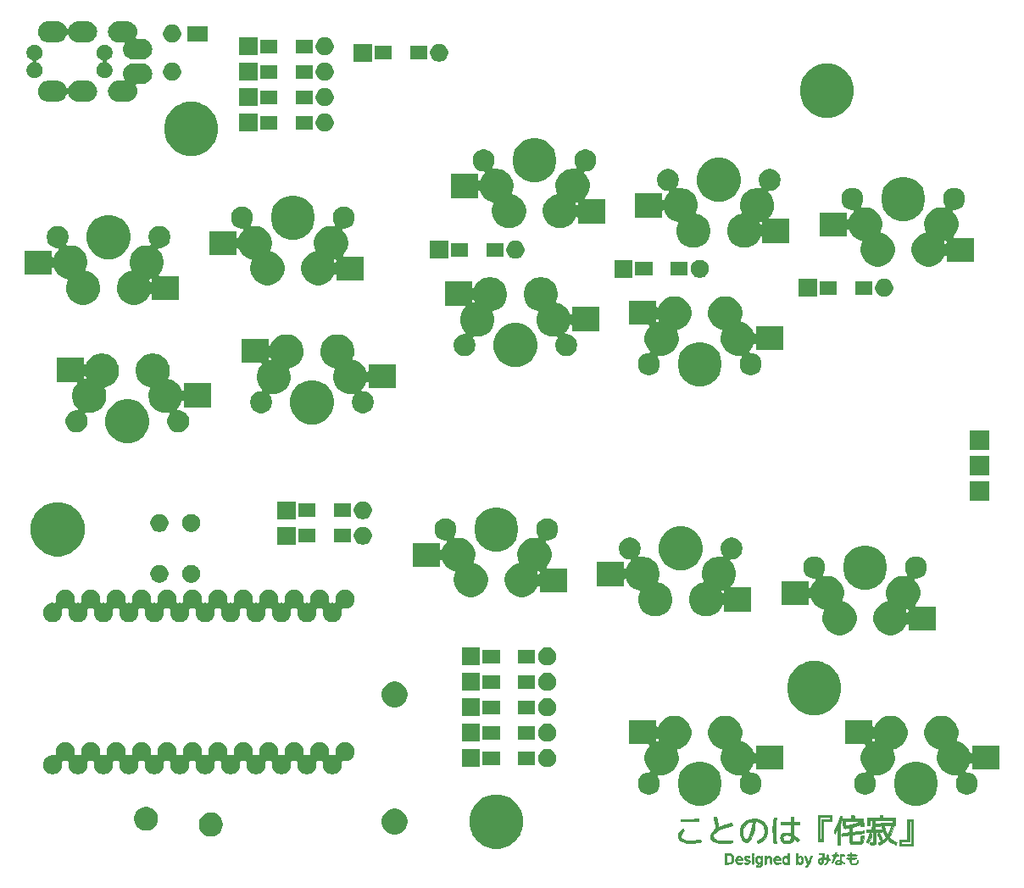
<source format=gts>
G04 #@! TF.GenerationSoftware,KiCad,Pcbnew,5.0.2+dfsg1-1~bpo9+1*
G04 #@! TF.CreationDate,2019-02-28T23:47:22+09:00*
G04 #@! TF.ProjectId,wabisabi,77616269-7361-4626-992e-6b696361645f,rev?*
G04 #@! TF.SameCoordinates,Original*
G04 #@! TF.FileFunction,Soldermask,Top*
G04 #@! TF.FilePolarity,Negative*
%FSLAX46Y46*%
G04 Gerber Fmt 4.6, Leading zero omitted, Abs format (unit mm)*
G04 Created by KiCad (PCBNEW 5.0.2+dfsg1-1~bpo9+1) date 2019年02月28日 23時47分22秒*
%MOMM*%
%LPD*%
G01*
G04 APERTURE LIST*
%ADD10C,0.010000*%
%ADD11C,0.100000*%
G04 APERTURE END LIST*
D10*
G04 #@! TO.C,G\002A\002A\002A*
G36*
X155484286Y-130156857D02*
X154576004Y-130156857D01*
X154289238Y-130156261D01*
X154067100Y-130154173D01*
X153901658Y-130150148D01*
X153784975Y-130143737D01*
X153709117Y-130134493D01*
X153666149Y-130121970D01*
X153648137Y-130105721D01*
X153647650Y-130104548D01*
X153636630Y-130023987D01*
X153640197Y-129986620D01*
X153648493Y-129966373D01*
X153670240Y-129950587D01*
X153713822Y-129938583D01*
X153787625Y-129929680D01*
X153900036Y-129923198D01*
X154059440Y-129918456D01*
X154274222Y-129914775D01*
X154552770Y-129911473D01*
X154568552Y-129911306D01*
X155484286Y-129901611D01*
X155484286Y-130156857D01*
X155484286Y-130156857D01*
G37*
X155484286Y-130156857D02*
X154576004Y-130156857D01*
X154289238Y-130156261D01*
X154067100Y-130154173D01*
X153901658Y-130150148D01*
X153784975Y-130143737D01*
X153709117Y-130134493D01*
X153666149Y-130121970D01*
X153648137Y-130105721D01*
X153647650Y-130104548D01*
X153636630Y-130023987D01*
X153640197Y-129986620D01*
X153648493Y-129966373D01*
X153670240Y-129950587D01*
X153713822Y-129938583D01*
X153787625Y-129929680D01*
X153900036Y-129923198D01*
X154059440Y-129918456D01*
X154274222Y-129914775D01*
X154552770Y-129911473D01*
X154568552Y-129911306D01*
X155484286Y-129901611D01*
X155484286Y-130156857D01*
G36*
X170860357Y-129546881D02*
X170946292Y-129558552D01*
X170987430Y-129589155D01*
X171003388Y-129660601D01*
X171007533Y-129711257D01*
X171018637Y-129864371D01*
X171461104Y-129874543D01*
X171903572Y-129884714D01*
X171924342Y-130592286D01*
X171631429Y-130592286D01*
X171631429Y-130120572D01*
X170071143Y-130120572D01*
X170071143Y-130556000D01*
X169814420Y-130556000D01*
X169835286Y-129884714D01*
X170724286Y-129864338D01*
X170724286Y-129535619D01*
X170860357Y-129546881D01*
X170860357Y-129546881D01*
G37*
X170860357Y-129546881D02*
X170946292Y-129558552D01*
X170987430Y-129589155D01*
X171003388Y-129660601D01*
X171007533Y-129711257D01*
X171018637Y-129864371D01*
X171461104Y-129874543D01*
X171903572Y-129884714D01*
X171924342Y-130592286D01*
X171631429Y-130592286D01*
X171631429Y-130120572D01*
X170071143Y-130120572D01*
X170071143Y-130556000D01*
X169814420Y-130556000D01*
X169835286Y-129884714D01*
X170724286Y-129864338D01*
X170724286Y-129535619D01*
X170860357Y-129546881D01*
G36*
X173486809Y-131338607D02*
X173537344Y-131377726D01*
X173591964Y-131463841D01*
X173656094Y-131605122D01*
X173718748Y-131765642D01*
X173755183Y-131872481D01*
X173762953Y-131932856D01*
X173743409Y-131966378D01*
X173733058Y-131973729D01*
X173640544Y-132005342D01*
X173562729Y-131986744D01*
X173529688Y-131943929D01*
X173503948Y-131879710D01*
X173458288Y-131772631D01*
X173403128Y-131647084D01*
X173347863Y-131514787D01*
X173327445Y-131431567D01*
X173343464Y-131382001D01*
X173397508Y-131350665D01*
X173434935Y-131338318D01*
X173486809Y-131338607D01*
X173486809Y-131338607D01*
G37*
X173486809Y-131338607D02*
X173537344Y-131377726D01*
X173591964Y-131463841D01*
X173656094Y-131605122D01*
X173718748Y-131765642D01*
X173755183Y-131872481D01*
X173762953Y-131932856D01*
X173743409Y-131966378D01*
X173733058Y-131973729D01*
X173640544Y-132005342D01*
X173562729Y-131986744D01*
X173529688Y-131943929D01*
X173503948Y-131879710D01*
X173458288Y-131772631D01*
X173403128Y-131647084D01*
X173347863Y-131514787D01*
X173327445Y-131431567D01*
X173343464Y-131382001D01*
X173397508Y-131350665D01*
X173434935Y-131338318D01*
X173486809Y-131338607D01*
G36*
X168728572Y-130120572D02*
X167930286Y-130120572D01*
X167930286Y-132116286D01*
X167349714Y-132116286D01*
X167349714Y-129721429D01*
X167531143Y-129721429D01*
X167531143Y-131934857D01*
X167748857Y-131934857D01*
X167748857Y-129939143D01*
X168547143Y-129939143D01*
X168547143Y-129721429D01*
X167531143Y-129721429D01*
X167349714Y-129721429D01*
X167349714Y-129540000D01*
X168728572Y-129540000D01*
X168728572Y-130120572D01*
X168728572Y-130120572D01*
G37*
X168728572Y-130120572D02*
X167930286Y-130120572D01*
X167930286Y-132116286D01*
X167349714Y-132116286D01*
X167349714Y-129721429D01*
X167531143Y-129721429D01*
X167531143Y-131934857D01*
X167748857Y-131934857D01*
X167748857Y-129939143D01*
X168547143Y-129939143D01*
X168547143Y-129721429D01*
X167531143Y-129721429D01*
X167349714Y-129721429D01*
X167349714Y-129540000D01*
X168728572Y-129540000D01*
X168728572Y-130120572D01*
G36*
X172601612Y-131345208D02*
X172614042Y-131346971D01*
X172675657Y-131369690D01*
X172707879Y-131420420D01*
X172709829Y-131506495D01*
X172680629Y-131635251D01*
X172619401Y-131814022D01*
X172531685Y-132034643D01*
X172471375Y-132172946D01*
X172423338Y-132253245D01*
X172375205Y-132285794D01*
X172314609Y-132280848D01*
X172258852Y-132260851D01*
X172178704Y-132228588D01*
X172281960Y-132000080D01*
X172348440Y-131839193D01*
X172411888Y-131663259D01*
X172446650Y-131551496D01*
X172482075Y-131431943D01*
X172511548Y-131367685D01*
X172547312Y-131343759D01*
X172601612Y-131345208D01*
X172601612Y-131345208D01*
G37*
X172601612Y-131345208D02*
X172614042Y-131346971D01*
X172675657Y-131369690D01*
X172707879Y-131420420D01*
X172709829Y-131506495D01*
X172680629Y-131635251D01*
X172619401Y-131814022D01*
X172531685Y-132034643D01*
X172471375Y-132172946D01*
X172423338Y-132253245D01*
X172375205Y-132285794D01*
X172314609Y-132280848D01*
X172258852Y-132260851D01*
X172178704Y-132228588D01*
X172281960Y-132000080D01*
X172348440Y-131839193D01*
X172411888Y-131663259D01*
X172446650Y-131551496D01*
X172482075Y-131431943D01*
X172511548Y-131367685D01*
X172547312Y-131343759D01*
X172601612Y-131345208D01*
G36*
X161191682Y-129878711D02*
X161482965Y-129936390D01*
X161745995Y-130055731D01*
X161971292Y-130230419D01*
X162149373Y-130454139D01*
X162203765Y-130552878D01*
X162243676Y-130647165D01*
X162268507Y-130746141D01*
X162281580Y-130871068D01*
X162286215Y-131043208D01*
X162286413Y-131082143D01*
X162284472Y-131260966D01*
X162274907Y-131390182D01*
X162253947Y-131492654D01*
X162217825Y-131591243D01*
X162193677Y-131644572D01*
X162066011Y-131871351D01*
X161920297Y-132038997D01*
X161744856Y-132160667D01*
X161727770Y-132169528D01*
X161556536Y-132244676D01*
X161417946Y-132282119D01*
X161321106Y-132280365D01*
X161276924Y-132243406D01*
X161252586Y-132147834D01*
X161274092Y-132081605D01*
X161351019Y-132030927D01*
X161449181Y-131995352D01*
X161640424Y-131901140D01*
X161810846Y-131754603D01*
X161939850Y-131575690D01*
X161983119Y-131478233D01*
X162016766Y-131328632D01*
X162031052Y-131146559D01*
X162026575Y-130957844D01*
X162003933Y-130788317D01*
X161964270Y-130664857D01*
X161818843Y-130453446D01*
X161629317Y-130286200D01*
X161409855Y-130173789D01*
X161262008Y-130135832D01*
X161118500Y-130112884D01*
X161074269Y-130464281D01*
X161008052Y-130889470D01*
X160924084Y-131259787D01*
X160823769Y-131572931D01*
X160708507Y-131826596D01*
X160579701Y-132018480D01*
X160438751Y-132146281D01*
X160287061Y-132207693D01*
X160126031Y-132200415D01*
X160037454Y-132167955D01*
X159879305Y-132054720D01*
X159752253Y-131887606D01*
X159659178Y-131679597D01*
X159602961Y-131443677D01*
X159586483Y-131192830D01*
X159587168Y-131186203D01*
X159844370Y-131186203D01*
X159866731Y-131456569D01*
X159887779Y-131541268D01*
X159962055Y-131733298D01*
X160051794Y-131860610D01*
X160152579Y-131921559D01*
X160259995Y-131914501D01*
X160369623Y-131837792D01*
X160441544Y-131747462D01*
X160533782Y-131570734D01*
X160619759Y-131325526D01*
X160699742Y-131010816D01*
X160773999Y-130625579D01*
X160830194Y-130260703D01*
X160848691Y-130128691D01*
X160679274Y-130173408D01*
X160471999Y-130243044D01*
X160304296Y-130338599D01*
X160151152Y-130470883D01*
X159989958Y-130679629D01*
X159886571Y-130922646D01*
X159844370Y-131186203D01*
X159587168Y-131186203D01*
X159612626Y-130940039D01*
X159684269Y-130698288D01*
X159702191Y-130657009D01*
X159855806Y-130405517D01*
X160062353Y-130197497D01*
X160313712Y-130037193D01*
X160601761Y-129928849D01*
X160918376Y-129876709D01*
X161191682Y-129878711D01*
X161191682Y-129878711D01*
G37*
X161191682Y-129878711D02*
X161482965Y-129936390D01*
X161745995Y-130055731D01*
X161971292Y-130230419D01*
X162149373Y-130454139D01*
X162203765Y-130552878D01*
X162243676Y-130647165D01*
X162268507Y-130746141D01*
X162281580Y-130871068D01*
X162286215Y-131043208D01*
X162286413Y-131082143D01*
X162284472Y-131260966D01*
X162274907Y-131390182D01*
X162253947Y-131492654D01*
X162217825Y-131591243D01*
X162193677Y-131644572D01*
X162066011Y-131871351D01*
X161920297Y-132038997D01*
X161744856Y-132160667D01*
X161727770Y-132169528D01*
X161556536Y-132244676D01*
X161417946Y-132282119D01*
X161321106Y-132280365D01*
X161276924Y-132243406D01*
X161252586Y-132147834D01*
X161274092Y-132081605D01*
X161351019Y-132030927D01*
X161449181Y-131995352D01*
X161640424Y-131901140D01*
X161810846Y-131754603D01*
X161939850Y-131575690D01*
X161983119Y-131478233D01*
X162016766Y-131328632D01*
X162031052Y-131146559D01*
X162026575Y-130957844D01*
X162003933Y-130788317D01*
X161964270Y-130664857D01*
X161818843Y-130453446D01*
X161629317Y-130286200D01*
X161409855Y-130173789D01*
X161262008Y-130135832D01*
X161118500Y-130112884D01*
X161074269Y-130464281D01*
X161008052Y-130889470D01*
X160924084Y-131259787D01*
X160823769Y-131572931D01*
X160708507Y-131826596D01*
X160579701Y-132018480D01*
X160438751Y-132146281D01*
X160287061Y-132207693D01*
X160126031Y-132200415D01*
X160037454Y-132167955D01*
X159879305Y-132054720D01*
X159752253Y-131887606D01*
X159659178Y-131679597D01*
X159602961Y-131443677D01*
X159586483Y-131192830D01*
X159587168Y-131186203D01*
X159844370Y-131186203D01*
X159866731Y-131456569D01*
X159887779Y-131541268D01*
X159962055Y-131733298D01*
X160051794Y-131860610D01*
X160152579Y-131921559D01*
X160259995Y-131914501D01*
X160369623Y-131837792D01*
X160441544Y-131747462D01*
X160533782Y-131570734D01*
X160619759Y-131325526D01*
X160699742Y-131010816D01*
X160773999Y-130625579D01*
X160830194Y-130260703D01*
X160848691Y-130128691D01*
X160679274Y-130173408D01*
X160471999Y-130243044D01*
X160304296Y-130338599D01*
X160151152Y-130470883D01*
X159989958Y-130679629D01*
X159886571Y-130922646D01*
X159844370Y-131186203D01*
X159587168Y-131186203D01*
X159612626Y-130940039D01*
X159684269Y-130698288D01*
X159702191Y-130657009D01*
X159855806Y-130405517D01*
X160062353Y-130197497D01*
X160313712Y-130037193D01*
X160601761Y-129928849D01*
X160918376Y-129876709D01*
X161191682Y-129878711D01*
G36*
X153888122Y-130905595D02*
X153954854Y-130956042D01*
X154040136Y-131027098D01*
X153875611Y-131210090D01*
X153735592Y-131391213D01*
X153663260Y-131549991D01*
X153658458Y-131689844D01*
X153721031Y-131814190D01*
X153843026Y-131921266D01*
X153996554Y-131991924D01*
X154205950Y-132040430D01*
X154457777Y-132066166D01*
X154738601Y-132068511D01*
X155034984Y-132046847D01*
X155333491Y-132000554D01*
X155375429Y-131991915D01*
X155498357Y-131969743D01*
X155591483Y-131960361D01*
X155633815Y-131965507D01*
X155658143Y-132015563D01*
X155679491Y-132087587D01*
X155687496Y-132153298D01*
X155659456Y-132190144D01*
X155578571Y-132217943D01*
X155566248Y-132221164D01*
X155302393Y-132274157D01*
X155005347Y-132308686D01*
X154698636Y-132323851D01*
X154405788Y-132318749D01*
X154150331Y-132292477D01*
X154075155Y-132278342D01*
X153807760Y-132195525D01*
X153603640Y-132079592D01*
X153464199Y-131934904D01*
X153390841Y-131765822D01*
X153384970Y-131576708D01*
X153447990Y-131371922D01*
X153581305Y-131155825D01*
X153677199Y-131042250D01*
X153758909Y-130957566D01*
X153821317Y-130900138D01*
X153846979Y-130883779D01*
X153888122Y-130905595D01*
X153888122Y-130905595D01*
G37*
X153888122Y-130905595D02*
X153954854Y-130956042D01*
X154040136Y-131027098D01*
X153875611Y-131210090D01*
X153735592Y-131391213D01*
X153663260Y-131549991D01*
X153658458Y-131689844D01*
X153721031Y-131814190D01*
X153843026Y-131921266D01*
X153996554Y-131991924D01*
X154205950Y-132040430D01*
X154457777Y-132066166D01*
X154738601Y-132068511D01*
X155034984Y-132046847D01*
X155333491Y-132000554D01*
X155375429Y-131991915D01*
X155498357Y-131969743D01*
X155591483Y-131960361D01*
X155633815Y-131965507D01*
X155658143Y-132015563D01*
X155679491Y-132087587D01*
X155687496Y-132153298D01*
X155659456Y-132190144D01*
X155578571Y-132217943D01*
X155566248Y-132221164D01*
X155302393Y-132274157D01*
X155005347Y-132308686D01*
X154698636Y-132323851D01*
X154405788Y-132318749D01*
X154150331Y-132292477D01*
X154075155Y-132278342D01*
X153807760Y-132195525D01*
X153603640Y-132079592D01*
X153464199Y-131934904D01*
X153390841Y-131765822D01*
X153384970Y-131576708D01*
X153447990Y-131371922D01*
X153581305Y-131155825D01*
X153677199Y-131042250D01*
X153758909Y-130957566D01*
X153821317Y-130900138D01*
X153846979Y-130883779D01*
X153888122Y-130905595D01*
G36*
X164954857Y-130229429D02*
X165499143Y-130229429D01*
X165499143Y-130447143D01*
X164954857Y-130447143D01*
X164954857Y-131483065D01*
X165227000Y-131714744D01*
X165342947Y-131817576D01*
X165434304Y-131906450D01*
X165488975Y-131969157D01*
X165499143Y-131989445D01*
X165473696Y-132044031D01*
X165416718Y-132107041D01*
X165357249Y-132148607D01*
X165340517Y-132152572D01*
X165302780Y-132129544D01*
X165228978Y-132069229D01*
X165136917Y-131986365D01*
X164959228Y-131820157D01*
X164921381Y-131960710D01*
X164839021Y-132138692D01*
X164701346Y-132269891D01*
X164606170Y-132319856D01*
X164478885Y-132351799D01*
X164314259Y-132365509D01*
X164145412Y-132360113D01*
X164008293Y-132335607D01*
X163844726Y-132259970D01*
X163715254Y-132149791D01*
X163664860Y-132076414D01*
X163624033Y-131939964D01*
X163615024Y-131774058D01*
X163615247Y-131772481D01*
X163867083Y-131772481D01*
X163894655Y-131919053D01*
X163906711Y-131947595D01*
X163971094Y-132035659D01*
X164074823Y-132088557D01*
X164230668Y-132111769D01*
X164294292Y-132113830D01*
X164422535Y-132108177D01*
X164507402Y-132081572D01*
X164571334Y-132031394D01*
X164631164Y-131944482D01*
X164672976Y-131833951D01*
X164691894Y-131723464D01*
X164683042Y-131636687D01*
X164659448Y-131603786D01*
X164534434Y-131550556D01*
X164373500Y-131517965D01*
X164211843Y-131512197D01*
X164165607Y-131517041D01*
X164005819Y-131566055D01*
X163905224Y-131653008D01*
X163867083Y-131772481D01*
X163615247Y-131772481D01*
X163637663Y-131614382D01*
X163667462Y-131534269D01*
X163763252Y-131422918D01*
X163912977Y-131338468D01*
X164101701Y-131284945D01*
X164314488Y-131266373D01*
X164536400Y-131286780D01*
X164564786Y-131292430D01*
X164700857Y-131321289D01*
X164700857Y-130447143D01*
X163684857Y-130447143D01*
X163684857Y-130229429D01*
X164700857Y-130229429D01*
X164700857Y-129685143D01*
X164954857Y-129685143D01*
X164954857Y-130229429D01*
X164954857Y-130229429D01*
G37*
X164954857Y-130229429D02*
X165499143Y-130229429D01*
X165499143Y-130447143D01*
X164954857Y-130447143D01*
X164954857Y-131483065D01*
X165227000Y-131714744D01*
X165342947Y-131817576D01*
X165434304Y-131906450D01*
X165488975Y-131969157D01*
X165499143Y-131989445D01*
X165473696Y-132044031D01*
X165416718Y-132107041D01*
X165357249Y-132148607D01*
X165340517Y-132152572D01*
X165302780Y-132129544D01*
X165228978Y-132069229D01*
X165136917Y-131986365D01*
X164959228Y-131820157D01*
X164921381Y-131960710D01*
X164839021Y-132138692D01*
X164701346Y-132269891D01*
X164606170Y-132319856D01*
X164478885Y-132351799D01*
X164314259Y-132365509D01*
X164145412Y-132360113D01*
X164008293Y-132335607D01*
X163844726Y-132259970D01*
X163715254Y-132149791D01*
X163664860Y-132076414D01*
X163624033Y-131939964D01*
X163615024Y-131774058D01*
X163615247Y-131772481D01*
X163867083Y-131772481D01*
X163894655Y-131919053D01*
X163906711Y-131947595D01*
X163971094Y-132035659D01*
X164074823Y-132088557D01*
X164230668Y-132111769D01*
X164294292Y-132113830D01*
X164422535Y-132108177D01*
X164507402Y-132081572D01*
X164571334Y-132031394D01*
X164631164Y-131944482D01*
X164672976Y-131833951D01*
X164691894Y-131723464D01*
X164683042Y-131636687D01*
X164659448Y-131603786D01*
X164534434Y-131550556D01*
X164373500Y-131517965D01*
X164211843Y-131512197D01*
X164165607Y-131517041D01*
X164005819Y-131566055D01*
X163905224Y-131653008D01*
X163867083Y-131772481D01*
X163615247Y-131772481D01*
X163637663Y-131614382D01*
X163667462Y-131534269D01*
X163763252Y-131422918D01*
X163912977Y-131338468D01*
X164101701Y-131284945D01*
X164314488Y-131266373D01*
X164536400Y-131286780D01*
X164564786Y-131292430D01*
X164700857Y-131321289D01*
X164700857Y-130447143D01*
X163684857Y-130447143D01*
X163684857Y-130229429D01*
X164700857Y-130229429D01*
X164700857Y-129685143D01*
X164954857Y-129685143D01*
X164954857Y-130229429D01*
G36*
X163103574Y-129748566D02*
X163122557Y-129750843D01*
X163206026Y-129766451D01*
X163247202Y-129785682D01*
X163248154Y-129788899D01*
X163239876Y-129833671D01*
X163219446Y-129928302D01*
X163192275Y-130048000D01*
X163157841Y-130249541D01*
X163132969Y-130503251D01*
X163118029Y-130789311D01*
X163113392Y-131087903D01*
X163119428Y-131379208D01*
X163136509Y-131643408D01*
X163159028Y-131826000D01*
X163191940Y-132029735D01*
X163213085Y-132172763D01*
X163221619Y-132266126D01*
X163216699Y-132320860D01*
X163197481Y-132348006D01*
X163163122Y-132358603D01*
X163117989Y-132363168D01*
X163023547Y-132356272D01*
X162981353Y-132313371D01*
X162940241Y-132163468D01*
X162906431Y-131955872D01*
X162880436Y-131705145D01*
X162862770Y-131425848D01*
X162853944Y-131132541D01*
X162854473Y-130839786D01*
X162864869Y-130562142D01*
X162885647Y-130314173D01*
X162905837Y-130170682D01*
X162937544Y-129988044D01*
X162961948Y-129865437D01*
X162984900Y-129791523D01*
X163012253Y-129754966D01*
X163049861Y-129744426D01*
X163103574Y-129748566D01*
X163103574Y-129748566D01*
G37*
X163103574Y-129748566D02*
X163122557Y-129750843D01*
X163206026Y-129766451D01*
X163247202Y-129785682D01*
X163248154Y-129788899D01*
X163239876Y-129833671D01*
X163219446Y-129928302D01*
X163192275Y-130048000D01*
X163157841Y-130249541D01*
X163132969Y-130503251D01*
X163118029Y-130789311D01*
X163113392Y-131087903D01*
X163119428Y-131379208D01*
X163136509Y-131643408D01*
X163159028Y-131826000D01*
X163191940Y-132029735D01*
X163213085Y-132172763D01*
X163221619Y-132266126D01*
X163216699Y-132320860D01*
X163197481Y-132348006D01*
X163163122Y-132358603D01*
X163117989Y-132363168D01*
X163023547Y-132356272D01*
X162981353Y-132313371D01*
X162940241Y-132163468D01*
X162906431Y-131955872D01*
X162880436Y-131705145D01*
X162862770Y-131425848D01*
X162853944Y-131132541D01*
X162854473Y-130839786D01*
X162864869Y-130562142D01*
X162885647Y-130314173D01*
X162905837Y-130170682D01*
X162937544Y-129988044D01*
X162961948Y-129865437D01*
X162984900Y-129791523D01*
X163012253Y-129754966D01*
X163049861Y-129744426D01*
X163103574Y-129748566D01*
G36*
X157233878Y-129734623D02*
X157257581Y-129800557D01*
X157270833Y-129866572D01*
X157300900Y-130018834D01*
X157335881Y-130184930D01*
X157372324Y-130349822D01*
X157406774Y-130498473D01*
X157435777Y-130615849D01*
X157455880Y-130686911D01*
X157462525Y-130701143D01*
X157499975Y-130689023D01*
X157588099Y-130656821D01*
X157709940Y-130610773D01*
X157748145Y-130596110D01*
X157879163Y-130549212D01*
X158038154Y-130497621D01*
X158210681Y-130445358D01*
X158382310Y-130396443D01*
X158538606Y-130354897D01*
X158665134Y-130324738D01*
X158747459Y-130309987D01*
X158771272Y-130311177D01*
X158787700Y-130353246D01*
X158807382Y-130434697D01*
X158807629Y-130435932D01*
X158829729Y-130546429D01*
X158563079Y-130611402D01*
X158271502Y-130690668D01*
X157976362Y-130785514D01*
X157703597Y-130887033D01*
X157497277Y-130977421D01*
X157338056Y-131069438D01*
X157184725Y-131183860D01*
X157052675Y-131306616D01*
X156957296Y-131423635D01*
X156916444Y-131508500D01*
X156911074Y-131666807D01*
X156970556Y-131811534D01*
X157087264Y-131932710D01*
X157253569Y-132020363D01*
X157324481Y-132041885D01*
X157469261Y-132065525D01*
X157669583Y-132080105D01*
X157908952Y-132085349D01*
X158170873Y-132080984D01*
X158438851Y-132066735D01*
X158505436Y-132061548D01*
X158812755Y-132035949D01*
X158837815Y-132135794D01*
X158846257Y-132218623D01*
X158831942Y-132266572D01*
X158784996Y-132280855D01*
X158681747Y-132295646D01*
X158538421Y-132309015D01*
X158403577Y-132317504D01*
X158231654Y-132326643D01*
X158078732Y-132335654D01*
X157964271Y-132343343D01*
X157915429Y-132347515D01*
X157837400Y-132348938D01*
X157711163Y-132343790D01*
X157560676Y-132333156D01*
X157520807Y-132329652D01*
X157224062Y-132279375D01*
X156984744Y-132188627D01*
X156804404Y-132058124D01*
X156726517Y-131963106D01*
X156645300Y-131779243D01*
X156629650Y-131582299D01*
X156676524Y-131382854D01*
X156782884Y-131191485D01*
X156945687Y-131018772D01*
X157013008Y-130966429D01*
X157105651Y-130892195D01*
X157165284Y-130829380D01*
X157178827Y-130796074D01*
X157161183Y-130732058D01*
X157135538Y-130618974D01*
X157104822Y-130472147D01*
X157071964Y-130306899D01*
X157039894Y-130138556D01*
X157011542Y-129982440D01*
X156989836Y-129853877D01*
X156977708Y-129768189D01*
X156977044Y-129740576D01*
X157021299Y-129726388D01*
X157106646Y-129714378D01*
X157117010Y-129713466D01*
X157193074Y-129711616D01*
X157233878Y-129734623D01*
X157233878Y-129734623D01*
G37*
X157233878Y-129734623D02*
X157257581Y-129800557D01*
X157270833Y-129866572D01*
X157300900Y-130018834D01*
X157335881Y-130184930D01*
X157372324Y-130349822D01*
X157406774Y-130498473D01*
X157435777Y-130615849D01*
X157455880Y-130686911D01*
X157462525Y-130701143D01*
X157499975Y-130689023D01*
X157588099Y-130656821D01*
X157709940Y-130610773D01*
X157748145Y-130596110D01*
X157879163Y-130549212D01*
X158038154Y-130497621D01*
X158210681Y-130445358D01*
X158382310Y-130396443D01*
X158538606Y-130354897D01*
X158665134Y-130324738D01*
X158747459Y-130309987D01*
X158771272Y-130311177D01*
X158787700Y-130353246D01*
X158807382Y-130434697D01*
X158807629Y-130435932D01*
X158829729Y-130546429D01*
X158563079Y-130611402D01*
X158271502Y-130690668D01*
X157976362Y-130785514D01*
X157703597Y-130887033D01*
X157497277Y-130977421D01*
X157338056Y-131069438D01*
X157184725Y-131183860D01*
X157052675Y-131306616D01*
X156957296Y-131423635D01*
X156916444Y-131508500D01*
X156911074Y-131666807D01*
X156970556Y-131811534D01*
X157087264Y-131932710D01*
X157253569Y-132020363D01*
X157324481Y-132041885D01*
X157469261Y-132065525D01*
X157669583Y-132080105D01*
X157908952Y-132085349D01*
X158170873Y-132080984D01*
X158438851Y-132066735D01*
X158505436Y-132061548D01*
X158812755Y-132035949D01*
X158837815Y-132135794D01*
X158846257Y-132218623D01*
X158831942Y-132266572D01*
X158784996Y-132280855D01*
X158681747Y-132295646D01*
X158538421Y-132309015D01*
X158403577Y-132317504D01*
X158231654Y-132326643D01*
X158078732Y-132335654D01*
X157964271Y-132343343D01*
X157915429Y-132347515D01*
X157837400Y-132348938D01*
X157711163Y-132343790D01*
X157560676Y-132333156D01*
X157520807Y-132329652D01*
X157224062Y-132279375D01*
X156984744Y-132188627D01*
X156804404Y-132058124D01*
X156726517Y-131963106D01*
X156645300Y-131779243D01*
X156629650Y-131582299D01*
X156676524Y-131382854D01*
X156782884Y-131191485D01*
X156945687Y-131018772D01*
X157013008Y-130966429D01*
X157105651Y-130892195D01*
X157165284Y-130829380D01*
X157178827Y-130796074D01*
X157161183Y-130732058D01*
X157135538Y-130618974D01*
X157104822Y-130472147D01*
X157071964Y-130306899D01*
X157039894Y-130138556D01*
X157011542Y-129982440D01*
X156989836Y-129853877D01*
X156977708Y-129768189D01*
X156977044Y-129740576D01*
X157021299Y-129726388D01*
X157106646Y-129714378D01*
X157117010Y-129713466D01*
X157193074Y-129711616D01*
X157233878Y-129734623D01*
G36*
X171512825Y-130247394D02*
X171553944Y-130307903D01*
X171559701Y-130322363D01*
X171578535Y-130413482D01*
X171564089Y-130456425D01*
X171517284Y-130481732D01*
X171417730Y-130523264D01*
X171281608Y-130574549D01*
X171172670Y-130612979D01*
X170815000Y-130735782D01*
X170804271Y-130972463D01*
X170798579Y-131062962D01*
X170797347Y-131128481D01*
X170810215Y-131171603D01*
X170846823Y-131194907D01*
X170916811Y-131200974D01*
X171029821Y-131192386D01*
X171195492Y-131171722D01*
X171423464Y-131141565D01*
X171431857Y-131140477D01*
X171616487Y-131117815D01*
X171775114Y-131100690D01*
X171894006Y-131090406D01*
X171959429Y-131088267D01*
X171967072Y-131089637D01*
X171986687Y-131132823D01*
X171994286Y-131209640D01*
X171983522Y-131284708D01*
X171936527Y-131320817D01*
X171876357Y-131334407D01*
X171785514Y-131348061D01*
X171650049Y-131366605D01*
X171486787Y-131387942D01*
X171312552Y-131409975D01*
X171144168Y-131430607D01*
X170998459Y-131447739D01*
X170892249Y-131459275D01*
X170843722Y-131463143D01*
X170820354Y-131483370D01*
X170805646Y-131550319D01*
X170798306Y-131673395D01*
X170796857Y-131803975D01*
X170799055Y-131969624D01*
X170807050Y-132076068D01*
X170822939Y-132136581D01*
X170848823Y-132164434D01*
X170854254Y-132166832D01*
X170934294Y-132181284D01*
X171060665Y-132187886D01*
X171207603Y-132187098D01*
X171349346Y-132179381D01*
X171460130Y-132165195D01*
X171497118Y-132155351D01*
X171559171Y-132121967D01*
X171600915Y-132067901D01*
X171629068Y-131977374D01*
X171650346Y-131834606D01*
X171656127Y-131781773D01*
X171678444Y-131568259D01*
X171809151Y-131579201D01*
X171939857Y-131590143D01*
X171926837Y-131822849D01*
X171902148Y-132049607D01*
X171855362Y-132213779D01*
X171783673Y-132322741D01*
X171718947Y-132369223D01*
X171641976Y-132390260D01*
X171511598Y-132408416D01*
X171346953Y-132422758D01*
X171167181Y-132432354D01*
X170991419Y-132436272D01*
X170838807Y-132433578D01*
X170728484Y-132423342D01*
X170706143Y-132418566D01*
X170623700Y-132389022D01*
X170567409Y-132344027D01*
X170532438Y-132270795D01*
X170513955Y-132156541D01*
X170507128Y-131988479D01*
X170506572Y-131890503D01*
X170505591Y-131716668D01*
X170501325Y-131603580D01*
X170491794Y-131539425D01*
X170475012Y-131512389D01*
X170448999Y-131510659D01*
X170443072Y-131512154D01*
X170373650Y-131525406D01*
X170260114Y-131541376D01*
X170161857Y-131552804D01*
X170020609Y-131569074D01*
X169889931Y-131586308D01*
X169826214Y-131596100D01*
X169748158Y-131604926D01*
X169715438Y-131582201D01*
X169708358Y-131509423D01*
X169708286Y-131485324D01*
X169717663Y-131392888D01*
X169750966Y-131354808D01*
X169771786Y-131351166D01*
X169834951Y-131345276D01*
X169949658Y-131332193D01*
X170095509Y-131314288D01*
X170161857Y-131305809D01*
X170488429Y-131263572D01*
X170499054Y-131023231D01*
X170509678Y-130782891D01*
X170353911Y-130813008D01*
X170217774Y-130833198D01*
X170082848Y-130844181D01*
X170062072Y-130844706D01*
X169972877Y-130840793D01*
X169934676Y-130814857D01*
X169926063Y-130749839D01*
X169926000Y-130736290D01*
X169926166Y-130687405D01*
X169934263Y-130652728D01*
X169961693Y-130627527D01*
X170019857Y-130607072D01*
X170120154Y-130586631D01*
X170273986Y-130561475D01*
X170392089Y-130542882D01*
X170684478Y-130484516D01*
X171004688Y-130400175D01*
X171317399Y-130299661D01*
X171458567Y-130246930D01*
X171512825Y-130247394D01*
X171512825Y-130247394D01*
G37*
X171512825Y-130247394D02*
X171553944Y-130307903D01*
X171559701Y-130322363D01*
X171578535Y-130413482D01*
X171564089Y-130456425D01*
X171517284Y-130481732D01*
X171417730Y-130523264D01*
X171281608Y-130574549D01*
X171172670Y-130612979D01*
X170815000Y-130735782D01*
X170804271Y-130972463D01*
X170798579Y-131062962D01*
X170797347Y-131128481D01*
X170810215Y-131171603D01*
X170846823Y-131194907D01*
X170916811Y-131200974D01*
X171029821Y-131192386D01*
X171195492Y-131171722D01*
X171423464Y-131141565D01*
X171431857Y-131140477D01*
X171616487Y-131117815D01*
X171775114Y-131100690D01*
X171894006Y-131090406D01*
X171959429Y-131088267D01*
X171967072Y-131089637D01*
X171986687Y-131132823D01*
X171994286Y-131209640D01*
X171983522Y-131284708D01*
X171936527Y-131320817D01*
X171876357Y-131334407D01*
X171785514Y-131348061D01*
X171650049Y-131366605D01*
X171486787Y-131387942D01*
X171312552Y-131409975D01*
X171144168Y-131430607D01*
X170998459Y-131447739D01*
X170892249Y-131459275D01*
X170843722Y-131463143D01*
X170820354Y-131483370D01*
X170805646Y-131550319D01*
X170798306Y-131673395D01*
X170796857Y-131803975D01*
X170799055Y-131969624D01*
X170807050Y-132076068D01*
X170822939Y-132136581D01*
X170848823Y-132164434D01*
X170854254Y-132166832D01*
X170934294Y-132181284D01*
X171060665Y-132187886D01*
X171207603Y-132187098D01*
X171349346Y-132179381D01*
X171460130Y-132165195D01*
X171497118Y-132155351D01*
X171559171Y-132121967D01*
X171600915Y-132067901D01*
X171629068Y-131977374D01*
X171650346Y-131834606D01*
X171656127Y-131781773D01*
X171678444Y-131568259D01*
X171809151Y-131579201D01*
X171939857Y-131590143D01*
X171926837Y-131822849D01*
X171902148Y-132049607D01*
X171855362Y-132213779D01*
X171783673Y-132322741D01*
X171718947Y-132369223D01*
X171641976Y-132390260D01*
X171511598Y-132408416D01*
X171346953Y-132422758D01*
X171167181Y-132432354D01*
X170991419Y-132436272D01*
X170838807Y-132433578D01*
X170728484Y-132423342D01*
X170706143Y-132418566D01*
X170623700Y-132389022D01*
X170567409Y-132344027D01*
X170532438Y-132270795D01*
X170513955Y-132156541D01*
X170507128Y-131988479D01*
X170506572Y-131890503D01*
X170505591Y-131716668D01*
X170501325Y-131603580D01*
X170491794Y-131539425D01*
X170475012Y-131512389D01*
X170448999Y-131510659D01*
X170443072Y-131512154D01*
X170373650Y-131525406D01*
X170260114Y-131541376D01*
X170161857Y-131552804D01*
X170020609Y-131569074D01*
X169889931Y-131586308D01*
X169826214Y-131596100D01*
X169748158Y-131604926D01*
X169715438Y-131582201D01*
X169708358Y-131509423D01*
X169708286Y-131485324D01*
X169717663Y-131392888D01*
X169750966Y-131354808D01*
X169771786Y-131351166D01*
X169834951Y-131345276D01*
X169949658Y-131332193D01*
X170095509Y-131314288D01*
X170161857Y-131305809D01*
X170488429Y-131263572D01*
X170499054Y-131023231D01*
X170509678Y-130782891D01*
X170353911Y-130813008D01*
X170217774Y-130833198D01*
X170082848Y-130844181D01*
X170062072Y-130844706D01*
X169972877Y-130840793D01*
X169934676Y-130814857D01*
X169926063Y-130749839D01*
X169926000Y-130736290D01*
X169926166Y-130687405D01*
X169934263Y-130652728D01*
X169961693Y-130627527D01*
X170019857Y-130607072D01*
X170120154Y-130586631D01*
X170273986Y-130561475D01*
X170392089Y-130542882D01*
X170684478Y-130484516D01*
X171004688Y-130400175D01*
X171317399Y-130299661D01*
X171458567Y-130246930D01*
X171512825Y-130247394D01*
G36*
X173844857Y-129794000D02*
X175114857Y-129794000D01*
X175114857Y-130156857D01*
X175113840Y-130322059D01*
X175109056Y-130427821D01*
X175097906Y-130487265D01*
X175077789Y-130513516D01*
X175046107Y-130519694D01*
X175042977Y-130519714D01*
X174978249Y-130550052D01*
X174949204Y-130619500D01*
X174874812Y-130897260D01*
X174777844Y-131167711D01*
X174667345Y-131408247D01*
X174565708Y-131577778D01*
X174524592Y-131661495D01*
X174519266Y-131730249D01*
X174519815Y-131731771D01*
X174560829Y-131783420D01*
X174646561Y-131861358D01*
X174760506Y-131952903D01*
X174886163Y-132045377D01*
X175007026Y-132126097D01*
X175105786Y-132181998D01*
X175183578Y-132227313D01*
X175222638Y-132265709D01*
X175223714Y-132270535D01*
X175208674Y-132321128D01*
X175174948Y-132397336D01*
X175139634Y-132461636D01*
X175131693Y-132472511D01*
X175092048Y-132467892D01*
X175008606Y-132429220D01*
X174896096Y-132365345D01*
X174769250Y-132285123D01*
X174642799Y-132197406D01*
X174534624Y-132113677D01*
X174311370Y-131927883D01*
X174136966Y-132074943D01*
X174036474Y-132153613D01*
X173912984Y-132241666D01*
X173782655Y-132328669D01*
X173661642Y-132404186D01*
X173566103Y-132457782D01*
X173512196Y-132479021D01*
X173511272Y-132479050D01*
X173474149Y-132452661D01*
X173429629Y-132398498D01*
X173387699Y-132330863D01*
X173373143Y-132294423D01*
X173402151Y-132266078D01*
X173478678Y-132212993D01*
X173586981Y-132145987D01*
X173602018Y-132137143D01*
X173746245Y-132046188D01*
X173891316Y-131944161D01*
X173989883Y-131866359D01*
X174148874Y-131729427D01*
X173998976Y-131423928D01*
X173906661Y-131220587D01*
X173833792Y-131029811D01*
X173783493Y-130862961D01*
X173758887Y-130731395D01*
X173763096Y-130646474D01*
X173778953Y-130623683D01*
X173879717Y-130589354D01*
X173963081Y-130613670D01*
X174010447Y-130691142D01*
X174010655Y-130692072D01*
X174055097Y-130861000D01*
X174114048Y-131041886D01*
X174178154Y-131208701D01*
X174238061Y-131335415D01*
X174247937Y-131352383D01*
X174324224Y-131477480D01*
X174411341Y-131334240D01*
X174505916Y-131152113D01*
X174590895Y-130941585D01*
X174651558Y-130740461D01*
X174662539Y-130689084D01*
X174687505Y-130556000D01*
X173663429Y-130556000D01*
X173663429Y-130302000D01*
X174824572Y-130302000D01*
X174824572Y-130011714D01*
X172574857Y-130011714D01*
X172574857Y-130556000D01*
X172320857Y-130556000D01*
X172320857Y-129794000D01*
X173554572Y-129794000D01*
X173554572Y-129503715D01*
X173844857Y-129503715D01*
X173844857Y-129794000D01*
X173844857Y-129794000D01*
G37*
X173844857Y-129794000D02*
X175114857Y-129794000D01*
X175114857Y-130156857D01*
X175113840Y-130322059D01*
X175109056Y-130427821D01*
X175097906Y-130487265D01*
X175077789Y-130513516D01*
X175046107Y-130519694D01*
X175042977Y-130519714D01*
X174978249Y-130550052D01*
X174949204Y-130619500D01*
X174874812Y-130897260D01*
X174777844Y-131167711D01*
X174667345Y-131408247D01*
X174565708Y-131577778D01*
X174524592Y-131661495D01*
X174519266Y-131730249D01*
X174519815Y-131731771D01*
X174560829Y-131783420D01*
X174646561Y-131861358D01*
X174760506Y-131952903D01*
X174886163Y-132045377D01*
X175007026Y-132126097D01*
X175105786Y-132181998D01*
X175183578Y-132227313D01*
X175222638Y-132265709D01*
X175223714Y-132270535D01*
X175208674Y-132321128D01*
X175174948Y-132397336D01*
X175139634Y-132461636D01*
X175131693Y-132472511D01*
X175092048Y-132467892D01*
X175008606Y-132429220D01*
X174896096Y-132365345D01*
X174769250Y-132285123D01*
X174642799Y-132197406D01*
X174534624Y-132113677D01*
X174311370Y-131927883D01*
X174136966Y-132074943D01*
X174036474Y-132153613D01*
X173912984Y-132241666D01*
X173782655Y-132328669D01*
X173661642Y-132404186D01*
X173566103Y-132457782D01*
X173512196Y-132479021D01*
X173511272Y-132479050D01*
X173474149Y-132452661D01*
X173429629Y-132398498D01*
X173387699Y-132330863D01*
X173373143Y-132294423D01*
X173402151Y-132266078D01*
X173478678Y-132212993D01*
X173586981Y-132145987D01*
X173602018Y-132137143D01*
X173746245Y-132046188D01*
X173891316Y-131944161D01*
X173989883Y-131866359D01*
X174148874Y-131729427D01*
X173998976Y-131423928D01*
X173906661Y-131220587D01*
X173833792Y-131029811D01*
X173783493Y-130862961D01*
X173758887Y-130731395D01*
X173763096Y-130646474D01*
X173778953Y-130623683D01*
X173879717Y-130589354D01*
X173963081Y-130613670D01*
X174010447Y-130691142D01*
X174010655Y-130692072D01*
X174055097Y-130861000D01*
X174114048Y-131041886D01*
X174178154Y-131208701D01*
X174238061Y-131335415D01*
X174247937Y-131352383D01*
X174324224Y-131477480D01*
X174411341Y-131334240D01*
X174505916Y-131152113D01*
X174590895Y-130941585D01*
X174651558Y-130740461D01*
X174662539Y-130689084D01*
X174687505Y-130556000D01*
X173663429Y-130556000D01*
X173663429Y-130302000D01*
X174824572Y-130302000D01*
X174824572Y-130011714D01*
X172574857Y-130011714D01*
X172574857Y-130556000D01*
X172320857Y-130556000D01*
X172320857Y-129794000D01*
X173554572Y-129794000D01*
X173554572Y-129503715D01*
X173844857Y-129503715D01*
X173844857Y-129794000D01*
G36*
X173046572Y-130410857D02*
X173631741Y-130410857D01*
X173620371Y-130528786D01*
X173609000Y-130646715D01*
X173327786Y-130657312D01*
X173046572Y-130667910D01*
X173046572Y-130988801D01*
X173400357Y-130999186D01*
X173754143Y-131009572D01*
X173754143Y-131227286D01*
X173155429Y-131248364D01*
X173155429Y-132408368D01*
X173062352Y-132443755D01*
X172962934Y-132465613D01*
X172833030Y-132475257D01*
X172706819Y-132471809D01*
X172620215Y-132455112D01*
X172587562Y-132409375D01*
X172574857Y-132330976D01*
X172579859Y-132265878D01*
X172607980Y-132235043D01*
X172678892Y-132225721D01*
X172738143Y-132225143D01*
X172901429Y-132225143D01*
X172901429Y-131245429D01*
X172212000Y-131245429D01*
X172212000Y-130991429D01*
X172754052Y-130991429D01*
X172764241Y-130546929D01*
X172774429Y-130102429D01*
X172910500Y-130091167D01*
X173046572Y-130079905D01*
X173046572Y-130410857D01*
X173046572Y-130410857D01*
G37*
X173046572Y-130410857D02*
X173631741Y-130410857D01*
X173620371Y-130528786D01*
X173609000Y-130646715D01*
X173327786Y-130657312D01*
X173046572Y-130667910D01*
X173046572Y-130988801D01*
X173400357Y-130999186D01*
X173754143Y-131009572D01*
X173754143Y-131227286D01*
X173155429Y-131248364D01*
X173155429Y-132408368D01*
X173062352Y-132443755D01*
X172962934Y-132465613D01*
X172833030Y-132475257D01*
X172706819Y-132471809D01*
X172620215Y-132455112D01*
X172587562Y-132409375D01*
X172574857Y-132330976D01*
X172579859Y-132265878D01*
X172607980Y-132235043D01*
X172678892Y-132225721D01*
X172738143Y-132225143D01*
X172901429Y-132225143D01*
X172901429Y-131245429D01*
X172212000Y-131245429D01*
X172212000Y-130991429D01*
X172754052Y-130991429D01*
X172764241Y-130546929D01*
X172774429Y-130102429D01*
X172910500Y-130091167D01*
X173046572Y-130079905D01*
X173046572Y-130410857D01*
G36*
X169726990Y-129627613D02*
X169770415Y-129645414D01*
X169794076Y-129679403D01*
X169797131Y-129740389D01*
X169778739Y-129839178D01*
X169738056Y-129986577D01*
X169685728Y-130156857D01*
X169660618Y-130240258D01*
X169640968Y-130318307D01*
X169626105Y-130401160D01*
X169615359Y-130498970D01*
X169608057Y-130621890D01*
X169603527Y-130780074D01*
X169601098Y-130983675D01*
X169600098Y-131242848D01*
X169599892Y-131454072D01*
X169599429Y-132479143D01*
X169309143Y-132479143D01*
X169309143Y-130973422D01*
X169192034Y-131163854D01*
X169126623Y-131263752D01*
X169073870Y-131332707D01*
X169048348Y-131354286D01*
X169022455Y-131323038D01*
X168989724Y-131244835D01*
X168978909Y-131211226D01*
X168957521Y-131124350D01*
X168960803Y-131056549D01*
X168994851Y-130979736D01*
X169047824Y-130893726D01*
X169224704Y-130574457D01*
X169378047Y-130211288D01*
X169466343Y-129940627D01*
X169510279Y-129801475D01*
X169552625Y-129691739D01*
X169586527Y-129628321D01*
X169596534Y-129619584D01*
X169662410Y-129616884D01*
X169726990Y-129627613D01*
X169726990Y-129627613D01*
G37*
X169726990Y-129627613D02*
X169770415Y-129645414D01*
X169794076Y-129679403D01*
X169797131Y-129740389D01*
X169778739Y-129839178D01*
X169738056Y-129986577D01*
X169685728Y-130156857D01*
X169660618Y-130240258D01*
X169640968Y-130318307D01*
X169626105Y-130401160D01*
X169615359Y-130498970D01*
X169608057Y-130621890D01*
X169603527Y-130780074D01*
X169601098Y-130983675D01*
X169600098Y-131242848D01*
X169599892Y-131454072D01*
X169599429Y-132479143D01*
X169309143Y-132479143D01*
X169309143Y-130973422D01*
X169192034Y-131163854D01*
X169126623Y-131263752D01*
X169073870Y-131332707D01*
X169048348Y-131354286D01*
X169022455Y-131323038D01*
X168989724Y-131244835D01*
X168978909Y-131211226D01*
X168957521Y-131124350D01*
X168960803Y-131056549D01*
X168994851Y-130979736D01*
X169047824Y-130893726D01*
X169224704Y-130574457D01*
X169378047Y-130211288D01*
X169466343Y-129940627D01*
X169510279Y-129801475D01*
X169552625Y-129691739D01*
X169586527Y-129628321D01*
X169596534Y-129619584D01*
X169662410Y-129616884D01*
X169726990Y-129627613D01*
G36*
X176856572Y-132551714D02*
X175514000Y-132551714D01*
X175514000Y-132152572D01*
X175695429Y-132152572D01*
X175695429Y-132370286D01*
X176675143Y-132370286D01*
X176675143Y-130156857D01*
X176493714Y-130156857D01*
X176493714Y-132152572D01*
X175695429Y-132152572D01*
X175514000Y-132152572D01*
X175514000Y-131971143D01*
X176312286Y-131971143D01*
X176312286Y-129975429D01*
X176856572Y-129975429D01*
X176856572Y-132551714D01*
X176856572Y-132551714D01*
G37*
X176856572Y-132551714D02*
X175514000Y-132551714D01*
X175514000Y-132152572D01*
X175695429Y-132152572D01*
X175695429Y-132370286D01*
X176675143Y-132370286D01*
X176675143Y-130156857D01*
X176493714Y-130156857D01*
X176493714Y-132152572D01*
X175695429Y-132152572D01*
X175514000Y-132152572D01*
X175514000Y-131971143D01*
X176312286Y-131971143D01*
X176312286Y-129975429D01*
X176856572Y-129975429D01*
X176856572Y-132551714D01*
G36*
X160911479Y-133334975D02*
X160927143Y-133404429D01*
X160910134Y-133475564D01*
X160854572Y-133495143D01*
X160797664Y-133473882D01*
X160782000Y-133404429D01*
X160799009Y-133333294D01*
X160854572Y-133313714D01*
X160911479Y-133334975D01*
X160911479Y-133334975D01*
G37*
X160911479Y-133334975D02*
X160927143Y-133404429D01*
X160910134Y-133475564D01*
X160854572Y-133495143D01*
X160797664Y-133473882D01*
X160782000Y-133404429D01*
X160799009Y-133333294D01*
X160854572Y-133313714D01*
X160911479Y-133334975D01*
G36*
X169208499Y-133251578D02*
X169213538Y-133296348D01*
X169200286Y-133350000D01*
X169184058Y-133423219D01*
X169204727Y-133452985D01*
X169279029Y-133458835D01*
X169293533Y-133458857D01*
X169386457Y-133471162D01*
X169417911Y-133510168D01*
X169418000Y-133513286D01*
X169392960Y-133551887D01*
X169310861Y-133567089D01*
X169278959Y-133567714D01*
X169139918Y-133567714D01*
X169002501Y-133930572D01*
X168944478Y-134078251D01*
X168894054Y-134196418D01*
X168857395Y-134271229D01*
X168842185Y-134290564D01*
X168790500Y-134275611D01*
X168778405Y-134270890D01*
X168766832Y-134229158D01*
X168790397Y-134126889D01*
X168837803Y-133992540D01*
X168904990Y-133816540D01*
X168947626Y-133697387D01*
X168966713Y-133624003D01*
X168963250Y-133585311D01*
X168938237Y-133570232D01*
X168892676Y-133567689D01*
X168876160Y-133567714D01*
X168788674Y-133552208D01*
X168764857Y-133513286D01*
X168791968Y-133473305D01*
X168878907Y-133459014D01*
X168893745Y-133458857D01*
X168985692Y-133449332D01*
X169035340Y-133408077D01*
X169060580Y-133350000D01*
X169110616Y-133265813D01*
X169165017Y-133241143D01*
X169208499Y-133251578D01*
X169208499Y-133251578D01*
G37*
X169208499Y-133251578D02*
X169213538Y-133296348D01*
X169200286Y-133350000D01*
X169184058Y-133423219D01*
X169204727Y-133452985D01*
X169279029Y-133458835D01*
X169293533Y-133458857D01*
X169386457Y-133471162D01*
X169417911Y-133510168D01*
X169418000Y-133513286D01*
X169392960Y-133551887D01*
X169310861Y-133567089D01*
X169278959Y-133567714D01*
X169139918Y-133567714D01*
X169002501Y-133930572D01*
X168944478Y-134078251D01*
X168894054Y-134196418D01*
X168857395Y-134271229D01*
X168842185Y-134290564D01*
X168790500Y-134275611D01*
X168778405Y-134270890D01*
X168766832Y-134229158D01*
X168790397Y-134126889D01*
X168837803Y-133992540D01*
X168904990Y-133816540D01*
X168947626Y-133697387D01*
X168966713Y-133624003D01*
X168963250Y-133585311D01*
X168938237Y-133570232D01*
X168892676Y-133567689D01*
X168876160Y-133567714D01*
X168788674Y-133552208D01*
X168764857Y-133513286D01*
X168791968Y-133473305D01*
X168878907Y-133459014D01*
X168893745Y-133458857D01*
X168985692Y-133449332D01*
X169035340Y-133408077D01*
X169060580Y-133350000D01*
X169110616Y-133265813D01*
X169165017Y-133241143D01*
X169208499Y-133251578D01*
G36*
X162508268Y-133602196D02*
X162621146Y-133646133D01*
X162696912Y-133727586D01*
X162698922Y-133731838D01*
X162719382Y-133812603D01*
X162734448Y-133940427D01*
X162741287Y-134089839D01*
X162741429Y-134113708D01*
X162739897Y-134257831D01*
X162732846Y-134344043D01*
X162716595Y-134386984D01*
X162687464Y-134401290D01*
X162668857Y-134402286D01*
X162631531Y-134395770D01*
X162609741Y-134366126D01*
X162599388Y-134298213D01*
X162596373Y-134176890D01*
X162596286Y-134134163D01*
X162591719Y-133978860D01*
X162575329Y-133875414D01*
X162543076Y-133803528D01*
X162525915Y-133780377D01*
X162471802Y-133723983D01*
X162423174Y-133717586D01*
X162353558Y-133750413D01*
X162303112Y-133782154D01*
X162272020Y-133821361D01*
X162254707Y-133885559D01*
X162245600Y-133992276D01*
X162241033Y-134104199D01*
X162234803Y-134250539D01*
X162225599Y-134338925D01*
X162208535Y-134383947D01*
X162178727Y-134400197D01*
X162141247Y-134402286D01*
X162052000Y-134402286D01*
X162052000Y-133604000D01*
X162142715Y-133604000D01*
X162210881Y-133617929D01*
X162233429Y-133644729D01*
X162250017Y-133666089D01*
X162278786Y-133648269D01*
X162385181Y-133601124D01*
X162508268Y-133602196D01*
X162508268Y-133602196D01*
G37*
X162508268Y-133602196D02*
X162621146Y-133646133D01*
X162696912Y-133727586D01*
X162698922Y-133731838D01*
X162719382Y-133812603D01*
X162734448Y-133940427D01*
X162741287Y-134089839D01*
X162741429Y-134113708D01*
X162739897Y-134257831D01*
X162732846Y-134344043D01*
X162716595Y-134386984D01*
X162687464Y-134401290D01*
X162668857Y-134402286D01*
X162631531Y-134395770D01*
X162609741Y-134366126D01*
X162599388Y-134298213D01*
X162596373Y-134176890D01*
X162596286Y-134134163D01*
X162591719Y-133978860D01*
X162575329Y-133875414D01*
X162543076Y-133803528D01*
X162525915Y-133780377D01*
X162471802Y-133723983D01*
X162423174Y-133717586D01*
X162353558Y-133750413D01*
X162303112Y-133782154D01*
X162272020Y-133821361D01*
X162254707Y-133885559D01*
X162245600Y-133992276D01*
X162241033Y-134104199D01*
X162234803Y-134250539D01*
X162225599Y-134338925D01*
X162208535Y-134383947D01*
X162178727Y-134400197D01*
X162141247Y-134402286D01*
X162052000Y-134402286D01*
X162052000Y-133604000D01*
X162142715Y-133604000D01*
X162210881Y-133617929D01*
X162233429Y-133644729D01*
X162250017Y-133666089D01*
X162278786Y-133648269D01*
X162385181Y-133601124D01*
X162508268Y-133602196D01*
G36*
X160886332Y-133608593D02*
X160907179Y-133630736D01*
X160919394Y-133682974D01*
X160925259Y-133777853D01*
X160927054Y-133927917D01*
X160927143Y-134003143D01*
X160926308Y-134177824D01*
X160922282Y-134292484D01*
X160912784Y-134359669D01*
X160895533Y-134391924D01*
X160868249Y-134401795D01*
X160854572Y-134402286D01*
X160822812Y-134397693D01*
X160801964Y-134375550D01*
X160789749Y-134323312D01*
X160783884Y-134228433D01*
X160782090Y-134078369D01*
X160782000Y-134003143D01*
X160782835Y-133828463D01*
X160786861Y-133713802D01*
X160796359Y-133646617D01*
X160813610Y-133614362D01*
X160840894Y-133604492D01*
X160854572Y-133604000D01*
X160886332Y-133608593D01*
X160886332Y-133608593D01*
G37*
X160886332Y-133608593D02*
X160907179Y-133630736D01*
X160919394Y-133682974D01*
X160925259Y-133777853D01*
X160927054Y-133927917D01*
X160927143Y-134003143D01*
X160926308Y-134177824D01*
X160922282Y-134292484D01*
X160912784Y-134359669D01*
X160895533Y-134391924D01*
X160868249Y-134401795D01*
X160854572Y-134402286D01*
X160822812Y-134397693D01*
X160801964Y-134375550D01*
X160789749Y-134323312D01*
X160783884Y-134228433D01*
X160782090Y-134078369D01*
X160782000Y-134003143D01*
X160782835Y-133828463D01*
X160786861Y-133713802D01*
X160796359Y-133646617D01*
X160813610Y-133614362D01*
X160840894Y-133604492D01*
X160854572Y-133604000D01*
X160886332Y-133608593D01*
G36*
X158548745Y-133366800D02*
X158726395Y-133419229D01*
X158858173Y-133510335D01*
X158877000Y-133530230D01*
X158917112Y-133590519D01*
X158939569Y-133672077D01*
X158948677Y-133795428D01*
X158949572Y-133876143D01*
X158945373Y-134027058D01*
X158929907Y-134126260D01*
X158898869Y-134194269D01*
X158877000Y-134222056D01*
X158752190Y-134320157D01*
X158583149Y-134379055D01*
X158360390Y-134401796D01*
X158315737Y-134402286D01*
X158060572Y-134402286D01*
X158060572Y-133495143D01*
X158242000Y-133495143D01*
X158242000Y-134257143D01*
X158425078Y-134257143D01*
X158552775Y-134248430D01*
X158639510Y-134215697D01*
X158697221Y-134168078D01*
X158755730Y-134090974D01*
X158781846Y-133995397D01*
X158786286Y-133898903D01*
X158781901Y-133781054D01*
X158770782Y-133687428D01*
X158763746Y-133660054D01*
X158701804Y-133587538D01*
X158590017Y-133530412D01*
X158450901Y-133498584D01*
X158388945Y-133495143D01*
X158242000Y-133495143D01*
X158060572Y-133495143D01*
X158060572Y-133350000D01*
X158315737Y-133350000D01*
X158548745Y-133366800D01*
X158548745Y-133366800D01*
G37*
X158548745Y-133366800D02*
X158726395Y-133419229D01*
X158858173Y-133510335D01*
X158877000Y-133530230D01*
X158917112Y-133590519D01*
X158939569Y-133672077D01*
X158948677Y-133795428D01*
X158949572Y-133876143D01*
X158945373Y-134027058D01*
X158929907Y-134126260D01*
X158898869Y-134194269D01*
X158877000Y-134222056D01*
X158752190Y-134320157D01*
X158583149Y-134379055D01*
X158360390Y-134401796D01*
X158315737Y-134402286D01*
X158060572Y-134402286D01*
X158060572Y-133495143D01*
X158242000Y-133495143D01*
X158242000Y-134257143D01*
X158425078Y-134257143D01*
X158552775Y-134248430D01*
X158639510Y-134215697D01*
X158697221Y-134168078D01*
X158755730Y-134090974D01*
X158781846Y-133995397D01*
X158786286Y-133898903D01*
X158781901Y-133781054D01*
X158770782Y-133687428D01*
X158763746Y-133660054D01*
X158701804Y-133587538D01*
X158590017Y-133530412D01*
X158450901Y-133498584D01*
X158388945Y-133495143D01*
X158242000Y-133495143D01*
X158060572Y-133495143D01*
X158060572Y-133350000D01*
X158315737Y-133350000D01*
X158548745Y-133366800D01*
G36*
X165316641Y-133319410D02*
X165343558Y-133348735D01*
X165352996Y-133420042D01*
X165354000Y-133499586D01*
X165357830Y-133607768D01*
X165371453Y-133654176D01*
X165398071Y-133649305D01*
X165399357Y-133648269D01*
X165507653Y-133603145D01*
X165651181Y-133606806D01*
X165688983Y-133615307D01*
X165788963Y-133675324D01*
X165856476Y-133782467D01*
X165891394Y-133918895D01*
X165893590Y-134066768D01*
X165862936Y-134208244D01*
X165799305Y-134325483D01*
X165702571Y-134400643D01*
X165694614Y-134403845D01*
X165569664Y-134436574D01*
X165493654Y-134420200D01*
X165487143Y-134414477D01*
X165438539Y-134400473D01*
X165347400Y-134395422D01*
X165317810Y-134396073D01*
X165172572Y-134401764D01*
X165172572Y-134011091D01*
X165353407Y-134011091D01*
X165368931Y-134138960D01*
X165414053Y-134227072D01*
X165498821Y-134280928D01*
X165595126Y-134289322D01*
X165671621Y-134249739D01*
X165673211Y-134247869D01*
X165731951Y-134128118D01*
X165744965Y-133985723D01*
X165713077Y-133850003D01*
X165659782Y-133769823D01*
X165574761Y-133718019D01*
X165487634Y-133736262D01*
X165426572Y-133785429D01*
X165372927Y-133882446D01*
X165353407Y-134011091D01*
X165172572Y-134011091D01*
X165172572Y-133313714D01*
X165263286Y-133313714D01*
X165316641Y-133319410D01*
X165316641Y-133319410D01*
G37*
X165316641Y-133319410D02*
X165343558Y-133348735D01*
X165352996Y-133420042D01*
X165354000Y-133499586D01*
X165357830Y-133607768D01*
X165371453Y-133654176D01*
X165398071Y-133649305D01*
X165399357Y-133648269D01*
X165507653Y-133603145D01*
X165651181Y-133606806D01*
X165688983Y-133615307D01*
X165788963Y-133675324D01*
X165856476Y-133782467D01*
X165891394Y-133918895D01*
X165893590Y-134066768D01*
X165862936Y-134208244D01*
X165799305Y-134325483D01*
X165702571Y-134400643D01*
X165694614Y-134403845D01*
X165569664Y-134436574D01*
X165493654Y-134420200D01*
X165487143Y-134414477D01*
X165438539Y-134400473D01*
X165347400Y-134395422D01*
X165317810Y-134396073D01*
X165172572Y-134401764D01*
X165172572Y-134011091D01*
X165353407Y-134011091D01*
X165368931Y-134138960D01*
X165414053Y-134227072D01*
X165498821Y-134280928D01*
X165595126Y-134289322D01*
X165671621Y-134249739D01*
X165673211Y-134247869D01*
X165731951Y-134128118D01*
X165744965Y-133985723D01*
X165713077Y-133850003D01*
X165659782Y-133769823D01*
X165574761Y-133718019D01*
X165487634Y-133736262D01*
X165426572Y-133785429D01*
X165372927Y-133882446D01*
X165353407Y-134011091D01*
X165172572Y-134011091D01*
X165172572Y-133313714D01*
X165263286Y-133313714D01*
X165316641Y-133319410D01*
G36*
X164519429Y-134404559D02*
X164401500Y-134399515D01*
X164277852Y-134402778D01*
X164174715Y-134415595D01*
X164068179Y-134420224D01*
X163986114Y-134403231D01*
X163894564Y-134328674D01*
X163830329Y-134205879D01*
X163800654Y-134068625D01*
X163949986Y-134068625D01*
X163981601Y-134188458D01*
X164018789Y-134247869D01*
X164094870Y-134289100D01*
X164192711Y-134279828D01*
X164271643Y-134233376D01*
X164325727Y-134145009D01*
X164340905Y-134029907D01*
X164322364Y-133908732D01*
X164275287Y-133802145D01*
X164204859Y-133730807D01*
X164141021Y-133712857D01*
X164054442Y-133744727D01*
X163990809Y-133827491D01*
X163954523Y-133941880D01*
X163949986Y-134068625D01*
X163800654Y-134068625D01*
X163797809Y-134055467D01*
X163801403Y-133898057D01*
X163845508Y-133754271D01*
X163847041Y-133751275D01*
X163900051Y-133687146D01*
X163979288Y-133627471D01*
X164060464Y-133586825D01*
X164119291Y-133579781D01*
X164126273Y-133583716D01*
X164166608Y-133598600D01*
X164238214Y-133617730D01*
X164299381Y-133628336D01*
X164328458Y-133610043D01*
X164337370Y-133546114D01*
X164338000Y-133477692D01*
X164341723Y-133376662D01*
X164360051Y-133328692D01*
X164403720Y-133314371D01*
X164428714Y-133313714D01*
X164519429Y-133313714D01*
X164519429Y-134404559D01*
X164519429Y-134404559D01*
G37*
X164519429Y-134404559D02*
X164401500Y-134399515D01*
X164277852Y-134402778D01*
X164174715Y-134415595D01*
X164068179Y-134420224D01*
X163986114Y-134403231D01*
X163894564Y-134328674D01*
X163830329Y-134205879D01*
X163800654Y-134068625D01*
X163949986Y-134068625D01*
X163981601Y-134188458D01*
X164018789Y-134247869D01*
X164094870Y-134289100D01*
X164192711Y-134279828D01*
X164271643Y-134233376D01*
X164325727Y-134145009D01*
X164340905Y-134029907D01*
X164322364Y-133908732D01*
X164275287Y-133802145D01*
X164204859Y-133730807D01*
X164141021Y-133712857D01*
X164054442Y-133744727D01*
X163990809Y-133827491D01*
X163954523Y-133941880D01*
X163949986Y-134068625D01*
X163800654Y-134068625D01*
X163797809Y-134055467D01*
X163801403Y-133898057D01*
X163845508Y-133754271D01*
X163847041Y-133751275D01*
X163900051Y-133687146D01*
X163979288Y-133627471D01*
X164060464Y-133586825D01*
X164119291Y-133579781D01*
X164126273Y-133583716D01*
X164166608Y-133598600D01*
X164238214Y-133617730D01*
X164299381Y-133628336D01*
X164328458Y-133610043D01*
X164337370Y-133546114D01*
X164338000Y-133477692D01*
X164341723Y-133376662D01*
X164360051Y-133328692D01*
X164403720Y-133314371D01*
X164428714Y-133313714D01*
X164519429Y-133313714D01*
X164519429Y-134404559D01*
G36*
X163378537Y-133602407D02*
X163501451Y-133652233D01*
X163595586Y-133741887D01*
X163644880Y-133866925D01*
X163648572Y-133916449D01*
X163648572Y-134039429D01*
X163358286Y-134039429D01*
X163223483Y-134043042D01*
X163121971Y-134052645D01*
X163070917Y-134066380D01*
X163068000Y-134070821D01*
X163088550Y-134118454D01*
X163138492Y-134191767D01*
X163143205Y-134197821D01*
X163247513Y-134276288D01*
X163385458Y-134291853D01*
X163517925Y-134258530D01*
X163600289Y-134245638D01*
X163640249Y-134273685D01*
X163625112Y-134329452D01*
X163606643Y-134350909D01*
X163531617Y-134389724D01*
X163415123Y-134415484D01*
X163287653Y-134424544D01*
X163179695Y-134413260D01*
X163154655Y-134404932D01*
X163038288Y-134318715D01*
X162958925Y-134188431D01*
X162921505Y-134035111D01*
X162929832Y-133898374D01*
X163087686Y-133898374D01*
X163102328Y-133919868D01*
X163161523Y-133928778D01*
X163279030Y-133930571D01*
X163284438Y-133930572D01*
X163400926Y-133925092D01*
X163479956Y-133910761D01*
X163503429Y-133894286D01*
X163477335Y-133839627D01*
X163417523Y-133773667D01*
X163351702Y-133723754D01*
X163319615Y-133712857D01*
X163229026Y-133740918D01*
X163140795Y-133808824D01*
X163103841Y-133858832D01*
X163087686Y-133898374D01*
X162929832Y-133898374D01*
X162930964Y-133879790D01*
X162992240Y-133743502D01*
X162997712Y-133736340D01*
X163110607Y-133640016D01*
X163242902Y-133596853D01*
X163378537Y-133602407D01*
X163378537Y-133602407D01*
G37*
X163378537Y-133602407D02*
X163501451Y-133652233D01*
X163595586Y-133741887D01*
X163644880Y-133866925D01*
X163648572Y-133916449D01*
X163648572Y-134039429D01*
X163358286Y-134039429D01*
X163223483Y-134043042D01*
X163121971Y-134052645D01*
X163070917Y-134066380D01*
X163068000Y-134070821D01*
X163088550Y-134118454D01*
X163138492Y-134191767D01*
X163143205Y-134197821D01*
X163247513Y-134276288D01*
X163385458Y-134291853D01*
X163517925Y-134258530D01*
X163600289Y-134245638D01*
X163640249Y-134273685D01*
X163625112Y-134329452D01*
X163606643Y-134350909D01*
X163531617Y-134389724D01*
X163415123Y-134415484D01*
X163287653Y-134424544D01*
X163179695Y-134413260D01*
X163154655Y-134404932D01*
X163038288Y-134318715D01*
X162958925Y-134188431D01*
X162921505Y-134035111D01*
X162929832Y-133898374D01*
X163087686Y-133898374D01*
X163102328Y-133919868D01*
X163161523Y-133928778D01*
X163279030Y-133930571D01*
X163284438Y-133930572D01*
X163400926Y-133925092D01*
X163479956Y-133910761D01*
X163503429Y-133894286D01*
X163477335Y-133839627D01*
X163417523Y-133773667D01*
X163351702Y-133723754D01*
X163319615Y-133712857D01*
X163229026Y-133740918D01*
X163140795Y-133808824D01*
X163103841Y-133858832D01*
X163087686Y-133898374D01*
X162929832Y-133898374D01*
X162930964Y-133879790D01*
X162992240Y-133743502D01*
X162997712Y-133736340D01*
X163110607Y-133640016D01*
X163242902Y-133596853D01*
X163378537Y-133602407D01*
G36*
X160444209Y-133601923D02*
X160524495Y-133624715D01*
X160559502Y-133669854D01*
X160564286Y-133709958D01*
X160556674Y-133749244D01*
X160521250Y-133758754D01*
X160439132Y-133741866D01*
X160417595Y-133736192D01*
X160295250Y-133715241D01*
X160215165Y-133732439D01*
X160208952Y-133736117D01*
X160152505Y-133794833D01*
X160167273Y-133852644D01*
X160251918Y-133907087D01*
X160314718Y-133930572D01*
X160469322Y-133991934D01*
X160560756Y-134058304D01*
X160598373Y-134137413D01*
X160600572Y-134166852D01*
X160568337Y-134287737D01*
X160477488Y-134374059D01*
X160336802Y-134418173D01*
X160308854Y-134420904D01*
X160189053Y-134424164D01*
X160087327Y-134418369D01*
X160065357Y-134414785D01*
X159998354Y-134373868D01*
X159983714Y-134310936D01*
X159990314Y-134253364D01*
X160024375Y-134242276D01*
X160090012Y-134261688D01*
X160224891Y-134290313D01*
X160333450Y-134278757D01*
X160400019Y-134230232D01*
X160412332Y-134195650D01*
X160407830Y-134142157D01*
X160364270Y-134106147D01*
X160267189Y-134074346D01*
X160109189Y-134014904D01*
X160016641Y-133935814D01*
X159983918Y-133832058D01*
X159983714Y-133821715D01*
X160014159Y-133706614D01*
X160104076Y-133631378D01*
X160251338Y-133597502D01*
X160305389Y-133595627D01*
X160444209Y-133601923D01*
X160444209Y-133601923D01*
G37*
X160444209Y-133601923D02*
X160524495Y-133624715D01*
X160559502Y-133669854D01*
X160564286Y-133709958D01*
X160556674Y-133749244D01*
X160521250Y-133758754D01*
X160439132Y-133741866D01*
X160417595Y-133736192D01*
X160295250Y-133715241D01*
X160215165Y-133732439D01*
X160208952Y-133736117D01*
X160152505Y-133794833D01*
X160167273Y-133852644D01*
X160251918Y-133907087D01*
X160314718Y-133930572D01*
X160469322Y-133991934D01*
X160560756Y-134058304D01*
X160598373Y-134137413D01*
X160600572Y-134166852D01*
X160568337Y-134287737D01*
X160477488Y-134374059D01*
X160336802Y-134418173D01*
X160308854Y-134420904D01*
X160189053Y-134424164D01*
X160087327Y-134418369D01*
X160065357Y-134414785D01*
X159998354Y-134373868D01*
X159983714Y-134310936D01*
X159990314Y-134253364D01*
X160024375Y-134242276D01*
X160090012Y-134261688D01*
X160224891Y-134290313D01*
X160333450Y-134278757D01*
X160400019Y-134230232D01*
X160412332Y-134195650D01*
X160407830Y-134142157D01*
X160364270Y-134106147D01*
X160267189Y-134074346D01*
X160109189Y-134014904D01*
X160016641Y-133935814D01*
X159983918Y-133832058D01*
X159983714Y-133821715D01*
X160014159Y-133706614D01*
X160104076Y-133631378D01*
X160251338Y-133597502D01*
X160305389Y-133595627D01*
X160444209Y-133601923D01*
G36*
X159678586Y-133640867D02*
X159780903Y-133732153D01*
X159834108Y-133861382D01*
X159838572Y-133916449D01*
X159838572Y-134039429D01*
X159551683Y-134039429D01*
X159408909Y-134040785D01*
X159325007Y-134047240D01*
X159286296Y-134062371D01*
X159279093Y-134089756D01*
X159283158Y-134109650D01*
X159344699Y-134221241D01*
X159452013Y-134279885D01*
X159574686Y-134283748D01*
X159682634Y-134264127D01*
X159767312Y-134241608D01*
X159775072Y-134238693D01*
X159825501Y-134235039D01*
X159838572Y-134285997D01*
X159806012Y-134351633D01*
X159721355Y-134400997D01*
X159604136Y-134429460D01*
X159473889Y-134432396D01*
X159350148Y-134405175D01*
X159344655Y-134403009D01*
X159269673Y-134353449D01*
X159191615Y-134275138D01*
X159186874Y-134269238D01*
X159137133Y-134190064D01*
X159117670Y-134102053D01*
X159121301Y-133976491D01*
X159140098Y-133882902D01*
X159293882Y-133882902D01*
X159350076Y-133916718D01*
X159474135Y-133930363D01*
X159496518Y-133930572D01*
X159612540Y-133927338D01*
X159671446Y-133914301D01*
X159688532Y-133886455D01*
X159686761Y-133868319D01*
X159648362Y-133806579D01*
X159579425Y-133752549D01*
X159503834Y-133719468D01*
X159442170Y-133729888D01*
X159389181Y-133761210D01*
X159306576Y-133830528D01*
X159293882Y-133882902D01*
X159140098Y-133882902D01*
X159155796Y-133804751D01*
X159230268Y-133688448D01*
X159350992Y-133618749D01*
X159382049Y-133609407D01*
X159541015Y-133596845D01*
X159678586Y-133640867D01*
X159678586Y-133640867D01*
G37*
X159678586Y-133640867D02*
X159780903Y-133732153D01*
X159834108Y-133861382D01*
X159838572Y-133916449D01*
X159838572Y-134039429D01*
X159551683Y-134039429D01*
X159408909Y-134040785D01*
X159325007Y-134047240D01*
X159286296Y-134062371D01*
X159279093Y-134089756D01*
X159283158Y-134109650D01*
X159344699Y-134221241D01*
X159452013Y-134279885D01*
X159574686Y-134283748D01*
X159682634Y-134264127D01*
X159767312Y-134241608D01*
X159775072Y-134238693D01*
X159825501Y-134235039D01*
X159838572Y-134285997D01*
X159806012Y-134351633D01*
X159721355Y-134400997D01*
X159604136Y-134429460D01*
X159473889Y-134432396D01*
X159350148Y-134405175D01*
X159344655Y-134403009D01*
X159269673Y-134353449D01*
X159191615Y-134275138D01*
X159186874Y-134269238D01*
X159137133Y-134190064D01*
X159117670Y-134102053D01*
X159121301Y-133976491D01*
X159140098Y-133882902D01*
X159293882Y-133882902D01*
X159350076Y-133916718D01*
X159474135Y-133930363D01*
X159496518Y-133930572D01*
X159612540Y-133927338D01*
X159671446Y-133914301D01*
X159688532Y-133886455D01*
X159686761Y-133868319D01*
X159648362Y-133806579D01*
X159579425Y-133752549D01*
X159503834Y-133719468D01*
X159442170Y-133729888D01*
X159389181Y-133761210D01*
X159306576Y-133830528D01*
X159293882Y-133882902D01*
X159140098Y-133882902D01*
X159155796Y-133804751D01*
X159230268Y-133688448D01*
X159350992Y-133618749D01*
X159382049Y-133609407D01*
X159541015Y-133596845D01*
X159678586Y-133640867D01*
G36*
X170706465Y-133255804D02*
X170723350Y-133313970D01*
X170724286Y-133347340D01*
X170724286Y-133458857D01*
X170996429Y-133458857D01*
X171139977Y-133461709D01*
X171224238Y-133472012D01*
X171262336Y-133492392D01*
X171268572Y-133513286D01*
X171254179Y-133542173D01*
X171202219Y-133559043D01*
X171099518Y-133566568D01*
X171000311Y-133567714D01*
X170854102Y-133571149D01*
X170765792Y-133583356D01*
X170720951Y-133607188D01*
X170710025Y-133625111D01*
X170686839Y-133703983D01*
X170698827Y-133751902D01*
X170756825Y-133776356D01*
X170871664Y-133784832D01*
X170942000Y-133785429D01*
X171080003Y-133788630D01*
X171158986Y-133800139D01*
X171192297Y-133822817D01*
X171196000Y-133839857D01*
X171181063Y-133869429D01*
X171127352Y-133886354D01*
X171021520Y-133893492D01*
X170942000Y-133894286D01*
X170688000Y-133894286D01*
X170688556Y-134066643D01*
X170697067Y-134209121D01*
X170729997Y-134294059D01*
X170800145Y-134335553D01*
X170920306Y-134347696D01*
X170943883Y-134347857D01*
X171065541Y-134341151D01*
X171142326Y-134314862D01*
X171201198Y-134259735D01*
X171201439Y-134259437D01*
X171253919Y-134152224D01*
X171251970Y-134087080D01*
X171248169Y-134023133D01*
X171291254Y-134003474D01*
X171304166Y-134003143D01*
X171355066Y-134017487D01*
X171375260Y-134073447D01*
X171377429Y-134127175D01*
X171371005Y-134230410D01*
X171355491Y-134308333D01*
X171354889Y-134309946D01*
X171291708Y-134382945D01*
X171178677Y-134436959D01*
X171036713Y-134469090D01*
X170886732Y-134476442D01*
X170749651Y-134456116D01*
X170649369Y-134407683D01*
X170598709Y-134350516D01*
X170568632Y-134267156D01*
X170551659Y-134135696D01*
X170550273Y-134117397D01*
X170534135Y-133894286D01*
X170375210Y-133894286D01*
X170267699Y-133886236D01*
X170220603Y-133859754D01*
X170216286Y-133841845D01*
X170243995Y-133804839D01*
X170332324Y-133783372D01*
X170388643Y-133778345D01*
X170493784Y-133767639D01*
X170546770Y-133745028D01*
X170568015Y-133698201D01*
X170572482Y-133667500D01*
X170574755Y-133606514D01*
X170550900Y-133577370D01*
X170482801Y-133568348D01*
X170418268Y-133567714D01*
X170309772Y-133560790D01*
X170259824Y-133537182D01*
X170252572Y-133513286D01*
X170274243Y-133477170D01*
X170347718Y-133460902D01*
X170413447Y-133458857D01*
X170513891Y-133454746D01*
X170563103Y-133434246D01*
X170582304Y-133385110D01*
X170585804Y-133359382D01*
X170616781Y-133276656D01*
X170660786Y-133247864D01*
X170706465Y-133255804D01*
X170706465Y-133255804D01*
G37*
X170706465Y-133255804D02*
X170723350Y-133313970D01*
X170724286Y-133347340D01*
X170724286Y-133458857D01*
X170996429Y-133458857D01*
X171139977Y-133461709D01*
X171224238Y-133472012D01*
X171262336Y-133492392D01*
X171268572Y-133513286D01*
X171254179Y-133542173D01*
X171202219Y-133559043D01*
X171099518Y-133566568D01*
X171000311Y-133567714D01*
X170854102Y-133571149D01*
X170765792Y-133583356D01*
X170720951Y-133607188D01*
X170710025Y-133625111D01*
X170686839Y-133703983D01*
X170698827Y-133751902D01*
X170756825Y-133776356D01*
X170871664Y-133784832D01*
X170942000Y-133785429D01*
X171080003Y-133788630D01*
X171158986Y-133800139D01*
X171192297Y-133822817D01*
X171196000Y-133839857D01*
X171181063Y-133869429D01*
X171127352Y-133886354D01*
X171021520Y-133893492D01*
X170942000Y-133894286D01*
X170688000Y-133894286D01*
X170688556Y-134066643D01*
X170697067Y-134209121D01*
X170729997Y-134294059D01*
X170800145Y-134335553D01*
X170920306Y-134347696D01*
X170943883Y-134347857D01*
X171065541Y-134341151D01*
X171142326Y-134314862D01*
X171201198Y-134259735D01*
X171201439Y-134259437D01*
X171253919Y-134152224D01*
X171251970Y-134087080D01*
X171248169Y-134023133D01*
X171291254Y-134003474D01*
X171304166Y-134003143D01*
X171355066Y-134017487D01*
X171375260Y-134073447D01*
X171377429Y-134127175D01*
X171371005Y-134230410D01*
X171355491Y-134308333D01*
X171354889Y-134309946D01*
X171291708Y-134382945D01*
X171178677Y-134436959D01*
X171036713Y-134469090D01*
X170886732Y-134476442D01*
X170749651Y-134456116D01*
X170649369Y-134407683D01*
X170598709Y-134350516D01*
X170568632Y-134267156D01*
X170551659Y-134135696D01*
X170550273Y-134117397D01*
X170534135Y-133894286D01*
X170375210Y-133894286D01*
X170267699Y-133886236D01*
X170220603Y-133859754D01*
X170216286Y-133841845D01*
X170243995Y-133804839D01*
X170332324Y-133783372D01*
X170388643Y-133778345D01*
X170493784Y-133767639D01*
X170546770Y-133745028D01*
X170568015Y-133698201D01*
X170572482Y-133667500D01*
X170574755Y-133606514D01*
X170550900Y-133577370D01*
X170482801Y-133568348D01*
X170418268Y-133567714D01*
X170309772Y-133560790D01*
X170259824Y-133537182D01*
X170252572Y-133513286D01*
X170274243Y-133477170D01*
X170347718Y-133460902D01*
X170413447Y-133458857D01*
X170513891Y-133454746D01*
X170563103Y-133434246D01*
X170582304Y-133385110D01*
X170585804Y-133359382D01*
X170616781Y-133276656D01*
X170660786Y-133247864D01*
X170706465Y-133255804D01*
G36*
X169942117Y-133461608D02*
X170006938Y-133472868D01*
X170029232Y-133497147D01*
X170028092Y-133521620D01*
X170004695Y-133561559D01*
X169943058Y-133575805D01*
X169862145Y-133573274D01*
X169708286Y-133562165D01*
X169709084Y-133809868D01*
X169709881Y-134057572D01*
X169868640Y-134164109D01*
X169960129Y-134236193D01*
X170006901Y-134296033D01*
X170009103Y-134318323D01*
X169972104Y-134360967D01*
X169908509Y-134348303D01*
X169825532Y-134292239D01*
X169731760Y-134218478D01*
X169687772Y-134323094D01*
X169637673Y-134405099D01*
X169582353Y-134451284D01*
X169441383Y-134474899D01*
X169293499Y-134452905D01*
X169187037Y-134399652D01*
X169107690Y-134303050D01*
X169090165Y-134200316D01*
X169242194Y-134200316D01*
X169256084Y-134281506D01*
X169318156Y-134337098D01*
X169406227Y-134359245D01*
X169498112Y-134340097D01*
X169544221Y-134307167D01*
X169596194Y-134228707D01*
X169580599Y-134170253D01*
X169500814Y-134136543D01*
X169418000Y-134130143D01*
X169312895Y-134136288D01*
X169260293Y-134159891D01*
X169242194Y-134200316D01*
X169090165Y-134200316D01*
X169090046Y-134199622D01*
X169126050Y-134102553D01*
X169207646Y-134025031D01*
X169326780Y-133980241D01*
X169445214Y-133977004D01*
X169599429Y-133994229D01*
X169599429Y-133458857D01*
X169819804Y-133458857D01*
X169942117Y-133461608D01*
X169942117Y-133461608D01*
G37*
X169942117Y-133461608D02*
X170006938Y-133472868D01*
X170029232Y-133497147D01*
X170028092Y-133521620D01*
X170004695Y-133561559D01*
X169943058Y-133575805D01*
X169862145Y-133573274D01*
X169708286Y-133562165D01*
X169709084Y-133809868D01*
X169709881Y-134057572D01*
X169868640Y-134164109D01*
X169960129Y-134236193D01*
X170006901Y-134296033D01*
X170009103Y-134318323D01*
X169972104Y-134360967D01*
X169908509Y-134348303D01*
X169825532Y-134292239D01*
X169731760Y-134218478D01*
X169687772Y-134323094D01*
X169637673Y-134405099D01*
X169582353Y-134451284D01*
X169441383Y-134474899D01*
X169293499Y-134452905D01*
X169187037Y-134399652D01*
X169107690Y-134303050D01*
X169090165Y-134200316D01*
X169242194Y-134200316D01*
X169256084Y-134281506D01*
X169318156Y-134337098D01*
X169406227Y-134359245D01*
X169498112Y-134340097D01*
X169544221Y-134307167D01*
X169596194Y-134228707D01*
X169580599Y-134170253D01*
X169500814Y-134136543D01*
X169418000Y-134130143D01*
X169312895Y-134136288D01*
X169260293Y-134159891D01*
X169242194Y-134200316D01*
X169090165Y-134200316D01*
X169090046Y-134199622D01*
X169126050Y-134102553D01*
X169207646Y-134025031D01*
X169326780Y-133980241D01*
X169445214Y-133977004D01*
X169599429Y-133994229D01*
X169599429Y-133458857D01*
X169819804Y-133458857D01*
X169942117Y-133461608D01*
G36*
X167960723Y-133529645D02*
X167958931Y-133662458D01*
X167981104Y-133738953D01*
X168040191Y-133774541D01*
X168149139Y-133784634D01*
X168175214Y-133784933D01*
X168225799Y-133776938D01*
X168249765Y-133739428D01*
X168256674Y-133653337D01*
X168256857Y-133622143D01*
X168261606Y-133520102D01*
X168281322Y-133471850D01*
X168324215Y-133458920D01*
X168329429Y-133458857D01*
X168371445Y-133467561D01*
X168393288Y-133505158D01*
X168401253Y-133588879D01*
X168402000Y-133657497D01*
X168405375Y-133774308D01*
X168422345Y-133842284D01*
X168463181Y-133885088D01*
X168513172Y-133913626D01*
X168592646Y-133971997D01*
X168608404Y-134020762D01*
X168569255Y-134047669D01*
X168484007Y-134040464D01*
X168434277Y-134023377D01*
X168392407Y-134022816D01*
X168366172Y-134073638D01*
X168353996Y-134133868D01*
X168317884Y-134245988D01*
X168255313Y-134346537D01*
X168179477Y-134423530D01*
X168103572Y-134464985D01*
X168040790Y-134458919D01*
X168020100Y-134437115D01*
X168029317Y-134391594D01*
X168083130Y-134331586D01*
X168089657Y-134326311D01*
X168147584Y-134259377D01*
X168201327Y-134163641D01*
X168241066Y-134062796D01*
X168256980Y-133980532D01*
X168247525Y-133945430D01*
X168201216Y-133927758D01*
X168111530Y-133909448D01*
X168080254Y-133904846D01*
X167985944Y-133896429D01*
X167939273Y-133912923D01*
X167916487Y-133966221D01*
X167911113Y-133989539D01*
X167856994Y-134198130D01*
X167800743Y-134340863D01*
X167743672Y-134414439D01*
X167741701Y-134415706D01*
X167648620Y-134436227D01*
X167549557Y-134401343D01*
X167458557Y-134325400D01*
X167389665Y-134222747D01*
X167356929Y-134107731D01*
X167359160Y-134077513D01*
X167494857Y-134077513D01*
X167516474Y-134187917D01*
X167571776Y-134266948D01*
X167638270Y-134293429D01*
X167684126Y-134276010D01*
X167718388Y-134214023D01*
X167746603Y-134106705D01*
X167765752Y-133998316D01*
X167771626Y-133921930D01*
X167767297Y-133900630D01*
X167725519Y-133902287D01*
X167645843Y-133930492D01*
X167621402Y-133941624D01*
X167522710Y-134009821D01*
X167494857Y-134077513D01*
X167359160Y-134077513D01*
X167362769Y-134028640D01*
X167425335Y-133920322D01*
X167545025Y-133835390D01*
X167686266Y-133788431D01*
X167761162Y-133766133D01*
X167797441Y-133723941D01*
X167812370Y-133638060D01*
X167814444Y-133611771D01*
X167825601Y-133458857D01*
X167642087Y-133458857D01*
X167532503Y-133455125D01*
X167477552Y-133439245D01*
X167459474Y-133404196D01*
X167458572Y-133386286D01*
X167465344Y-133348338D01*
X167495947Y-133326501D01*
X167565811Y-133316421D01*
X167690365Y-133313746D01*
X167715795Y-133313714D01*
X167973018Y-133313714D01*
X167960723Y-133529645D01*
X167960723Y-133529645D01*
G37*
X167960723Y-133529645D02*
X167958931Y-133662458D01*
X167981104Y-133738953D01*
X168040191Y-133774541D01*
X168149139Y-133784634D01*
X168175214Y-133784933D01*
X168225799Y-133776938D01*
X168249765Y-133739428D01*
X168256674Y-133653337D01*
X168256857Y-133622143D01*
X168261606Y-133520102D01*
X168281322Y-133471850D01*
X168324215Y-133458920D01*
X168329429Y-133458857D01*
X168371445Y-133467561D01*
X168393288Y-133505158D01*
X168401253Y-133588879D01*
X168402000Y-133657497D01*
X168405375Y-133774308D01*
X168422345Y-133842284D01*
X168463181Y-133885088D01*
X168513172Y-133913626D01*
X168592646Y-133971997D01*
X168608404Y-134020762D01*
X168569255Y-134047669D01*
X168484007Y-134040464D01*
X168434277Y-134023377D01*
X168392407Y-134022816D01*
X168366172Y-134073638D01*
X168353996Y-134133868D01*
X168317884Y-134245988D01*
X168255313Y-134346537D01*
X168179477Y-134423530D01*
X168103572Y-134464985D01*
X168040790Y-134458919D01*
X168020100Y-134437115D01*
X168029317Y-134391594D01*
X168083130Y-134331586D01*
X168089657Y-134326311D01*
X168147584Y-134259377D01*
X168201327Y-134163641D01*
X168241066Y-134062796D01*
X168256980Y-133980532D01*
X168247525Y-133945430D01*
X168201216Y-133927758D01*
X168111530Y-133909448D01*
X168080254Y-133904846D01*
X167985944Y-133896429D01*
X167939273Y-133912923D01*
X167916487Y-133966221D01*
X167911113Y-133989539D01*
X167856994Y-134198130D01*
X167800743Y-134340863D01*
X167743672Y-134414439D01*
X167741701Y-134415706D01*
X167648620Y-134436227D01*
X167549557Y-134401343D01*
X167458557Y-134325400D01*
X167389665Y-134222747D01*
X167356929Y-134107731D01*
X167359160Y-134077513D01*
X167494857Y-134077513D01*
X167516474Y-134187917D01*
X167571776Y-134266948D01*
X167638270Y-134293429D01*
X167684126Y-134276010D01*
X167718388Y-134214023D01*
X167746603Y-134106705D01*
X167765752Y-133998316D01*
X167771626Y-133921930D01*
X167767297Y-133900630D01*
X167725519Y-133902287D01*
X167645843Y-133930492D01*
X167621402Y-133941624D01*
X167522710Y-134009821D01*
X167494857Y-134077513D01*
X167359160Y-134077513D01*
X167362769Y-134028640D01*
X167425335Y-133920322D01*
X167545025Y-133835390D01*
X167686266Y-133788431D01*
X167761162Y-133766133D01*
X167797441Y-133723941D01*
X167812370Y-133638060D01*
X167814444Y-133611771D01*
X167825601Y-133458857D01*
X167642087Y-133458857D01*
X167532503Y-133455125D01*
X167477552Y-133439245D01*
X167459474Y-133404196D01*
X167458572Y-133386286D01*
X167465344Y-133348338D01*
X167495947Y-133326501D01*
X167565811Y-133316421D01*
X167690365Y-133313746D01*
X167715795Y-133313714D01*
X167973018Y-133313714D01*
X167960723Y-133529645D01*
G36*
X166086866Y-133610548D02*
X166134782Y-133632617D01*
X166182002Y-133692100D01*
X166236469Y-133801131D01*
X166280003Y-133905519D01*
X166393416Y-134188895D01*
X166503865Y-133905519D01*
X166566587Y-133756017D01*
X166617461Y-133664719D01*
X166663970Y-133619875D01*
X166691729Y-133610548D01*
X166752756Y-133614525D01*
X166769143Y-133632890D01*
X166755228Y-133687721D01*
X166717706Y-133791798D01*
X166662911Y-133930389D01*
X166597176Y-134088760D01*
X166526834Y-134252178D01*
X166458220Y-134405909D01*
X166397668Y-134535220D01*
X166351510Y-134625377D01*
X166327118Y-134661131D01*
X166250819Y-134687877D01*
X166165466Y-134690567D01*
X166099474Y-134671391D01*
X166079714Y-134642077D01*
X166110638Y-134596328D01*
X166169876Y-134568953D01*
X166242710Y-134534638D01*
X166279219Y-134471865D01*
X166279210Y-134372424D01*
X166242492Y-134228105D01*
X166168875Y-134030698D01*
X166156629Y-134000816D01*
X166095733Y-133851639D01*
X166046795Y-133728437D01*
X166015548Y-133645860D01*
X166007143Y-133618923D01*
X166037414Y-133607690D01*
X166086866Y-133610548D01*
X166086866Y-133610548D01*
G37*
X166086866Y-133610548D02*
X166134782Y-133632617D01*
X166182002Y-133692100D01*
X166236469Y-133801131D01*
X166280003Y-133905519D01*
X166393416Y-134188895D01*
X166503865Y-133905519D01*
X166566587Y-133756017D01*
X166617461Y-133664719D01*
X166663970Y-133619875D01*
X166691729Y-133610548D01*
X166752756Y-133614525D01*
X166769143Y-133632890D01*
X166755228Y-133687721D01*
X166717706Y-133791798D01*
X166662911Y-133930389D01*
X166597176Y-134088760D01*
X166526834Y-134252178D01*
X166458220Y-134405909D01*
X166397668Y-134535220D01*
X166351510Y-134625377D01*
X166327118Y-134661131D01*
X166250819Y-134687877D01*
X166165466Y-134690567D01*
X166099474Y-134671391D01*
X166079714Y-134642077D01*
X166110638Y-134596328D01*
X166169876Y-134568953D01*
X166242710Y-134534638D01*
X166279219Y-134471865D01*
X166279210Y-134372424D01*
X166242492Y-134228105D01*
X166168875Y-134030698D01*
X166156629Y-134000816D01*
X166095733Y-133851639D01*
X166046795Y-133728437D01*
X166015548Y-133645860D01*
X166007143Y-133618923D01*
X166037414Y-133607690D01*
X166086866Y-133610548D01*
G36*
X161578025Y-133609909D02*
X161635696Y-133641100D01*
X161679984Y-133664994D01*
X161689143Y-133644729D01*
X161719491Y-133611655D01*
X161761714Y-133604000D01*
X161793553Y-133608616D01*
X161814419Y-133630852D01*
X161826616Y-133683290D01*
X161832444Y-133778509D01*
X161834205Y-133929093D01*
X161834286Y-134000781D01*
X161829470Y-134231284D01*
X161813409Y-134401054D01*
X161783684Y-134521389D01*
X161737877Y-134603589D01*
X161696788Y-134643103D01*
X161630310Y-134668235D01*
X161524728Y-134685019D01*
X161407081Y-134691953D01*
X161304410Y-134687537D01*
X161243752Y-134670268D01*
X161241619Y-134668381D01*
X161220745Y-134614944D01*
X161217429Y-134578565D01*
X161227156Y-134535524D01*
X161269853Y-134534600D01*
X161315798Y-134550339D01*
X161455137Y-134571622D01*
X161573524Y-134526010D01*
X161639171Y-134455006D01*
X161673459Y-134381402D01*
X161671220Y-134336585D01*
X161637462Y-134336284D01*
X161608710Y-134359348D01*
X161532577Y-134393652D01*
X161423211Y-134399715D01*
X161314473Y-134376950D01*
X161287990Y-134364925D01*
X161192967Y-134276309D01*
X161134995Y-134145568D01*
X161127488Y-134085697D01*
X161290782Y-134085697D01*
X161314888Y-134185163D01*
X161335179Y-134215236D01*
X161419455Y-134254430D01*
X161520119Y-134242847D01*
X161609763Y-134187575D01*
X161647829Y-134134383D01*
X161679156Y-134013588D01*
X161665848Y-133898956D01*
X161618069Y-133803450D01*
X161545982Y-133740036D01*
X161459749Y-133721677D01*
X161369533Y-133761339D01*
X161361110Y-133768609D01*
X161315635Y-133847403D01*
X161291612Y-133963105D01*
X161290782Y-134085697D01*
X161127488Y-134085697D01*
X161115999Y-133994076D01*
X161137902Y-133843211D01*
X161202627Y-133714348D01*
X161226978Y-133686815D01*
X161331025Y-133622098D01*
X161458027Y-133595346D01*
X161578025Y-133609909D01*
X161578025Y-133609909D01*
G37*
X161578025Y-133609909D02*
X161635696Y-133641100D01*
X161679984Y-133664994D01*
X161689143Y-133644729D01*
X161719491Y-133611655D01*
X161761714Y-133604000D01*
X161793553Y-133608616D01*
X161814419Y-133630852D01*
X161826616Y-133683290D01*
X161832444Y-133778509D01*
X161834205Y-133929093D01*
X161834286Y-134000781D01*
X161829470Y-134231284D01*
X161813409Y-134401054D01*
X161783684Y-134521389D01*
X161737877Y-134603589D01*
X161696788Y-134643103D01*
X161630310Y-134668235D01*
X161524728Y-134685019D01*
X161407081Y-134691953D01*
X161304410Y-134687537D01*
X161243752Y-134670268D01*
X161241619Y-134668381D01*
X161220745Y-134614944D01*
X161217429Y-134578565D01*
X161227156Y-134535524D01*
X161269853Y-134534600D01*
X161315798Y-134550339D01*
X161455137Y-134571622D01*
X161573524Y-134526010D01*
X161639171Y-134455006D01*
X161673459Y-134381402D01*
X161671220Y-134336585D01*
X161637462Y-134336284D01*
X161608710Y-134359348D01*
X161532577Y-134393652D01*
X161423211Y-134399715D01*
X161314473Y-134376950D01*
X161287990Y-134364925D01*
X161192967Y-134276309D01*
X161134995Y-134145568D01*
X161127488Y-134085697D01*
X161290782Y-134085697D01*
X161314888Y-134185163D01*
X161335179Y-134215236D01*
X161419455Y-134254430D01*
X161520119Y-134242847D01*
X161609763Y-134187575D01*
X161647829Y-134134383D01*
X161679156Y-134013588D01*
X161665848Y-133898956D01*
X161618069Y-133803450D01*
X161545982Y-133740036D01*
X161459749Y-133721677D01*
X161369533Y-133761339D01*
X161361110Y-133768609D01*
X161315635Y-133847403D01*
X161291612Y-133963105D01*
X161290782Y-134085697D01*
X161127488Y-134085697D01*
X161115999Y-133994076D01*
X161137902Y-133843211D01*
X161202627Y-133714348D01*
X161226978Y-133686815D01*
X161331025Y-133622098D01*
X161458027Y-133595346D01*
X161578025Y-133609909D01*
D11*
G36*
X136042560Y-127578759D02*
X136498031Y-127767421D01*
X136533930Y-127782291D01*
X136970268Y-128073843D01*
X136976153Y-128077775D01*
X137352225Y-128453847D01*
X137352227Y-128453850D01*
X137602439Y-128828318D01*
X137647710Y-128896072D01*
X137851241Y-129387440D01*
X137955000Y-129909072D01*
X137955000Y-130440928D01*
X137851241Y-130962560D01*
X137700266Y-131327046D01*
X137647709Y-131453930D01*
X137602438Y-131521683D01*
X137352225Y-131896153D01*
X136976153Y-132272225D01*
X136976150Y-132272227D01*
X136533930Y-132567709D01*
X136533929Y-132567710D01*
X136533928Y-132567710D01*
X136042560Y-132771241D01*
X135520928Y-132875000D01*
X134989072Y-132875000D01*
X134467440Y-132771241D01*
X133976072Y-132567710D01*
X133976071Y-132567710D01*
X133976070Y-132567709D01*
X133533850Y-132272227D01*
X133533847Y-132272225D01*
X133157775Y-131896153D01*
X132907562Y-131521683D01*
X132862291Y-131453930D01*
X132809734Y-131327046D01*
X132658759Y-130962560D01*
X132555000Y-130440928D01*
X132555000Y-129909072D01*
X132658759Y-129387440D01*
X132862290Y-128896072D01*
X132907562Y-128828318D01*
X133157773Y-128453850D01*
X133157775Y-128453847D01*
X133533847Y-128077775D01*
X133539732Y-128073843D01*
X133976070Y-127782291D01*
X134011969Y-127767421D01*
X134467440Y-127578759D01*
X134989072Y-127475000D01*
X135520928Y-127475000D01*
X136042560Y-127578759D01*
X136042560Y-127578759D01*
G37*
G36*
X107092659Y-129304371D02*
X107311045Y-129394829D01*
X107507591Y-129526157D01*
X107674732Y-129693298D01*
X107806060Y-129889844D01*
X107896518Y-130108230D01*
X107942633Y-130340065D01*
X107942633Y-130576447D01*
X107896518Y-130808282D01*
X107806060Y-131026668D01*
X107674732Y-131223214D01*
X107507591Y-131390355D01*
X107311045Y-131521683D01*
X107092659Y-131612141D01*
X106860824Y-131658256D01*
X106624442Y-131658256D01*
X106392607Y-131612141D01*
X106174221Y-131521683D01*
X105977675Y-131390355D01*
X105810534Y-131223214D01*
X105679206Y-131026668D01*
X105588748Y-130808282D01*
X105542633Y-130576447D01*
X105542633Y-130340065D01*
X105588748Y-130108230D01*
X105679206Y-129889844D01*
X105810534Y-129693298D01*
X105977675Y-129526157D01*
X106174221Y-129394829D01*
X106392607Y-129304371D01*
X106624442Y-129258256D01*
X106860824Y-129258256D01*
X107092659Y-129304371D01*
X107092659Y-129304371D01*
G37*
G36*
X125474196Y-128924958D02*
X125710780Y-129022954D01*
X125923705Y-129165226D01*
X126104774Y-129346295D01*
X126247046Y-129559220D01*
X126345042Y-129795804D01*
X126395000Y-130046960D01*
X126395000Y-130303040D01*
X126345042Y-130554196D01*
X126247046Y-130790780D01*
X126104774Y-131003705D01*
X125923705Y-131184774D01*
X125710780Y-131327046D01*
X125474196Y-131425042D01*
X125223040Y-131475000D01*
X124966960Y-131475000D01*
X124715804Y-131425042D01*
X124479220Y-131327046D01*
X124266295Y-131184774D01*
X124085226Y-131003705D01*
X123942954Y-130790780D01*
X123844958Y-130554196D01*
X123795000Y-130303040D01*
X123795000Y-130046960D01*
X123844958Y-129795804D01*
X123942954Y-129559220D01*
X124085226Y-129346295D01*
X124266295Y-129165226D01*
X124479220Y-129022954D01*
X124715804Y-128924958D01*
X124966960Y-128875000D01*
X125223040Y-128875000D01*
X125474196Y-128924958D01*
X125474196Y-128924958D01*
G37*
G36*
X100617393Y-128737859D02*
X100835779Y-128828317D01*
X101032325Y-128959645D01*
X101199466Y-129126786D01*
X101330794Y-129323332D01*
X101421252Y-129541718D01*
X101467367Y-129773553D01*
X101467367Y-130009935D01*
X101421252Y-130241770D01*
X101330794Y-130460156D01*
X101199466Y-130656702D01*
X101032325Y-130823843D01*
X100835779Y-130955171D01*
X100617393Y-131045629D01*
X100385558Y-131091744D01*
X100149176Y-131091744D01*
X99917341Y-131045629D01*
X99698955Y-130955171D01*
X99502409Y-130823843D01*
X99335268Y-130656702D01*
X99203940Y-130460156D01*
X99113482Y-130241770D01*
X99067367Y-130009935D01*
X99067367Y-129773553D01*
X99113482Y-129541718D01*
X99203940Y-129323332D01*
X99335268Y-129126786D01*
X99502409Y-128959645D01*
X99698955Y-128828317D01*
X99917341Y-128737859D01*
X100149176Y-128691744D01*
X100385558Y-128691744D01*
X100617393Y-128737859D01*
X100617393Y-128737859D01*
G37*
G36*
X177806716Y-124249544D02*
X178207090Y-124415384D01*
X178567421Y-124656150D01*
X178873850Y-124962579D01*
X179114616Y-125322910D01*
X179280456Y-125723284D01*
X179365000Y-126148317D01*
X179365000Y-126581683D01*
X179280456Y-127006716D01*
X179114616Y-127407090D01*
X178873850Y-127767421D01*
X178567421Y-128073850D01*
X178207090Y-128314616D01*
X177806716Y-128480456D01*
X177381683Y-128565000D01*
X176948317Y-128565000D01*
X176523284Y-128480456D01*
X176122910Y-128314616D01*
X175762579Y-128073850D01*
X175456150Y-127767421D01*
X175215384Y-127407090D01*
X175049544Y-127006716D01*
X174965000Y-126581683D01*
X174965000Y-126148317D01*
X175049544Y-125723284D01*
X175215384Y-125322910D01*
X175456150Y-124962579D01*
X175762579Y-124656150D01*
X176122910Y-124415384D01*
X176523284Y-124249544D01*
X176948317Y-124165000D01*
X177381683Y-124165000D01*
X177806716Y-124249544D01*
X177806716Y-124249544D01*
G37*
G36*
X156216716Y-124249544D02*
X156617090Y-124415384D01*
X156977421Y-124656150D01*
X157283850Y-124962579D01*
X157524616Y-125322910D01*
X157690456Y-125723284D01*
X157775000Y-126148317D01*
X157775000Y-126581683D01*
X157690456Y-127006716D01*
X157524616Y-127407090D01*
X157283850Y-127767421D01*
X156977421Y-128073850D01*
X156617090Y-128314616D01*
X156216716Y-128480456D01*
X155791683Y-128565000D01*
X155358317Y-128565000D01*
X154933284Y-128480456D01*
X154532910Y-128314616D01*
X154172579Y-128073850D01*
X153866150Y-127767421D01*
X153625384Y-127407090D01*
X153459544Y-127006716D01*
X153375000Y-126581683D01*
X153375000Y-126148317D01*
X153459544Y-125723284D01*
X153625384Y-125322910D01*
X153866150Y-124962579D01*
X154172579Y-124656150D01*
X154532910Y-124415384D01*
X154933284Y-124249544D01*
X155358317Y-124165000D01*
X155791683Y-124165000D01*
X156216716Y-124249544D01*
X156216716Y-124249544D01*
G37*
G36*
X180091393Y-119628553D02*
X180200872Y-119650330D01*
X180510252Y-119778479D01*
X180788687Y-119964523D01*
X181025477Y-120201313D01*
X181211521Y-120479748D01*
X181302537Y-120699481D01*
X181339670Y-120789129D01*
X181405000Y-121117563D01*
X181405000Y-121452437D01*
X181361447Y-121671393D01*
X181339670Y-121780872D01*
X181251252Y-121994332D01*
X181244139Y-122017781D01*
X181241737Y-122042167D01*
X181244139Y-122066553D01*
X181251252Y-122090003D01*
X181262803Y-122111613D01*
X181278349Y-122130555D01*
X181297291Y-122146101D01*
X181318902Y-122157652D01*
X181342348Y-122164764D01*
X181470872Y-122190329D01*
X181780252Y-122318478D01*
X182058687Y-122504522D01*
X182295477Y-122741312D01*
X182481521Y-123019747D01*
X182574515Y-123244256D01*
X182586066Y-123265867D01*
X182601612Y-123284809D01*
X182620554Y-123300355D01*
X182642165Y-123311906D01*
X182665614Y-123319019D01*
X182690000Y-123321421D01*
X182714386Y-123319019D01*
X182737835Y-123311906D01*
X182759446Y-123300355D01*
X182778388Y-123284809D01*
X182793934Y-123265867D01*
X182805485Y-123244256D01*
X182812598Y-123220807D01*
X182815000Y-123196421D01*
X182815000Y-122585000D01*
X185515000Y-122585000D01*
X185515000Y-124985000D01*
X182815000Y-124985000D01*
X182815000Y-124453577D01*
X182812598Y-124429191D01*
X182805485Y-124405742D01*
X182793934Y-124384131D01*
X182778388Y-124365189D01*
X182759446Y-124349643D01*
X182737835Y-124338092D01*
X182714386Y-124330979D01*
X182690000Y-124328577D01*
X182665614Y-124330979D01*
X182642165Y-124338092D01*
X182620554Y-124349643D01*
X182601612Y-124365189D01*
X182586066Y-124384131D01*
X182574517Y-124405739D01*
X182481521Y-124630251D01*
X182295477Y-124908686D01*
X182152545Y-125051618D01*
X182137004Y-125070554D01*
X182125453Y-125092165D01*
X182118340Y-125115614D01*
X182115938Y-125140000D01*
X182118340Y-125164386D01*
X182125453Y-125187835D01*
X182137004Y-125209446D01*
X182152550Y-125228388D01*
X182171492Y-125243934D01*
X182193103Y-125255485D01*
X182216552Y-125262598D01*
X182240938Y-125265000D01*
X182353342Y-125265000D01*
X182565857Y-125307272D01*
X182766042Y-125390191D01*
X182766045Y-125390193D01*
X182938876Y-125505675D01*
X182946213Y-125510578D01*
X183099422Y-125663787D01*
X183099424Y-125663790D01*
X183099425Y-125663791D01*
X183139177Y-125723284D01*
X183219809Y-125843958D01*
X183302728Y-126044143D01*
X183345000Y-126256658D01*
X183345000Y-126473342D01*
X183302728Y-126685857D01*
X183219809Y-126886042D01*
X183099422Y-127066213D01*
X182946213Y-127219422D01*
X182766042Y-127339809D01*
X182565857Y-127422728D01*
X182353342Y-127465000D01*
X182136658Y-127465000D01*
X181924143Y-127422728D01*
X181723958Y-127339809D01*
X181543787Y-127219422D01*
X181390578Y-127066213D01*
X181270191Y-126886042D01*
X181187272Y-126685857D01*
X181145000Y-126473342D01*
X181145000Y-126256658D01*
X181187272Y-126044143D01*
X181270193Y-125843954D01*
X181367904Y-125697720D01*
X181379456Y-125676109D01*
X181386569Y-125652660D01*
X181388971Y-125628273D01*
X181386569Y-125603887D01*
X181379456Y-125580438D01*
X181367905Y-125558827D01*
X181352360Y-125539885D01*
X181333418Y-125524340D01*
X181311807Y-125512788D01*
X181288358Y-125505675D01*
X181263971Y-125503273D01*
X181239585Y-125505675D01*
X181142437Y-125524999D01*
X180807563Y-125524999D01*
X180588607Y-125481446D01*
X180479128Y-125459669D01*
X180169748Y-125331520D01*
X179891313Y-125145476D01*
X179654523Y-124908686D01*
X179468479Y-124630251D01*
X179340330Y-124320871D01*
X179306881Y-124152711D01*
X179275000Y-123992436D01*
X179275000Y-123657562D01*
X179340330Y-123329128D01*
X179347464Y-123311906D01*
X179428749Y-123115665D01*
X179435861Y-123092218D01*
X179438263Y-123067832D01*
X179435861Y-123043446D01*
X179428748Y-123019996D01*
X179417197Y-122998386D01*
X179401651Y-122979444D01*
X179382709Y-122963898D01*
X179361098Y-122952347D01*
X179337652Y-122945235D01*
X179209128Y-122919670D01*
X178899748Y-122791521D01*
X178621313Y-122605477D01*
X178384523Y-122368687D01*
X178198479Y-122090252D01*
X178070330Y-121780872D01*
X178048553Y-121671393D01*
X178005000Y-121452437D01*
X178005000Y-121117563D01*
X178070330Y-120789129D01*
X178107463Y-120699481D01*
X178198479Y-120479748D01*
X178384523Y-120201313D01*
X178621313Y-119964523D01*
X178899748Y-119778479D01*
X179209128Y-119650330D01*
X179318607Y-119628553D01*
X179537563Y-119585000D01*
X179872437Y-119585000D01*
X180091393Y-119628553D01*
X180091393Y-119628553D01*
G37*
G36*
X175011393Y-119628553D02*
X175120872Y-119650330D01*
X175430252Y-119778479D01*
X175708687Y-119964523D01*
X175945477Y-120201313D01*
X176131521Y-120479748D01*
X176222537Y-120699481D01*
X176259670Y-120789129D01*
X176325000Y-121117563D01*
X176325000Y-121452437D01*
X176281447Y-121671393D01*
X176259670Y-121780872D01*
X176131521Y-122090252D01*
X175945477Y-122368687D01*
X175708687Y-122605477D01*
X175430252Y-122791521D01*
X175145678Y-122909395D01*
X175120872Y-122919670D01*
X174992349Y-122945235D01*
X174968900Y-122952348D01*
X174947289Y-122963900D01*
X174928347Y-122979445D01*
X174912802Y-122998387D01*
X174901251Y-123019998D01*
X174894138Y-123043447D01*
X174891736Y-123067833D01*
X174894138Y-123092220D01*
X174901246Y-123115654D01*
X174989670Y-123329128D01*
X175028868Y-123526190D01*
X175055000Y-123657563D01*
X175055000Y-123992437D01*
X175026832Y-124134047D01*
X174989670Y-124320872D01*
X174861521Y-124630252D01*
X174675477Y-124908687D01*
X174438687Y-125145477D01*
X174160252Y-125331521D01*
X173850872Y-125459670D01*
X173741393Y-125481447D01*
X173522437Y-125525000D01*
X173187564Y-125525000D01*
X173115061Y-125510578D01*
X173090416Y-125505676D01*
X173066030Y-125503274D01*
X173041644Y-125505676D01*
X173018195Y-125512789D01*
X172996584Y-125524340D01*
X172977642Y-125539886D01*
X172962096Y-125558828D01*
X172950545Y-125580438D01*
X172943432Y-125603887D01*
X172941030Y-125628274D01*
X172943432Y-125652660D01*
X172950545Y-125676109D01*
X172962096Y-125697720D01*
X173059808Y-125843956D01*
X173142728Y-126044143D01*
X173185000Y-126256658D01*
X173185000Y-126473342D01*
X173142728Y-126685857D01*
X173059809Y-126886042D01*
X172939422Y-127066213D01*
X172786213Y-127219422D01*
X172606042Y-127339809D01*
X172405857Y-127422728D01*
X172193342Y-127465000D01*
X171976658Y-127465000D01*
X171764143Y-127422728D01*
X171563958Y-127339809D01*
X171383787Y-127219422D01*
X171230578Y-127066213D01*
X171110191Y-126886042D01*
X171027272Y-126685857D01*
X170985000Y-126473342D01*
X170985000Y-126256658D01*
X171027272Y-126044143D01*
X171110191Y-125843958D01*
X171190823Y-125723284D01*
X171230575Y-125663791D01*
X171230576Y-125663790D01*
X171230578Y-125663787D01*
X171383787Y-125510578D01*
X171391125Y-125505675D01*
X171563955Y-125390193D01*
X171563958Y-125390191D01*
X171764143Y-125307272D01*
X171976658Y-125265000D01*
X172089061Y-125265000D01*
X172113447Y-125262598D01*
X172136896Y-125255485D01*
X172158507Y-125243934D01*
X172177449Y-125228388D01*
X172192995Y-125209446D01*
X172204546Y-125187835D01*
X172211659Y-125164386D01*
X172214061Y-125140000D01*
X172211659Y-125115614D01*
X172204546Y-125092165D01*
X172192995Y-125070554D01*
X172177454Y-125051618D01*
X172034523Y-124908687D01*
X171848479Y-124630252D01*
X171720330Y-124320872D01*
X171683168Y-124134047D01*
X171655000Y-123992437D01*
X171655000Y-123657563D01*
X171706352Y-123399401D01*
X171720330Y-123329128D01*
X171848479Y-123019748D01*
X172034523Y-122741313D01*
X172117454Y-122658382D01*
X172132995Y-122639446D01*
X172144546Y-122617835D01*
X172151659Y-122594386D01*
X172154061Y-122570000D01*
X172151659Y-122545614D01*
X172144546Y-122522165D01*
X172132995Y-122500554D01*
X172117449Y-122481612D01*
X172098507Y-122466066D01*
X172076896Y-122454515D01*
X172053447Y-122447402D01*
X172029061Y-122445000D01*
X170115000Y-122445000D01*
X170115000Y-121986004D01*
X172815000Y-121986004D01*
X172815000Y-122046795D01*
X172817402Y-122071181D01*
X172824515Y-122094630D01*
X172836066Y-122116241D01*
X172851612Y-122135183D01*
X172870554Y-122150729D01*
X172892165Y-122162280D01*
X172915614Y-122169393D01*
X172940000Y-122171795D01*
X172964382Y-122169394D01*
X172987654Y-122164765D01*
X173011102Y-122157651D01*
X173032712Y-122146099D01*
X173051654Y-122130554D01*
X173067199Y-122111611D01*
X173078750Y-122090000D01*
X173085863Y-122066551D01*
X173088264Y-122042164D01*
X173085862Y-122017778D01*
X173078754Y-121994346D01*
X173055480Y-121938159D01*
X173043933Y-121916557D01*
X173028388Y-121897615D01*
X173009445Y-121882070D01*
X172987835Y-121870519D01*
X172964385Y-121863406D01*
X172939999Y-121861004D01*
X172915613Y-121863406D01*
X172892164Y-121870519D01*
X172870553Y-121882071D01*
X172851611Y-121897616D01*
X172836066Y-121916559D01*
X172824515Y-121938169D01*
X172817402Y-121961619D01*
X172815000Y-121986004D01*
X170115000Y-121986004D01*
X170115000Y-120045000D01*
X172815000Y-120045000D01*
X172815000Y-120583996D01*
X172817402Y-120608382D01*
X172824515Y-120631831D01*
X172836066Y-120653442D01*
X172851612Y-120672384D01*
X172870554Y-120687930D01*
X172892165Y-120699481D01*
X172915614Y-120706594D01*
X172940000Y-120708996D01*
X172964386Y-120706594D01*
X172987835Y-120699481D01*
X173009446Y-120687930D01*
X173028388Y-120672384D01*
X173043934Y-120653442D01*
X173055482Y-120631836D01*
X173118479Y-120479748D01*
X173304523Y-120201313D01*
X173541313Y-119964523D01*
X173819748Y-119778479D01*
X174129128Y-119650330D01*
X174238607Y-119628553D01*
X174457563Y-119585000D01*
X174792437Y-119585000D01*
X175011393Y-119628553D01*
X175011393Y-119628553D01*
G37*
G36*
X158501393Y-119628553D02*
X158610872Y-119650330D01*
X158920252Y-119778479D01*
X159198687Y-119964523D01*
X159435477Y-120201313D01*
X159621521Y-120479748D01*
X159712537Y-120699481D01*
X159749670Y-120789129D01*
X159815000Y-121117563D01*
X159815000Y-121452437D01*
X159771447Y-121671393D01*
X159749670Y-121780872D01*
X159661252Y-121994332D01*
X159654139Y-122017781D01*
X159651737Y-122042167D01*
X159654139Y-122066553D01*
X159661252Y-122090003D01*
X159672803Y-122111613D01*
X159688349Y-122130555D01*
X159707291Y-122146101D01*
X159728902Y-122157652D01*
X159752348Y-122164764D01*
X159880872Y-122190329D01*
X160190252Y-122318478D01*
X160468687Y-122504522D01*
X160705477Y-122741312D01*
X160891521Y-123019747D01*
X160984515Y-123244256D01*
X160996066Y-123265867D01*
X161011612Y-123284809D01*
X161030554Y-123300355D01*
X161052165Y-123311906D01*
X161075614Y-123319019D01*
X161100000Y-123321421D01*
X161124386Y-123319019D01*
X161147835Y-123311906D01*
X161169446Y-123300355D01*
X161188388Y-123284809D01*
X161203934Y-123265867D01*
X161215485Y-123244256D01*
X161222598Y-123220807D01*
X161225000Y-123196421D01*
X161225000Y-122585000D01*
X163925000Y-122585000D01*
X163925000Y-124985000D01*
X161225000Y-124985000D01*
X161225000Y-124453577D01*
X161222598Y-124429191D01*
X161215485Y-124405742D01*
X161203934Y-124384131D01*
X161188388Y-124365189D01*
X161169446Y-124349643D01*
X161147835Y-124338092D01*
X161124386Y-124330979D01*
X161100000Y-124328577D01*
X161075614Y-124330979D01*
X161052165Y-124338092D01*
X161030554Y-124349643D01*
X161011612Y-124365189D01*
X160996066Y-124384131D01*
X160984517Y-124405739D01*
X160891521Y-124630251D01*
X160705477Y-124908686D01*
X160562545Y-125051618D01*
X160547004Y-125070554D01*
X160535453Y-125092165D01*
X160528340Y-125115614D01*
X160525938Y-125140000D01*
X160528340Y-125164386D01*
X160535453Y-125187835D01*
X160547004Y-125209446D01*
X160562550Y-125228388D01*
X160581492Y-125243934D01*
X160603103Y-125255485D01*
X160626552Y-125262598D01*
X160650938Y-125265000D01*
X160763342Y-125265000D01*
X160975857Y-125307272D01*
X161176042Y-125390191D01*
X161176045Y-125390193D01*
X161348876Y-125505675D01*
X161356213Y-125510578D01*
X161509422Y-125663787D01*
X161509424Y-125663790D01*
X161509425Y-125663791D01*
X161549177Y-125723284D01*
X161629809Y-125843958D01*
X161712728Y-126044143D01*
X161755000Y-126256658D01*
X161755000Y-126473342D01*
X161712728Y-126685857D01*
X161629809Y-126886042D01*
X161509422Y-127066213D01*
X161356213Y-127219422D01*
X161176042Y-127339809D01*
X160975857Y-127422728D01*
X160763342Y-127465000D01*
X160546658Y-127465000D01*
X160334143Y-127422728D01*
X160133958Y-127339809D01*
X159953787Y-127219422D01*
X159800578Y-127066213D01*
X159680191Y-126886042D01*
X159597272Y-126685857D01*
X159555000Y-126473342D01*
X159555000Y-126256658D01*
X159597272Y-126044143D01*
X159680193Y-125843954D01*
X159777904Y-125697720D01*
X159789456Y-125676109D01*
X159796569Y-125652660D01*
X159798971Y-125628273D01*
X159796569Y-125603887D01*
X159789456Y-125580438D01*
X159777905Y-125558827D01*
X159762360Y-125539885D01*
X159743418Y-125524340D01*
X159721807Y-125512788D01*
X159698358Y-125505675D01*
X159673971Y-125503273D01*
X159649585Y-125505675D01*
X159552437Y-125524999D01*
X159217563Y-125524999D01*
X158998607Y-125481446D01*
X158889128Y-125459669D01*
X158579748Y-125331520D01*
X158301313Y-125145476D01*
X158064523Y-124908686D01*
X157878479Y-124630251D01*
X157750330Y-124320871D01*
X157716881Y-124152711D01*
X157685000Y-123992436D01*
X157685000Y-123657562D01*
X157750330Y-123329128D01*
X157757464Y-123311906D01*
X157838749Y-123115665D01*
X157845861Y-123092218D01*
X157848263Y-123067832D01*
X157845861Y-123043446D01*
X157838748Y-123019996D01*
X157827197Y-122998386D01*
X157811651Y-122979444D01*
X157792709Y-122963898D01*
X157771098Y-122952347D01*
X157747652Y-122945235D01*
X157619128Y-122919670D01*
X157309748Y-122791521D01*
X157031313Y-122605477D01*
X156794523Y-122368687D01*
X156608479Y-122090252D01*
X156480330Y-121780872D01*
X156458553Y-121671393D01*
X156415000Y-121452437D01*
X156415000Y-121117563D01*
X156480330Y-120789129D01*
X156517463Y-120699481D01*
X156608479Y-120479748D01*
X156794523Y-120201313D01*
X157031313Y-119964523D01*
X157309748Y-119778479D01*
X157619128Y-119650330D01*
X157728607Y-119628553D01*
X157947563Y-119585000D01*
X158282437Y-119585000D01*
X158501393Y-119628553D01*
X158501393Y-119628553D01*
G37*
G36*
X153421393Y-119628553D02*
X153530872Y-119650330D01*
X153840252Y-119778479D01*
X154118687Y-119964523D01*
X154355477Y-120201313D01*
X154541521Y-120479748D01*
X154632537Y-120699481D01*
X154669670Y-120789129D01*
X154735000Y-121117563D01*
X154735000Y-121452437D01*
X154691447Y-121671393D01*
X154669670Y-121780872D01*
X154541521Y-122090252D01*
X154355477Y-122368687D01*
X154118687Y-122605477D01*
X153840252Y-122791521D01*
X153555678Y-122909395D01*
X153530872Y-122919670D01*
X153402349Y-122945235D01*
X153378900Y-122952348D01*
X153357289Y-122963900D01*
X153338347Y-122979445D01*
X153322802Y-122998387D01*
X153311251Y-123019998D01*
X153304138Y-123043447D01*
X153301736Y-123067833D01*
X153304138Y-123092220D01*
X153311246Y-123115654D01*
X153399670Y-123329128D01*
X153438868Y-123526190D01*
X153465000Y-123657563D01*
X153465000Y-123992437D01*
X153436832Y-124134047D01*
X153399670Y-124320872D01*
X153271521Y-124630252D01*
X153085477Y-124908687D01*
X152848687Y-125145477D01*
X152570252Y-125331521D01*
X152260872Y-125459670D01*
X152151393Y-125481447D01*
X151932437Y-125525000D01*
X151597564Y-125525000D01*
X151525061Y-125510578D01*
X151500416Y-125505676D01*
X151476030Y-125503274D01*
X151451644Y-125505676D01*
X151428195Y-125512789D01*
X151406584Y-125524340D01*
X151387642Y-125539886D01*
X151372096Y-125558828D01*
X151360545Y-125580438D01*
X151353432Y-125603887D01*
X151351030Y-125628274D01*
X151353432Y-125652660D01*
X151360545Y-125676109D01*
X151372096Y-125697720D01*
X151469808Y-125843956D01*
X151552728Y-126044143D01*
X151595000Y-126256658D01*
X151595000Y-126473342D01*
X151552728Y-126685857D01*
X151469809Y-126886042D01*
X151349422Y-127066213D01*
X151196213Y-127219422D01*
X151016042Y-127339809D01*
X150815857Y-127422728D01*
X150603342Y-127465000D01*
X150386658Y-127465000D01*
X150174143Y-127422728D01*
X149973958Y-127339809D01*
X149793787Y-127219422D01*
X149640578Y-127066213D01*
X149520191Y-126886042D01*
X149437272Y-126685857D01*
X149395000Y-126473342D01*
X149395000Y-126256658D01*
X149437272Y-126044143D01*
X149520191Y-125843958D01*
X149600823Y-125723284D01*
X149640575Y-125663791D01*
X149640576Y-125663790D01*
X149640578Y-125663787D01*
X149793787Y-125510578D01*
X149801125Y-125505675D01*
X149973955Y-125390193D01*
X149973958Y-125390191D01*
X150174143Y-125307272D01*
X150386658Y-125265000D01*
X150499061Y-125265000D01*
X150523447Y-125262598D01*
X150546896Y-125255485D01*
X150568507Y-125243934D01*
X150587449Y-125228388D01*
X150602995Y-125209446D01*
X150614546Y-125187835D01*
X150621659Y-125164386D01*
X150624061Y-125140000D01*
X150621659Y-125115614D01*
X150614546Y-125092165D01*
X150602995Y-125070554D01*
X150587454Y-125051618D01*
X150444523Y-124908687D01*
X150258479Y-124630252D01*
X150130330Y-124320872D01*
X150093168Y-124134047D01*
X150065000Y-123992437D01*
X150065000Y-123657563D01*
X150116352Y-123399401D01*
X150130330Y-123329128D01*
X150258479Y-123019748D01*
X150444523Y-122741313D01*
X150527454Y-122658382D01*
X150542995Y-122639446D01*
X150554546Y-122617835D01*
X150561659Y-122594386D01*
X150564061Y-122570000D01*
X150561659Y-122545614D01*
X150554546Y-122522165D01*
X150542995Y-122500554D01*
X150527449Y-122481612D01*
X150508507Y-122466066D01*
X150486896Y-122454515D01*
X150463447Y-122447402D01*
X150439061Y-122445000D01*
X148525000Y-122445000D01*
X148525000Y-121986004D01*
X151225000Y-121986004D01*
X151225000Y-122046795D01*
X151227402Y-122071181D01*
X151234515Y-122094630D01*
X151246066Y-122116241D01*
X151261612Y-122135183D01*
X151280554Y-122150729D01*
X151302165Y-122162280D01*
X151325614Y-122169393D01*
X151350000Y-122171795D01*
X151374382Y-122169394D01*
X151397654Y-122164765D01*
X151421102Y-122157651D01*
X151442712Y-122146099D01*
X151461654Y-122130554D01*
X151477199Y-122111611D01*
X151488750Y-122090000D01*
X151495863Y-122066551D01*
X151498264Y-122042164D01*
X151495862Y-122017778D01*
X151488754Y-121994346D01*
X151465480Y-121938159D01*
X151453933Y-121916557D01*
X151438388Y-121897615D01*
X151419445Y-121882070D01*
X151397835Y-121870519D01*
X151374385Y-121863406D01*
X151349999Y-121861004D01*
X151325613Y-121863406D01*
X151302164Y-121870519D01*
X151280553Y-121882071D01*
X151261611Y-121897616D01*
X151246066Y-121916559D01*
X151234515Y-121938169D01*
X151227402Y-121961619D01*
X151225000Y-121986004D01*
X148525000Y-121986004D01*
X148525000Y-120045000D01*
X151225000Y-120045000D01*
X151225000Y-120583996D01*
X151227402Y-120608382D01*
X151234515Y-120631831D01*
X151246066Y-120653442D01*
X151261612Y-120672384D01*
X151280554Y-120687930D01*
X151302165Y-120699481D01*
X151325614Y-120706594D01*
X151350000Y-120708996D01*
X151374386Y-120706594D01*
X151397835Y-120699481D01*
X151419446Y-120687930D01*
X151438388Y-120672384D01*
X151453934Y-120653442D01*
X151465482Y-120631836D01*
X151528479Y-120479748D01*
X151714523Y-120201313D01*
X151951313Y-119964523D01*
X152229748Y-119778479D01*
X152539128Y-119650330D01*
X152648607Y-119628553D01*
X152867563Y-119585000D01*
X153202437Y-119585000D01*
X153421393Y-119628553D01*
X153421393Y-119628553D01*
G37*
G36*
X92482603Y-122264968D02*
X92482606Y-122264969D01*
X92482605Y-122264969D01*
X92657678Y-122337486D01*
X92657679Y-122337487D01*
X92815241Y-122442767D01*
X92949233Y-122576759D01*
X92949234Y-122576761D01*
X93054514Y-122734322D01*
X93078206Y-122791521D01*
X93127032Y-122909397D01*
X93164000Y-123095250D01*
X93164000Y-123284750D01*
X93140008Y-123405369D01*
X93137606Y-123429756D01*
X93140008Y-123454142D01*
X93147121Y-123477591D01*
X93158673Y-123499202D01*
X93174218Y-123518144D01*
X93193160Y-123533689D01*
X93214771Y-123545240D01*
X93238220Y-123552353D01*
X93262607Y-123554755D01*
X93286992Y-123552353D01*
X93377250Y-123534400D01*
X93566750Y-123534400D01*
X93657008Y-123552353D01*
X93681395Y-123554755D01*
X93705781Y-123552353D01*
X93729230Y-123545240D01*
X93750841Y-123533688D01*
X93769783Y-123518143D01*
X93785328Y-123499201D01*
X93796879Y-123477590D01*
X93803992Y-123454141D01*
X93806394Y-123429754D01*
X93803992Y-123405369D01*
X93780000Y-123284750D01*
X93780000Y-123095250D01*
X93816968Y-122909397D01*
X93865794Y-122791521D01*
X93889486Y-122734322D01*
X93994766Y-122576761D01*
X93994767Y-122576759D01*
X94128759Y-122442767D01*
X94286321Y-122337487D01*
X94286322Y-122337486D01*
X94461395Y-122264969D01*
X94461394Y-122264969D01*
X94461397Y-122264968D01*
X94647250Y-122228000D01*
X94836750Y-122228000D01*
X95022603Y-122264968D01*
X95022606Y-122264969D01*
X95022605Y-122264969D01*
X95197678Y-122337486D01*
X95197679Y-122337487D01*
X95355241Y-122442767D01*
X95489233Y-122576759D01*
X95489234Y-122576761D01*
X95594514Y-122734322D01*
X95618206Y-122791521D01*
X95667032Y-122909397D01*
X95704000Y-123095250D01*
X95704000Y-123284750D01*
X95680008Y-123405369D01*
X95677606Y-123429756D01*
X95680008Y-123454142D01*
X95687121Y-123477591D01*
X95698673Y-123499202D01*
X95714218Y-123518144D01*
X95733160Y-123533689D01*
X95754771Y-123545240D01*
X95778220Y-123552353D01*
X95802607Y-123554755D01*
X95826992Y-123552353D01*
X95917250Y-123534400D01*
X96106750Y-123534400D01*
X96197008Y-123552353D01*
X96221395Y-123554755D01*
X96245781Y-123552353D01*
X96269230Y-123545240D01*
X96290841Y-123533688D01*
X96309783Y-123518143D01*
X96325328Y-123499201D01*
X96336879Y-123477590D01*
X96343992Y-123454141D01*
X96346394Y-123429754D01*
X96343992Y-123405369D01*
X96320000Y-123284750D01*
X96320000Y-123095250D01*
X96356968Y-122909397D01*
X96405794Y-122791521D01*
X96429486Y-122734322D01*
X96534766Y-122576761D01*
X96534767Y-122576759D01*
X96668759Y-122442767D01*
X96826321Y-122337487D01*
X96826322Y-122337486D01*
X97001395Y-122264969D01*
X97001394Y-122264969D01*
X97001397Y-122264968D01*
X97187250Y-122228000D01*
X97376750Y-122228000D01*
X97562603Y-122264968D01*
X97562606Y-122264969D01*
X97562605Y-122264969D01*
X97737678Y-122337486D01*
X97737679Y-122337487D01*
X97895241Y-122442767D01*
X98029233Y-122576759D01*
X98029234Y-122576761D01*
X98134514Y-122734322D01*
X98158206Y-122791521D01*
X98207032Y-122909397D01*
X98244000Y-123095250D01*
X98244000Y-123284750D01*
X98220008Y-123405369D01*
X98217606Y-123429756D01*
X98220008Y-123454142D01*
X98227121Y-123477591D01*
X98238673Y-123499202D01*
X98254218Y-123518144D01*
X98273160Y-123533689D01*
X98294771Y-123545240D01*
X98318220Y-123552353D01*
X98342607Y-123554755D01*
X98366992Y-123552353D01*
X98457250Y-123534400D01*
X98646750Y-123534400D01*
X98737008Y-123552353D01*
X98761395Y-123554755D01*
X98785781Y-123552353D01*
X98809230Y-123545240D01*
X98830841Y-123533688D01*
X98849783Y-123518143D01*
X98865328Y-123499201D01*
X98876879Y-123477590D01*
X98883992Y-123454141D01*
X98886394Y-123429754D01*
X98883992Y-123405369D01*
X98860000Y-123284750D01*
X98860000Y-123095250D01*
X98896968Y-122909397D01*
X98945794Y-122791521D01*
X98969486Y-122734322D01*
X99074766Y-122576761D01*
X99074767Y-122576759D01*
X99208759Y-122442767D01*
X99366321Y-122337487D01*
X99366322Y-122337486D01*
X99541395Y-122264969D01*
X99541394Y-122264969D01*
X99541397Y-122264968D01*
X99727250Y-122228000D01*
X99916750Y-122228000D01*
X100102603Y-122264968D01*
X100102606Y-122264969D01*
X100102605Y-122264969D01*
X100277678Y-122337486D01*
X100277679Y-122337487D01*
X100435241Y-122442767D01*
X100569233Y-122576759D01*
X100569234Y-122576761D01*
X100674514Y-122734322D01*
X100698206Y-122791521D01*
X100747032Y-122909397D01*
X100784000Y-123095250D01*
X100784000Y-123284750D01*
X100760008Y-123405369D01*
X100757606Y-123429756D01*
X100760008Y-123454142D01*
X100767121Y-123477591D01*
X100778673Y-123499202D01*
X100794218Y-123518144D01*
X100813160Y-123533689D01*
X100834771Y-123545240D01*
X100858220Y-123552353D01*
X100882607Y-123554755D01*
X100906992Y-123552353D01*
X100997250Y-123534400D01*
X101186750Y-123534400D01*
X101277008Y-123552353D01*
X101301395Y-123554755D01*
X101325781Y-123552353D01*
X101349230Y-123545240D01*
X101370841Y-123533688D01*
X101389783Y-123518143D01*
X101405328Y-123499201D01*
X101416879Y-123477590D01*
X101423992Y-123454141D01*
X101426394Y-123429754D01*
X101423992Y-123405369D01*
X101400000Y-123284750D01*
X101400000Y-123095250D01*
X101436968Y-122909397D01*
X101485794Y-122791521D01*
X101509486Y-122734322D01*
X101614766Y-122576761D01*
X101614767Y-122576759D01*
X101748759Y-122442767D01*
X101906321Y-122337487D01*
X101906322Y-122337486D01*
X102081395Y-122264969D01*
X102081394Y-122264969D01*
X102081397Y-122264968D01*
X102267250Y-122228000D01*
X102456750Y-122228000D01*
X102642603Y-122264968D01*
X102642606Y-122264969D01*
X102642605Y-122264969D01*
X102817678Y-122337486D01*
X102817679Y-122337487D01*
X102975241Y-122442767D01*
X103109233Y-122576759D01*
X103109234Y-122576761D01*
X103214514Y-122734322D01*
X103238206Y-122791521D01*
X103287032Y-122909397D01*
X103324000Y-123095250D01*
X103324000Y-123284750D01*
X103300008Y-123405369D01*
X103297606Y-123429756D01*
X103300008Y-123454142D01*
X103307121Y-123477591D01*
X103318673Y-123499202D01*
X103334218Y-123518144D01*
X103353160Y-123533689D01*
X103374771Y-123545240D01*
X103398220Y-123552353D01*
X103422607Y-123554755D01*
X103446992Y-123552353D01*
X103537250Y-123534400D01*
X103726750Y-123534400D01*
X103817008Y-123552353D01*
X103841395Y-123554755D01*
X103865781Y-123552353D01*
X103889230Y-123545240D01*
X103910841Y-123533688D01*
X103929783Y-123518143D01*
X103945328Y-123499201D01*
X103956879Y-123477590D01*
X103963992Y-123454141D01*
X103966394Y-123429754D01*
X103963992Y-123405369D01*
X103940000Y-123284750D01*
X103940000Y-123095250D01*
X103976968Y-122909397D01*
X104025794Y-122791521D01*
X104049486Y-122734322D01*
X104154766Y-122576761D01*
X104154767Y-122576759D01*
X104288759Y-122442767D01*
X104446321Y-122337487D01*
X104446322Y-122337486D01*
X104621395Y-122264969D01*
X104621394Y-122264969D01*
X104621397Y-122264968D01*
X104807250Y-122228000D01*
X104996750Y-122228000D01*
X105182603Y-122264968D01*
X105182606Y-122264969D01*
X105182605Y-122264969D01*
X105357678Y-122337486D01*
X105357679Y-122337487D01*
X105515241Y-122442767D01*
X105649233Y-122576759D01*
X105649234Y-122576761D01*
X105754514Y-122734322D01*
X105778206Y-122791521D01*
X105827032Y-122909397D01*
X105864000Y-123095250D01*
X105864000Y-123284750D01*
X105840008Y-123405369D01*
X105837606Y-123429756D01*
X105840008Y-123454142D01*
X105847121Y-123477591D01*
X105858673Y-123499202D01*
X105874218Y-123518144D01*
X105893160Y-123533689D01*
X105914771Y-123545240D01*
X105938220Y-123552353D01*
X105962607Y-123554755D01*
X105986992Y-123552353D01*
X106077250Y-123534400D01*
X106266750Y-123534400D01*
X106357008Y-123552353D01*
X106381395Y-123554755D01*
X106405781Y-123552353D01*
X106429230Y-123545240D01*
X106450841Y-123533688D01*
X106469783Y-123518143D01*
X106485328Y-123499201D01*
X106496879Y-123477590D01*
X106503992Y-123454141D01*
X106506394Y-123429754D01*
X106503992Y-123405369D01*
X106480000Y-123284750D01*
X106480000Y-123095250D01*
X106516968Y-122909397D01*
X106565794Y-122791521D01*
X106589486Y-122734322D01*
X106694766Y-122576761D01*
X106694767Y-122576759D01*
X106828759Y-122442767D01*
X106986321Y-122337487D01*
X106986322Y-122337486D01*
X107161395Y-122264969D01*
X107161394Y-122264969D01*
X107161397Y-122264968D01*
X107347250Y-122228000D01*
X107536750Y-122228000D01*
X107722603Y-122264968D01*
X107722606Y-122264969D01*
X107722605Y-122264969D01*
X107897678Y-122337486D01*
X107897679Y-122337487D01*
X108055241Y-122442767D01*
X108189233Y-122576759D01*
X108189234Y-122576761D01*
X108294514Y-122734322D01*
X108318206Y-122791521D01*
X108367032Y-122909397D01*
X108404000Y-123095250D01*
X108404000Y-123284750D01*
X108380008Y-123405369D01*
X108377606Y-123429756D01*
X108380008Y-123454142D01*
X108387121Y-123477591D01*
X108398673Y-123499202D01*
X108414218Y-123518144D01*
X108433160Y-123533689D01*
X108454771Y-123545240D01*
X108478220Y-123552353D01*
X108502607Y-123554755D01*
X108526992Y-123552353D01*
X108617250Y-123534400D01*
X108806750Y-123534400D01*
X108897008Y-123552353D01*
X108921395Y-123554755D01*
X108945781Y-123552353D01*
X108969230Y-123545240D01*
X108990841Y-123533688D01*
X109009783Y-123518143D01*
X109025328Y-123499201D01*
X109036879Y-123477590D01*
X109043992Y-123454141D01*
X109046394Y-123429754D01*
X109043992Y-123405369D01*
X109020000Y-123284750D01*
X109020000Y-123095250D01*
X109056968Y-122909397D01*
X109105794Y-122791521D01*
X109129486Y-122734322D01*
X109234766Y-122576761D01*
X109234767Y-122576759D01*
X109368759Y-122442767D01*
X109526321Y-122337487D01*
X109526322Y-122337486D01*
X109701395Y-122264969D01*
X109701394Y-122264969D01*
X109701397Y-122264968D01*
X109887250Y-122228000D01*
X110076750Y-122228000D01*
X110262603Y-122264968D01*
X110262606Y-122264969D01*
X110262605Y-122264969D01*
X110437678Y-122337486D01*
X110437679Y-122337487D01*
X110595241Y-122442767D01*
X110729233Y-122576759D01*
X110729234Y-122576761D01*
X110834514Y-122734322D01*
X110858206Y-122791521D01*
X110907032Y-122909397D01*
X110944000Y-123095250D01*
X110944000Y-123284750D01*
X110920008Y-123405369D01*
X110917606Y-123429756D01*
X110920008Y-123454142D01*
X110927121Y-123477591D01*
X110938673Y-123499202D01*
X110954218Y-123518144D01*
X110973160Y-123533689D01*
X110994771Y-123545240D01*
X111018220Y-123552353D01*
X111042607Y-123554755D01*
X111066992Y-123552353D01*
X111157250Y-123534400D01*
X111346750Y-123534400D01*
X111437008Y-123552353D01*
X111461395Y-123554755D01*
X111485781Y-123552353D01*
X111509230Y-123545240D01*
X111530841Y-123533688D01*
X111549783Y-123518143D01*
X111565328Y-123499201D01*
X111576879Y-123477590D01*
X111583992Y-123454141D01*
X111586394Y-123429754D01*
X111583992Y-123405369D01*
X111560000Y-123284750D01*
X111560000Y-123095250D01*
X111596968Y-122909397D01*
X111645794Y-122791521D01*
X111669486Y-122734322D01*
X111774766Y-122576761D01*
X111774767Y-122576759D01*
X111908759Y-122442767D01*
X112066321Y-122337487D01*
X112066322Y-122337486D01*
X112241395Y-122264969D01*
X112241394Y-122264969D01*
X112241397Y-122264968D01*
X112427250Y-122228000D01*
X112616750Y-122228000D01*
X112802603Y-122264968D01*
X112802606Y-122264969D01*
X112802605Y-122264969D01*
X112977678Y-122337486D01*
X112977679Y-122337487D01*
X113135241Y-122442767D01*
X113269233Y-122576759D01*
X113269234Y-122576761D01*
X113374514Y-122734322D01*
X113398206Y-122791521D01*
X113447032Y-122909397D01*
X113484000Y-123095250D01*
X113484000Y-123284750D01*
X113460008Y-123405369D01*
X113457606Y-123429756D01*
X113460008Y-123454142D01*
X113467121Y-123477591D01*
X113478673Y-123499202D01*
X113494218Y-123518144D01*
X113513160Y-123533689D01*
X113534771Y-123545240D01*
X113558220Y-123552353D01*
X113582607Y-123554755D01*
X113606992Y-123552353D01*
X113697250Y-123534400D01*
X113886750Y-123534400D01*
X113977008Y-123552353D01*
X114001395Y-123554755D01*
X114025781Y-123552353D01*
X114049230Y-123545240D01*
X114070841Y-123533688D01*
X114089783Y-123518143D01*
X114105328Y-123499201D01*
X114116879Y-123477590D01*
X114123992Y-123454141D01*
X114126394Y-123429754D01*
X114123992Y-123405369D01*
X114100000Y-123284750D01*
X114100000Y-123095250D01*
X114136968Y-122909397D01*
X114185794Y-122791521D01*
X114209486Y-122734322D01*
X114314766Y-122576761D01*
X114314767Y-122576759D01*
X114448759Y-122442767D01*
X114606321Y-122337487D01*
X114606322Y-122337486D01*
X114781395Y-122264969D01*
X114781394Y-122264969D01*
X114781397Y-122264968D01*
X114967250Y-122228000D01*
X115156750Y-122228000D01*
X115342603Y-122264968D01*
X115342606Y-122264969D01*
X115342605Y-122264969D01*
X115517678Y-122337486D01*
X115517679Y-122337487D01*
X115675241Y-122442767D01*
X115809233Y-122576759D01*
X115809234Y-122576761D01*
X115914514Y-122734322D01*
X115938206Y-122791521D01*
X115987032Y-122909397D01*
X116024000Y-123095250D01*
X116024000Y-123284750D01*
X116000008Y-123405369D01*
X115997606Y-123429756D01*
X116000008Y-123454142D01*
X116007121Y-123477591D01*
X116018673Y-123499202D01*
X116034218Y-123518144D01*
X116053160Y-123533689D01*
X116074771Y-123545240D01*
X116098220Y-123552353D01*
X116122607Y-123554755D01*
X116146992Y-123552353D01*
X116237250Y-123534400D01*
X116426750Y-123534400D01*
X116517008Y-123552353D01*
X116541395Y-123554755D01*
X116565781Y-123552353D01*
X116589230Y-123545240D01*
X116610841Y-123533688D01*
X116629783Y-123518143D01*
X116645328Y-123499201D01*
X116656879Y-123477590D01*
X116663992Y-123454141D01*
X116666394Y-123429754D01*
X116663992Y-123405369D01*
X116640000Y-123284750D01*
X116640000Y-123095250D01*
X116676968Y-122909397D01*
X116725794Y-122791521D01*
X116749486Y-122734322D01*
X116854766Y-122576761D01*
X116854767Y-122576759D01*
X116988759Y-122442767D01*
X117146321Y-122337487D01*
X117146322Y-122337486D01*
X117321395Y-122264969D01*
X117321394Y-122264969D01*
X117321397Y-122264968D01*
X117507250Y-122228000D01*
X117696750Y-122228000D01*
X117882603Y-122264968D01*
X117882606Y-122264969D01*
X117882605Y-122264969D01*
X118057678Y-122337486D01*
X118057679Y-122337487D01*
X118215241Y-122442767D01*
X118349233Y-122576759D01*
X118349234Y-122576761D01*
X118454514Y-122734322D01*
X118478206Y-122791521D01*
X118527032Y-122909397D01*
X118564000Y-123095250D01*
X118564000Y-123284750D01*
X118540008Y-123405369D01*
X118537606Y-123429756D01*
X118540008Y-123454142D01*
X118547121Y-123477591D01*
X118558673Y-123499202D01*
X118574218Y-123518144D01*
X118593160Y-123533689D01*
X118614771Y-123545240D01*
X118638220Y-123552353D01*
X118662607Y-123554755D01*
X118686992Y-123552353D01*
X118777250Y-123534400D01*
X118966750Y-123534400D01*
X119057008Y-123552353D01*
X119081395Y-123554755D01*
X119105781Y-123552353D01*
X119129230Y-123545240D01*
X119150841Y-123533688D01*
X119169783Y-123518143D01*
X119185328Y-123499201D01*
X119196879Y-123477590D01*
X119203992Y-123454141D01*
X119206394Y-123429754D01*
X119203992Y-123405369D01*
X119180000Y-123284750D01*
X119180000Y-123095250D01*
X119216968Y-122909397D01*
X119265794Y-122791521D01*
X119289486Y-122734322D01*
X119394766Y-122576761D01*
X119394767Y-122576759D01*
X119528759Y-122442767D01*
X119686321Y-122337487D01*
X119686322Y-122337486D01*
X119861395Y-122264969D01*
X119861394Y-122264969D01*
X119861397Y-122264968D01*
X120047250Y-122228000D01*
X120236750Y-122228000D01*
X120422603Y-122264968D01*
X120422606Y-122264969D01*
X120422605Y-122264969D01*
X120597678Y-122337486D01*
X120597679Y-122337487D01*
X120755241Y-122442767D01*
X120889233Y-122576759D01*
X120889234Y-122576761D01*
X120994514Y-122734322D01*
X121018206Y-122791521D01*
X121067032Y-122909397D01*
X121104000Y-123095250D01*
X121104000Y-123284750D01*
X121067032Y-123470603D01*
X121067031Y-123470605D01*
X120994514Y-123645678D01*
X120986572Y-123657564D01*
X120889233Y-123803241D01*
X120755241Y-123937233D01*
X120675923Y-123990232D01*
X120597678Y-124042514D01*
X120490078Y-124087083D01*
X120422603Y-124115032D01*
X120236750Y-124152000D01*
X120047250Y-124152000D01*
X119956992Y-124134047D01*
X119932605Y-124131645D01*
X119908219Y-124134047D01*
X119884770Y-124141160D01*
X119863159Y-124152712D01*
X119844217Y-124168257D01*
X119828672Y-124187199D01*
X119817121Y-124208810D01*
X119810008Y-124232259D01*
X119807606Y-124256646D01*
X119810008Y-124281031D01*
X119834000Y-124401650D01*
X119834000Y-124591150D01*
X119797032Y-124777003D01*
X119797031Y-124777005D01*
X119724514Y-124952078D01*
X119724513Y-124952079D01*
X119619233Y-125109641D01*
X119485241Y-125243633D01*
X119467503Y-125255485D01*
X119327678Y-125348914D01*
X119192266Y-125405003D01*
X119152603Y-125421432D01*
X118966750Y-125458400D01*
X118777250Y-125458400D01*
X118591397Y-125421432D01*
X118551734Y-125405003D01*
X118416322Y-125348914D01*
X118276497Y-125255485D01*
X118258759Y-125243633D01*
X118124767Y-125109641D01*
X118019487Y-124952079D01*
X118019486Y-124952078D01*
X117946969Y-124777005D01*
X117946968Y-124777003D01*
X117910000Y-124591150D01*
X117910000Y-124401650D01*
X117933992Y-124281031D01*
X117936394Y-124256644D01*
X117933992Y-124232258D01*
X117926879Y-124208809D01*
X117915327Y-124187198D01*
X117899782Y-124168256D01*
X117880840Y-124152711D01*
X117859229Y-124141160D01*
X117835780Y-124134047D01*
X117811393Y-124131645D01*
X117787008Y-124134047D01*
X117696750Y-124152000D01*
X117507250Y-124152000D01*
X117416992Y-124134047D01*
X117392605Y-124131645D01*
X117368219Y-124134047D01*
X117344770Y-124141160D01*
X117323159Y-124152712D01*
X117304217Y-124168257D01*
X117288672Y-124187199D01*
X117277121Y-124208810D01*
X117270008Y-124232259D01*
X117267606Y-124256646D01*
X117270008Y-124281031D01*
X117294000Y-124401650D01*
X117294000Y-124591150D01*
X117257032Y-124777003D01*
X117257031Y-124777005D01*
X117184514Y-124952078D01*
X117184513Y-124952079D01*
X117079233Y-125109641D01*
X116945241Y-125243633D01*
X116927503Y-125255485D01*
X116787678Y-125348914D01*
X116652266Y-125405003D01*
X116612603Y-125421432D01*
X116426750Y-125458400D01*
X116237250Y-125458400D01*
X116051397Y-125421432D01*
X116011734Y-125405003D01*
X115876322Y-125348914D01*
X115736497Y-125255485D01*
X115718759Y-125243633D01*
X115584767Y-125109641D01*
X115479487Y-124952079D01*
X115479486Y-124952078D01*
X115406969Y-124777005D01*
X115406968Y-124777003D01*
X115370000Y-124591150D01*
X115370000Y-124401650D01*
X115393992Y-124281031D01*
X115396394Y-124256644D01*
X115393992Y-124232258D01*
X115386879Y-124208809D01*
X115375327Y-124187198D01*
X115359782Y-124168256D01*
X115340840Y-124152711D01*
X115319229Y-124141160D01*
X115295780Y-124134047D01*
X115271393Y-124131645D01*
X115247008Y-124134047D01*
X115156750Y-124152000D01*
X114967250Y-124152000D01*
X114876992Y-124134047D01*
X114852605Y-124131645D01*
X114828219Y-124134047D01*
X114804770Y-124141160D01*
X114783159Y-124152712D01*
X114764217Y-124168257D01*
X114748672Y-124187199D01*
X114737121Y-124208810D01*
X114730008Y-124232259D01*
X114727606Y-124256646D01*
X114730008Y-124281031D01*
X114754000Y-124401650D01*
X114754000Y-124591150D01*
X114717032Y-124777003D01*
X114717031Y-124777005D01*
X114644514Y-124952078D01*
X114644513Y-124952079D01*
X114539233Y-125109641D01*
X114405241Y-125243633D01*
X114387503Y-125255485D01*
X114247678Y-125348914D01*
X114112266Y-125405003D01*
X114072603Y-125421432D01*
X113886750Y-125458400D01*
X113697250Y-125458400D01*
X113511397Y-125421432D01*
X113471734Y-125405003D01*
X113336322Y-125348914D01*
X113196497Y-125255485D01*
X113178759Y-125243633D01*
X113044767Y-125109641D01*
X112939487Y-124952079D01*
X112939486Y-124952078D01*
X112866969Y-124777005D01*
X112866968Y-124777003D01*
X112830000Y-124591150D01*
X112830000Y-124401650D01*
X112853992Y-124281031D01*
X112856394Y-124256644D01*
X112853992Y-124232258D01*
X112846879Y-124208809D01*
X112835327Y-124187198D01*
X112819782Y-124168256D01*
X112800840Y-124152711D01*
X112779229Y-124141160D01*
X112755780Y-124134047D01*
X112731393Y-124131645D01*
X112707008Y-124134047D01*
X112616750Y-124152000D01*
X112427250Y-124152000D01*
X112336992Y-124134047D01*
X112312605Y-124131645D01*
X112288219Y-124134047D01*
X112264770Y-124141160D01*
X112243159Y-124152712D01*
X112224217Y-124168257D01*
X112208672Y-124187199D01*
X112197121Y-124208810D01*
X112190008Y-124232259D01*
X112187606Y-124256646D01*
X112190008Y-124281031D01*
X112214000Y-124401650D01*
X112214000Y-124591150D01*
X112177032Y-124777003D01*
X112177031Y-124777005D01*
X112104514Y-124952078D01*
X112104513Y-124952079D01*
X111999233Y-125109641D01*
X111865241Y-125243633D01*
X111847503Y-125255485D01*
X111707678Y-125348914D01*
X111572266Y-125405003D01*
X111532603Y-125421432D01*
X111346750Y-125458400D01*
X111157250Y-125458400D01*
X110971397Y-125421432D01*
X110931734Y-125405003D01*
X110796322Y-125348914D01*
X110656497Y-125255485D01*
X110638759Y-125243633D01*
X110504767Y-125109641D01*
X110399487Y-124952079D01*
X110399486Y-124952078D01*
X110326969Y-124777005D01*
X110326968Y-124777003D01*
X110290000Y-124591150D01*
X110290000Y-124401650D01*
X110313992Y-124281031D01*
X110316394Y-124256644D01*
X110313992Y-124232258D01*
X110306879Y-124208809D01*
X110295327Y-124187198D01*
X110279782Y-124168256D01*
X110260840Y-124152711D01*
X110239229Y-124141160D01*
X110215780Y-124134047D01*
X110191393Y-124131645D01*
X110167008Y-124134047D01*
X110076750Y-124152000D01*
X109887250Y-124152000D01*
X109796992Y-124134047D01*
X109772605Y-124131645D01*
X109748219Y-124134047D01*
X109724770Y-124141160D01*
X109703159Y-124152712D01*
X109684217Y-124168257D01*
X109668672Y-124187199D01*
X109657121Y-124208810D01*
X109650008Y-124232259D01*
X109647606Y-124256646D01*
X109650008Y-124281031D01*
X109674000Y-124401650D01*
X109674000Y-124591150D01*
X109637032Y-124777003D01*
X109637031Y-124777005D01*
X109564514Y-124952078D01*
X109564513Y-124952079D01*
X109459233Y-125109641D01*
X109325241Y-125243633D01*
X109307503Y-125255485D01*
X109167678Y-125348914D01*
X109032266Y-125405003D01*
X108992603Y-125421432D01*
X108806750Y-125458400D01*
X108617250Y-125458400D01*
X108431397Y-125421432D01*
X108391734Y-125405003D01*
X108256322Y-125348914D01*
X108116497Y-125255485D01*
X108098759Y-125243633D01*
X107964767Y-125109641D01*
X107859487Y-124952079D01*
X107859486Y-124952078D01*
X107786969Y-124777005D01*
X107786968Y-124777003D01*
X107750000Y-124591150D01*
X107750000Y-124401650D01*
X107773992Y-124281031D01*
X107776394Y-124256644D01*
X107773992Y-124232258D01*
X107766879Y-124208809D01*
X107755327Y-124187198D01*
X107739782Y-124168256D01*
X107720840Y-124152711D01*
X107699229Y-124141160D01*
X107675780Y-124134047D01*
X107651393Y-124131645D01*
X107627008Y-124134047D01*
X107536750Y-124152000D01*
X107347250Y-124152000D01*
X107256992Y-124134047D01*
X107232605Y-124131645D01*
X107208219Y-124134047D01*
X107184770Y-124141160D01*
X107163159Y-124152712D01*
X107144217Y-124168257D01*
X107128672Y-124187199D01*
X107117121Y-124208810D01*
X107110008Y-124232259D01*
X107107606Y-124256646D01*
X107110008Y-124281031D01*
X107134000Y-124401650D01*
X107134000Y-124591150D01*
X107097032Y-124777003D01*
X107097031Y-124777005D01*
X107024514Y-124952078D01*
X107024513Y-124952079D01*
X106919233Y-125109641D01*
X106785241Y-125243633D01*
X106767503Y-125255485D01*
X106627678Y-125348914D01*
X106492266Y-125405003D01*
X106452603Y-125421432D01*
X106266750Y-125458400D01*
X106077250Y-125458400D01*
X105891397Y-125421432D01*
X105851734Y-125405003D01*
X105716322Y-125348914D01*
X105576497Y-125255485D01*
X105558759Y-125243633D01*
X105424767Y-125109641D01*
X105319487Y-124952079D01*
X105319486Y-124952078D01*
X105246969Y-124777005D01*
X105246968Y-124777003D01*
X105210000Y-124591150D01*
X105210000Y-124401650D01*
X105233992Y-124281031D01*
X105236394Y-124256644D01*
X105233992Y-124232258D01*
X105226879Y-124208809D01*
X105215327Y-124187198D01*
X105199782Y-124168256D01*
X105180840Y-124152711D01*
X105159229Y-124141160D01*
X105135780Y-124134047D01*
X105111393Y-124131645D01*
X105087008Y-124134047D01*
X104996750Y-124152000D01*
X104807250Y-124152000D01*
X104716992Y-124134047D01*
X104692605Y-124131645D01*
X104668219Y-124134047D01*
X104644770Y-124141160D01*
X104623159Y-124152712D01*
X104604217Y-124168257D01*
X104588672Y-124187199D01*
X104577121Y-124208810D01*
X104570008Y-124232259D01*
X104567606Y-124256646D01*
X104570008Y-124281031D01*
X104594000Y-124401650D01*
X104594000Y-124591150D01*
X104557032Y-124777003D01*
X104557031Y-124777005D01*
X104484514Y-124952078D01*
X104484513Y-124952079D01*
X104379233Y-125109641D01*
X104245241Y-125243633D01*
X104227503Y-125255485D01*
X104087678Y-125348914D01*
X103952266Y-125405003D01*
X103912603Y-125421432D01*
X103726750Y-125458400D01*
X103537250Y-125458400D01*
X103351397Y-125421432D01*
X103311734Y-125405003D01*
X103176322Y-125348914D01*
X103036497Y-125255485D01*
X103018759Y-125243633D01*
X102884767Y-125109641D01*
X102779487Y-124952079D01*
X102779486Y-124952078D01*
X102706969Y-124777005D01*
X102706968Y-124777003D01*
X102670000Y-124591150D01*
X102670000Y-124401650D01*
X102693992Y-124281031D01*
X102696394Y-124256644D01*
X102693992Y-124232258D01*
X102686879Y-124208809D01*
X102675327Y-124187198D01*
X102659782Y-124168256D01*
X102640840Y-124152711D01*
X102619229Y-124141160D01*
X102595780Y-124134047D01*
X102571393Y-124131645D01*
X102547008Y-124134047D01*
X102456750Y-124152000D01*
X102267250Y-124152000D01*
X102176992Y-124134047D01*
X102152605Y-124131645D01*
X102128219Y-124134047D01*
X102104770Y-124141160D01*
X102083159Y-124152712D01*
X102064217Y-124168257D01*
X102048672Y-124187199D01*
X102037121Y-124208810D01*
X102030008Y-124232259D01*
X102027606Y-124256646D01*
X102030008Y-124281031D01*
X102054000Y-124401650D01*
X102054000Y-124591150D01*
X102017032Y-124777003D01*
X102017031Y-124777005D01*
X101944514Y-124952078D01*
X101944513Y-124952079D01*
X101839233Y-125109641D01*
X101705241Y-125243633D01*
X101687503Y-125255485D01*
X101547678Y-125348914D01*
X101412266Y-125405003D01*
X101372603Y-125421432D01*
X101186750Y-125458400D01*
X100997250Y-125458400D01*
X100811397Y-125421432D01*
X100771734Y-125405003D01*
X100636322Y-125348914D01*
X100496497Y-125255485D01*
X100478759Y-125243633D01*
X100344767Y-125109641D01*
X100239487Y-124952079D01*
X100239486Y-124952078D01*
X100166969Y-124777005D01*
X100166968Y-124777003D01*
X100130000Y-124591150D01*
X100130000Y-124401650D01*
X100153992Y-124281031D01*
X100156394Y-124256644D01*
X100153992Y-124232258D01*
X100146879Y-124208809D01*
X100135327Y-124187198D01*
X100119782Y-124168256D01*
X100100840Y-124152711D01*
X100079229Y-124141160D01*
X100055780Y-124134047D01*
X100031393Y-124131645D01*
X100007008Y-124134047D01*
X99916750Y-124152000D01*
X99727250Y-124152000D01*
X99636992Y-124134047D01*
X99612605Y-124131645D01*
X99588219Y-124134047D01*
X99564770Y-124141160D01*
X99543159Y-124152712D01*
X99524217Y-124168257D01*
X99508672Y-124187199D01*
X99497121Y-124208810D01*
X99490008Y-124232259D01*
X99487606Y-124256646D01*
X99490008Y-124281031D01*
X99514000Y-124401650D01*
X99514000Y-124591150D01*
X99477032Y-124777003D01*
X99477031Y-124777005D01*
X99404514Y-124952078D01*
X99404513Y-124952079D01*
X99299233Y-125109641D01*
X99165241Y-125243633D01*
X99147503Y-125255485D01*
X99007678Y-125348914D01*
X98872266Y-125405003D01*
X98832603Y-125421432D01*
X98646750Y-125458400D01*
X98457250Y-125458400D01*
X98271397Y-125421432D01*
X98231734Y-125405003D01*
X98096322Y-125348914D01*
X97956497Y-125255485D01*
X97938759Y-125243633D01*
X97804767Y-125109641D01*
X97699487Y-124952079D01*
X97699486Y-124952078D01*
X97626969Y-124777005D01*
X97626968Y-124777003D01*
X97590000Y-124591150D01*
X97590000Y-124401650D01*
X97613992Y-124281031D01*
X97616394Y-124256644D01*
X97613992Y-124232258D01*
X97606879Y-124208809D01*
X97595327Y-124187198D01*
X97579782Y-124168256D01*
X97560840Y-124152711D01*
X97539229Y-124141160D01*
X97515780Y-124134047D01*
X97491393Y-124131645D01*
X97467008Y-124134047D01*
X97376750Y-124152000D01*
X97187250Y-124152000D01*
X97096992Y-124134047D01*
X97072605Y-124131645D01*
X97048219Y-124134047D01*
X97024770Y-124141160D01*
X97003159Y-124152712D01*
X96984217Y-124168257D01*
X96968672Y-124187199D01*
X96957121Y-124208810D01*
X96950008Y-124232259D01*
X96947606Y-124256646D01*
X96950008Y-124281031D01*
X96974000Y-124401650D01*
X96974000Y-124591150D01*
X96937032Y-124777003D01*
X96937031Y-124777005D01*
X96864514Y-124952078D01*
X96864513Y-124952079D01*
X96759233Y-125109641D01*
X96625241Y-125243633D01*
X96607503Y-125255485D01*
X96467678Y-125348914D01*
X96332266Y-125405003D01*
X96292603Y-125421432D01*
X96106750Y-125458400D01*
X95917250Y-125458400D01*
X95731397Y-125421432D01*
X95691734Y-125405003D01*
X95556322Y-125348914D01*
X95416497Y-125255485D01*
X95398759Y-125243633D01*
X95264767Y-125109641D01*
X95159487Y-124952079D01*
X95159486Y-124952078D01*
X95086969Y-124777005D01*
X95086968Y-124777003D01*
X95050000Y-124591150D01*
X95050000Y-124401650D01*
X95073992Y-124281031D01*
X95076394Y-124256644D01*
X95073992Y-124232258D01*
X95066879Y-124208809D01*
X95055327Y-124187198D01*
X95039782Y-124168256D01*
X95020840Y-124152711D01*
X94999229Y-124141160D01*
X94975780Y-124134047D01*
X94951393Y-124131645D01*
X94927008Y-124134047D01*
X94836750Y-124152000D01*
X94647250Y-124152000D01*
X94556992Y-124134047D01*
X94532605Y-124131645D01*
X94508219Y-124134047D01*
X94484770Y-124141160D01*
X94463159Y-124152712D01*
X94444217Y-124168257D01*
X94428672Y-124187199D01*
X94417121Y-124208810D01*
X94410008Y-124232259D01*
X94407606Y-124256646D01*
X94410008Y-124281031D01*
X94434000Y-124401650D01*
X94434000Y-124591150D01*
X94397032Y-124777003D01*
X94397031Y-124777005D01*
X94324514Y-124952078D01*
X94324513Y-124952079D01*
X94219233Y-125109641D01*
X94085241Y-125243633D01*
X94067503Y-125255485D01*
X93927678Y-125348914D01*
X93792266Y-125405003D01*
X93752603Y-125421432D01*
X93566750Y-125458400D01*
X93377250Y-125458400D01*
X93191397Y-125421432D01*
X93151734Y-125405003D01*
X93016322Y-125348914D01*
X92876497Y-125255485D01*
X92858759Y-125243633D01*
X92724767Y-125109641D01*
X92619487Y-124952079D01*
X92619486Y-124952078D01*
X92546969Y-124777005D01*
X92546968Y-124777003D01*
X92510000Y-124591150D01*
X92510000Y-124401650D01*
X92533992Y-124281031D01*
X92536394Y-124256644D01*
X92533992Y-124232258D01*
X92526879Y-124208809D01*
X92515327Y-124187198D01*
X92499782Y-124168256D01*
X92480840Y-124152711D01*
X92459229Y-124141160D01*
X92435780Y-124134047D01*
X92411393Y-124131645D01*
X92387008Y-124134047D01*
X92296750Y-124152000D01*
X92107250Y-124152000D01*
X92016992Y-124134047D01*
X91992605Y-124131645D01*
X91968219Y-124134047D01*
X91944770Y-124141160D01*
X91923159Y-124152712D01*
X91904217Y-124168257D01*
X91888672Y-124187199D01*
X91877121Y-124208810D01*
X91870008Y-124232259D01*
X91867606Y-124256646D01*
X91870008Y-124281031D01*
X91894000Y-124401650D01*
X91894000Y-124591150D01*
X91857032Y-124777003D01*
X91857031Y-124777005D01*
X91784514Y-124952078D01*
X91784513Y-124952079D01*
X91679233Y-125109641D01*
X91545241Y-125243633D01*
X91527503Y-125255485D01*
X91387678Y-125348914D01*
X91252266Y-125405003D01*
X91212603Y-125421432D01*
X91026750Y-125458400D01*
X90837250Y-125458400D01*
X90651397Y-125421432D01*
X90611734Y-125405003D01*
X90476322Y-125348914D01*
X90336497Y-125255485D01*
X90318759Y-125243633D01*
X90184767Y-125109641D01*
X90079487Y-124952079D01*
X90079486Y-124952078D01*
X90006969Y-124777005D01*
X90006968Y-124777003D01*
X89970000Y-124591150D01*
X89970000Y-124401650D01*
X90006968Y-124215797D01*
X90048706Y-124115032D01*
X90079486Y-124040722D01*
X90184766Y-123883161D01*
X90184767Y-123883159D01*
X90318759Y-123749167D01*
X90398077Y-123696168D01*
X90476322Y-123643886D01*
X90651395Y-123571369D01*
X90651394Y-123571369D01*
X90651397Y-123571368D01*
X90837250Y-123534400D01*
X91026750Y-123534400D01*
X91117008Y-123552353D01*
X91141395Y-123554755D01*
X91165781Y-123552353D01*
X91189230Y-123545240D01*
X91210841Y-123533688D01*
X91229783Y-123518143D01*
X91245328Y-123499201D01*
X91256879Y-123477590D01*
X91263992Y-123454141D01*
X91266394Y-123429754D01*
X91263992Y-123405369D01*
X91240000Y-123284750D01*
X91240000Y-123095250D01*
X91276968Y-122909397D01*
X91325794Y-122791521D01*
X91349486Y-122734322D01*
X91454766Y-122576761D01*
X91454767Y-122576759D01*
X91588759Y-122442767D01*
X91746321Y-122337487D01*
X91746322Y-122337486D01*
X91921395Y-122264969D01*
X91921394Y-122264969D01*
X91921397Y-122264968D01*
X92107250Y-122228000D01*
X92296750Y-122228000D01*
X92482603Y-122264968D01*
X92482603Y-122264968D01*
G37*
G36*
X140597083Y-122961029D02*
X140760596Y-123028758D01*
X140760599Y-123028760D01*
X140860110Y-123095251D01*
X140907764Y-123127093D01*
X141032907Y-123252236D01*
X141032909Y-123252239D01*
X141032910Y-123252240D01*
X141077530Y-123319019D01*
X141131242Y-123399404D01*
X141198971Y-123562917D01*
X141233500Y-123736505D01*
X141233500Y-123913495D01*
X141198971Y-124087083D01*
X141131242Y-124250596D01*
X141131240Y-124250599D01*
X141042017Y-124384131D01*
X141032907Y-124397764D01*
X140907764Y-124522907D01*
X140760596Y-124621242D01*
X140597083Y-124688971D01*
X140423495Y-124723500D01*
X140246505Y-124723500D01*
X140072917Y-124688971D01*
X139909404Y-124621242D01*
X139762236Y-124522907D01*
X139637093Y-124397764D01*
X139627984Y-124384131D01*
X139538760Y-124250599D01*
X139538758Y-124250596D01*
X139471029Y-124087083D01*
X139436500Y-123913495D01*
X139436500Y-123736505D01*
X139471029Y-123562917D01*
X139538758Y-123399404D01*
X139592470Y-123319019D01*
X139637090Y-123252240D01*
X139637091Y-123252239D01*
X139637093Y-123252236D01*
X139762236Y-123127093D01*
X139809891Y-123095251D01*
X139909401Y-123028760D01*
X139909404Y-123028758D01*
X140072917Y-122961029D01*
X140246505Y-122926500D01*
X140423495Y-122926500D01*
X140597083Y-122961029D01*
X140597083Y-122961029D01*
G37*
G36*
X133613500Y-124723500D02*
X131816500Y-124723500D01*
X131816500Y-122926500D01*
X133613500Y-122926500D01*
X133613500Y-124723500D01*
X133613500Y-124723500D01*
G37*
G36*
X135600000Y-124500000D02*
X133900000Y-124500000D01*
X133900000Y-123150000D01*
X135600000Y-123150000D01*
X135600000Y-124500000D01*
X135600000Y-124500000D01*
G37*
G36*
X139150000Y-124500000D02*
X137450000Y-124500000D01*
X137450000Y-123150000D01*
X139150000Y-123150000D01*
X139150000Y-124500000D01*
X139150000Y-124500000D01*
G37*
G36*
X133613500Y-122183500D02*
X131816500Y-122183500D01*
X131816500Y-120386500D01*
X133613500Y-120386500D01*
X133613500Y-122183500D01*
X133613500Y-122183500D01*
G37*
G36*
X140597083Y-120421029D02*
X140760596Y-120488758D01*
X140760599Y-120488760D01*
X140903130Y-120583996D01*
X140907764Y-120587093D01*
X141032907Y-120712236D01*
X141131242Y-120859404D01*
X141198971Y-121022917D01*
X141233500Y-121196505D01*
X141233500Y-121373495D01*
X141198971Y-121547083D01*
X141131242Y-121710596D01*
X141032907Y-121857764D01*
X140907764Y-121982907D01*
X140907761Y-121982909D01*
X140907760Y-121982910D01*
X140855576Y-122017778D01*
X140760596Y-122081242D01*
X140597083Y-122148971D01*
X140423495Y-122183500D01*
X140246505Y-122183500D01*
X140072917Y-122148971D01*
X139909404Y-122081242D01*
X139814424Y-122017778D01*
X139762240Y-121982910D01*
X139762239Y-121982909D01*
X139762236Y-121982907D01*
X139637093Y-121857764D01*
X139538758Y-121710596D01*
X139471029Y-121547083D01*
X139436500Y-121373495D01*
X139436500Y-121196505D01*
X139471029Y-121022917D01*
X139538758Y-120859404D01*
X139637093Y-120712236D01*
X139762236Y-120587093D01*
X139766871Y-120583996D01*
X139909401Y-120488760D01*
X139909404Y-120488758D01*
X140072917Y-120421029D01*
X140246505Y-120386500D01*
X140423495Y-120386500D01*
X140597083Y-120421029D01*
X140597083Y-120421029D01*
G37*
G36*
X139150000Y-121960000D02*
X137450000Y-121960000D01*
X137450000Y-120610000D01*
X139150000Y-120610000D01*
X139150000Y-121960000D01*
X139150000Y-121960000D01*
G37*
G36*
X135600000Y-121960000D02*
X133900000Y-121960000D01*
X133900000Y-120610000D01*
X135600000Y-120610000D01*
X135600000Y-121960000D01*
X135600000Y-121960000D01*
G37*
G36*
X140597083Y-117881029D02*
X140760596Y-117948758D01*
X140907764Y-118047093D01*
X141032907Y-118172236D01*
X141131242Y-118319404D01*
X141198971Y-118482917D01*
X141233500Y-118656505D01*
X141233500Y-118833495D01*
X141198971Y-119007083D01*
X141131242Y-119170596D01*
X141032907Y-119317764D01*
X140907764Y-119442907D01*
X140760596Y-119541242D01*
X140597083Y-119608971D01*
X140423495Y-119643500D01*
X140246505Y-119643500D01*
X140072917Y-119608971D01*
X139909404Y-119541242D01*
X139762236Y-119442907D01*
X139637093Y-119317764D01*
X139538758Y-119170596D01*
X139471029Y-119007083D01*
X139436500Y-118833495D01*
X139436500Y-118656505D01*
X139471029Y-118482917D01*
X139538758Y-118319404D01*
X139637093Y-118172236D01*
X139762236Y-118047093D01*
X139909404Y-117948758D01*
X140072917Y-117881029D01*
X140246505Y-117846500D01*
X140423495Y-117846500D01*
X140597083Y-117881029D01*
X140597083Y-117881029D01*
G37*
G36*
X133613500Y-119643500D02*
X131816500Y-119643500D01*
X131816500Y-117846500D01*
X133613500Y-117846500D01*
X133613500Y-119643500D01*
X133613500Y-119643500D01*
G37*
G36*
X167792560Y-114243759D02*
X168080216Y-114362910D01*
X168283930Y-114447291D01*
X168457849Y-114563500D01*
X168726153Y-114742775D01*
X169102225Y-115118847D01*
X169102227Y-115118850D01*
X169376949Y-115530000D01*
X169397710Y-115561072D01*
X169601241Y-116052440D01*
X169705000Y-116574072D01*
X169705000Y-117105928D01*
X169601241Y-117627560D01*
X169409369Y-118090780D01*
X169397709Y-118118930D01*
X169154501Y-118482917D01*
X169102225Y-118561153D01*
X168726153Y-118937225D01*
X168726150Y-118937227D01*
X168283930Y-119232709D01*
X168283929Y-119232710D01*
X168283928Y-119232710D01*
X167792560Y-119436241D01*
X167270928Y-119540000D01*
X166739072Y-119540000D01*
X166217440Y-119436241D01*
X165726072Y-119232710D01*
X165726071Y-119232710D01*
X165726070Y-119232709D01*
X165283850Y-118937227D01*
X165283847Y-118937225D01*
X164907775Y-118561153D01*
X164855499Y-118482917D01*
X164612291Y-118118930D01*
X164600631Y-118090780D01*
X164408759Y-117627560D01*
X164305000Y-117105928D01*
X164305000Y-116574072D01*
X164408759Y-116052440D01*
X164612290Y-115561072D01*
X164633052Y-115530000D01*
X164907773Y-115118850D01*
X164907775Y-115118847D01*
X165283847Y-114742775D01*
X165552151Y-114563500D01*
X165726070Y-114447291D01*
X165929784Y-114362910D01*
X166217440Y-114243759D01*
X166739072Y-114140000D01*
X167270928Y-114140000D01*
X167792560Y-114243759D01*
X167792560Y-114243759D01*
G37*
G36*
X139150000Y-119420000D02*
X137450000Y-119420000D01*
X137450000Y-118070000D01*
X139150000Y-118070000D01*
X139150000Y-119420000D01*
X139150000Y-119420000D01*
G37*
G36*
X135600000Y-119420000D02*
X133900000Y-119420000D01*
X133900000Y-118070000D01*
X135600000Y-118070000D01*
X135600000Y-119420000D01*
X135600000Y-119420000D01*
G37*
G36*
X125474196Y-116224958D02*
X125710780Y-116322954D01*
X125923705Y-116465226D01*
X126104774Y-116646295D01*
X126247046Y-116859220D01*
X126345042Y-117095804D01*
X126395000Y-117346960D01*
X126395000Y-117603040D01*
X126345042Y-117854196D01*
X126247046Y-118090780D01*
X126104774Y-118303705D01*
X125923705Y-118484774D01*
X125710780Y-118627046D01*
X125474196Y-118725042D01*
X125223040Y-118775000D01*
X124966960Y-118775000D01*
X124715804Y-118725042D01*
X124479220Y-118627046D01*
X124266295Y-118484774D01*
X124085226Y-118303705D01*
X123942954Y-118090780D01*
X123844958Y-117854196D01*
X123795000Y-117603040D01*
X123795000Y-117346960D01*
X123844958Y-117095804D01*
X123942954Y-116859220D01*
X124085226Y-116646295D01*
X124266295Y-116465226D01*
X124479220Y-116322954D01*
X124715804Y-116224958D01*
X124966960Y-116175000D01*
X125223040Y-116175000D01*
X125474196Y-116224958D01*
X125474196Y-116224958D01*
G37*
G36*
X133613500Y-117103500D02*
X131816500Y-117103500D01*
X131816500Y-115306500D01*
X133613500Y-115306500D01*
X133613500Y-117103500D01*
X133613500Y-117103500D01*
G37*
G36*
X140597083Y-115341029D02*
X140760596Y-115408758D01*
X140907764Y-115507093D01*
X141032907Y-115632236D01*
X141131242Y-115779404D01*
X141198971Y-115942917D01*
X141233500Y-116116505D01*
X141233500Y-116293495D01*
X141198971Y-116467083D01*
X141131242Y-116630596D01*
X141032907Y-116777764D01*
X140907764Y-116902907D01*
X140760596Y-117001242D01*
X140597083Y-117068971D01*
X140423495Y-117103500D01*
X140246505Y-117103500D01*
X140072917Y-117068971D01*
X139909404Y-117001242D01*
X139762236Y-116902907D01*
X139637093Y-116777764D01*
X139538758Y-116630596D01*
X139471029Y-116467083D01*
X139436500Y-116293495D01*
X139436500Y-116116505D01*
X139471029Y-115942917D01*
X139538758Y-115779404D01*
X139637093Y-115632236D01*
X139762236Y-115507093D01*
X139909404Y-115408758D01*
X140072917Y-115341029D01*
X140246505Y-115306500D01*
X140423495Y-115306500D01*
X140597083Y-115341029D01*
X140597083Y-115341029D01*
G37*
G36*
X139150000Y-116880000D02*
X137450000Y-116880000D01*
X137450000Y-115530000D01*
X139150000Y-115530000D01*
X139150000Y-116880000D01*
X139150000Y-116880000D01*
G37*
G36*
X135600000Y-116880000D02*
X133900000Y-116880000D01*
X133900000Y-115530000D01*
X135600000Y-115530000D01*
X135600000Y-116880000D01*
X135600000Y-116880000D01*
G37*
G36*
X133613500Y-114563500D02*
X131816500Y-114563500D01*
X131816500Y-112766500D01*
X133613500Y-112766500D01*
X133613500Y-114563500D01*
X133613500Y-114563500D01*
G37*
G36*
X140597083Y-112801029D02*
X140760596Y-112868758D01*
X140907764Y-112967093D01*
X141032907Y-113092236D01*
X141131242Y-113239404D01*
X141198971Y-113402917D01*
X141233500Y-113576505D01*
X141233500Y-113753495D01*
X141198971Y-113927083D01*
X141131242Y-114090596D01*
X141032907Y-114237764D01*
X140907764Y-114362907D01*
X140760596Y-114461242D01*
X140597083Y-114528971D01*
X140423495Y-114563500D01*
X140246505Y-114563500D01*
X140072917Y-114528971D01*
X139909404Y-114461242D01*
X139762236Y-114362907D01*
X139637093Y-114237764D01*
X139538758Y-114090596D01*
X139471029Y-113927083D01*
X139436500Y-113753495D01*
X139436500Y-113576505D01*
X139471029Y-113402917D01*
X139538758Y-113239404D01*
X139637093Y-113092236D01*
X139762236Y-112967093D01*
X139909404Y-112868758D01*
X140072917Y-112801029D01*
X140246505Y-112766500D01*
X140423495Y-112766500D01*
X140597083Y-112801029D01*
X140597083Y-112801029D01*
G37*
G36*
X135600000Y-114340000D02*
X133900000Y-114340000D01*
X133900000Y-112990000D01*
X135600000Y-112990000D01*
X135600000Y-114340000D01*
X135600000Y-114340000D01*
G37*
G36*
X139150000Y-114340000D02*
X137450000Y-114340000D01*
X137450000Y-112990000D01*
X139150000Y-112990000D01*
X139150000Y-114340000D01*
X139150000Y-114340000D01*
G37*
G36*
X177485857Y-103717272D02*
X177686042Y-103800191D01*
X177686045Y-103800193D01*
X177853512Y-103912091D01*
X177866213Y-103920578D01*
X178019422Y-104073787D01*
X178019424Y-104073790D01*
X178019425Y-104073791D01*
X178137164Y-104250000D01*
X178139809Y-104253958D01*
X178222728Y-104454143D01*
X178265000Y-104666658D01*
X178265000Y-104883342D01*
X178222728Y-105095857D01*
X178139809Y-105296042D01*
X178139807Y-105296045D01*
X178024245Y-105468996D01*
X178019422Y-105476213D01*
X177866213Y-105629422D01*
X177866210Y-105629424D01*
X177866209Y-105629425D01*
X177802367Y-105672083D01*
X177686042Y-105749809D01*
X177485857Y-105832728D01*
X177273342Y-105875000D01*
X177160939Y-105875000D01*
X177136553Y-105877402D01*
X177113104Y-105884515D01*
X177091493Y-105896066D01*
X177072551Y-105911612D01*
X177057005Y-105930554D01*
X177045454Y-105952165D01*
X177038341Y-105975614D01*
X177035939Y-106000000D01*
X177038341Y-106024386D01*
X177045454Y-106047835D01*
X177057005Y-106069446D01*
X177072546Y-106088382D01*
X177215477Y-106231313D01*
X177401521Y-106509748D01*
X177529670Y-106819128D01*
X177535861Y-106850252D01*
X177595000Y-107147563D01*
X177595000Y-107482437D01*
X177557811Y-107669397D01*
X177529670Y-107810872D01*
X177401521Y-108120252D01*
X177215477Y-108398687D01*
X177132546Y-108481618D01*
X177117005Y-108500554D01*
X177105454Y-108522165D01*
X177098341Y-108545614D01*
X177095939Y-108570000D01*
X177098341Y-108594386D01*
X177105454Y-108617835D01*
X177117005Y-108639446D01*
X177132551Y-108658388D01*
X177151493Y-108673934D01*
X177173104Y-108685485D01*
X177196553Y-108692598D01*
X177220939Y-108695000D01*
X179135000Y-108695000D01*
X179135000Y-111095000D01*
X176435000Y-111095000D01*
X176435000Y-110556004D01*
X176432598Y-110531618D01*
X176425485Y-110508169D01*
X176413934Y-110486558D01*
X176398388Y-110467616D01*
X176379446Y-110452070D01*
X176357835Y-110440519D01*
X176334386Y-110433406D01*
X176310000Y-110431004D01*
X176285614Y-110433406D01*
X176262165Y-110440519D01*
X176240554Y-110452070D01*
X176221612Y-110467616D01*
X176206066Y-110486558D01*
X176194518Y-110508164D01*
X176131521Y-110660252D01*
X175945477Y-110938687D01*
X175708687Y-111175477D01*
X175430252Y-111361521D01*
X175120872Y-111489670D01*
X175011393Y-111511447D01*
X174792437Y-111555000D01*
X174457563Y-111555000D01*
X174238607Y-111511447D01*
X174129128Y-111489670D01*
X173819748Y-111361521D01*
X173541313Y-111175477D01*
X173304523Y-110938687D01*
X173118479Y-110660252D01*
X172990330Y-110350872D01*
X172925000Y-110022435D01*
X172925000Y-109687565D01*
X172990330Y-109359128D01*
X173098560Y-109097836D01*
X176161736Y-109097836D01*
X176164138Y-109122222D01*
X176171246Y-109145654D01*
X176194520Y-109201841D01*
X176206067Y-109223443D01*
X176221612Y-109242385D01*
X176240555Y-109257930D01*
X176262165Y-109269481D01*
X176285615Y-109276594D01*
X176310001Y-109278996D01*
X176334387Y-109276594D01*
X176357836Y-109269481D01*
X176379447Y-109257929D01*
X176398389Y-109242384D01*
X176413934Y-109223441D01*
X176425485Y-109201831D01*
X176432598Y-109178381D01*
X176435000Y-109153996D01*
X176435000Y-109093205D01*
X176432598Y-109068819D01*
X176425485Y-109045370D01*
X176413934Y-109023759D01*
X176398388Y-109004817D01*
X176379446Y-108989271D01*
X176357835Y-108977720D01*
X176334386Y-108970607D01*
X176310000Y-108968205D01*
X176285618Y-108970606D01*
X176262346Y-108975235D01*
X176238898Y-108982349D01*
X176217288Y-108993901D01*
X176198346Y-109009446D01*
X176182801Y-109028389D01*
X176171250Y-109050000D01*
X176164137Y-109073449D01*
X176161736Y-109097836D01*
X173098560Y-109097836D01*
X173118479Y-109049748D01*
X173304523Y-108771313D01*
X173541313Y-108534523D01*
X173819748Y-108348479D01*
X174129128Y-108220330D01*
X174257651Y-108194765D01*
X174281100Y-108187652D01*
X174302711Y-108176100D01*
X174321653Y-108160555D01*
X174337198Y-108141613D01*
X174348749Y-108120002D01*
X174355862Y-108096553D01*
X174358264Y-108072167D01*
X174355862Y-108047780D01*
X174348754Y-108024346D01*
X174260330Y-107810872D01*
X174197364Y-107494321D01*
X174195000Y-107482437D01*
X174195000Y-107147563D01*
X174254139Y-106850252D01*
X174260330Y-106819128D01*
X174388479Y-106509748D01*
X174574523Y-106231313D01*
X174811313Y-105994523D01*
X175089748Y-105808479D01*
X175399128Y-105680330D01*
X175508607Y-105658553D01*
X175727563Y-105615000D01*
X176062436Y-105615000D01*
X176123824Y-105627211D01*
X176159584Y-105634324D01*
X176183970Y-105636726D01*
X176208356Y-105634324D01*
X176231805Y-105627211D01*
X176253416Y-105615660D01*
X176272358Y-105600114D01*
X176287904Y-105581172D01*
X176299455Y-105559562D01*
X176306568Y-105536113D01*
X176308970Y-105511726D01*
X176306568Y-105487340D01*
X176299455Y-105463891D01*
X176287904Y-105442280D01*
X176190192Y-105296044D01*
X176107272Y-105095857D01*
X176065000Y-104883342D01*
X176065000Y-104666658D01*
X176107272Y-104454143D01*
X176190191Y-104253958D01*
X176192836Y-104250000D01*
X176310575Y-104073791D01*
X176310576Y-104073790D01*
X176310578Y-104073787D01*
X176463787Y-103920578D01*
X176476489Y-103912091D01*
X176643955Y-103800193D01*
X176643958Y-103800191D01*
X176844143Y-103717272D01*
X177056658Y-103675000D01*
X177273342Y-103675000D01*
X177485857Y-103717272D01*
X177485857Y-103717272D01*
G37*
G36*
X167325857Y-103717272D02*
X167526042Y-103800191D01*
X167526045Y-103800193D01*
X167693512Y-103912091D01*
X167706213Y-103920578D01*
X167859422Y-104073787D01*
X167859424Y-104073790D01*
X167859425Y-104073791D01*
X167977164Y-104250000D01*
X167979809Y-104253958D01*
X168062728Y-104454143D01*
X168105000Y-104666658D01*
X168105000Y-104883342D01*
X168062728Y-105095857D01*
X167979807Y-105296046D01*
X167882096Y-105442280D01*
X167870544Y-105463891D01*
X167863431Y-105487340D01*
X167861029Y-105511727D01*
X167863431Y-105536113D01*
X167870544Y-105559562D01*
X167882095Y-105581173D01*
X167897640Y-105600115D01*
X167916582Y-105615660D01*
X167938193Y-105627212D01*
X167961642Y-105634325D01*
X167986029Y-105636727D01*
X168010415Y-105634325D01*
X168107563Y-105615001D01*
X168442437Y-105615001D01*
X168661393Y-105658554D01*
X168770872Y-105680331D01*
X169080252Y-105808480D01*
X169358687Y-105994524D01*
X169595477Y-106231314D01*
X169781521Y-106509749D01*
X169909670Y-106819129D01*
X169909670Y-106819130D01*
X169975000Y-107147563D01*
X169975000Y-107482436D01*
X169909670Y-107810873D01*
X169821253Y-108024331D01*
X169821252Y-108024333D01*
X169814139Y-108047782D01*
X169811737Y-108072168D01*
X169814139Y-108096554D01*
X169821252Y-108120004D01*
X169832803Y-108141614D01*
X169848349Y-108160556D01*
X169867291Y-108176102D01*
X169888902Y-108187653D01*
X169912348Y-108194765D01*
X170040872Y-108220330D01*
X170350252Y-108348479D01*
X170628687Y-108534523D01*
X170865477Y-108771313D01*
X171051521Y-109049748D01*
X171179670Y-109359128D01*
X171245000Y-109687565D01*
X171245000Y-110022435D01*
X171179670Y-110350872D01*
X171051521Y-110660252D01*
X170865477Y-110938687D01*
X170628687Y-111175477D01*
X170350252Y-111361521D01*
X170040872Y-111489670D01*
X169931393Y-111511447D01*
X169712437Y-111555000D01*
X169377563Y-111555000D01*
X169158607Y-111511447D01*
X169049128Y-111489670D01*
X168739748Y-111361521D01*
X168461313Y-111175477D01*
X168224523Y-110938687D01*
X168038479Y-110660252D01*
X167910330Y-110350872D01*
X167845000Y-110022435D01*
X167845000Y-109687565D01*
X167910330Y-109359128D01*
X167998749Y-109145666D01*
X168005861Y-109122219D01*
X168008263Y-109097833D01*
X168005861Y-109073447D01*
X167998748Y-109049997D01*
X167987197Y-109028387D01*
X167971651Y-109009445D01*
X167952709Y-108993899D01*
X167931098Y-108982348D01*
X167907652Y-108975236D01*
X167779128Y-108949671D01*
X167469748Y-108821522D01*
X167191313Y-108635478D01*
X166954523Y-108398688D01*
X166768479Y-108120253D01*
X166675483Y-107895741D01*
X166663934Y-107874133D01*
X166648388Y-107855191D01*
X166629446Y-107839645D01*
X166607835Y-107828094D01*
X166584386Y-107820981D01*
X166560000Y-107818579D01*
X166535614Y-107820981D01*
X166512165Y-107828094D01*
X166490554Y-107839645D01*
X166471612Y-107855191D01*
X166456066Y-107874133D01*
X166444515Y-107895744D01*
X166437402Y-107919193D01*
X166435000Y-107943579D01*
X166435000Y-108555000D01*
X163735000Y-108555000D01*
X163735000Y-106155000D01*
X166435000Y-106155000D01*
X166435000Y-106686423D01*
X166437402Y-106710809D01*
X166444515Y-106734258D01*
X166456066Y-106755869D01*
X166471612Y-106774811D01*
X166490554Y-106790357D01*
X166512165Y-106801908D01*
X166535614Y-106809021D01*
X166560000Y-106811423D01*
X166584386Y-106809021D01*
X166607835Y-106801908D01*
X166629446Y-106790357D01*
X166648388Y-106774811D01*
X166663934Y-106755869D01*
X166675485Y-106734258D01*
X166768479Y-106509749D01*
X166954523Y-106231314D01*
X167097455Y-106088382D01*
X167112996Y-106069446D01*
X167124547Y-106047835D01*
X167131660Y-106024386D01*
X167134062Y-106000000D01*
X167131660Y-105975614D01*
X167124547Y-105952165D01*
X167112996Y-105930554D01*
X167097450Y-105911612D01*
X167078508Y-105896066D01*
X167056897Y-105884515D01*
X167033448Y-105877402D01*
X167009062Y-105875000D01*
X166896658Y-105875000D01*
X166684143Y-105832728D01*
X166483958Y-105749809D01*
X166367633Y-105672083D01*
X166303791Y-105629425D01*
X166303790Y-105629424D01*
X166303787Y-105629422D01*
X166150578Y-105476213D01*
X166145756Y-105468996D01*
X166030193Y-105296045D01*
X166030191Y-105296042D01*
X165947272Y-105095857D01*
X165905000Y-104883342D01*
X165905000Y-104666658D01*
X165947272Y-104454143D01*
X166030191Y-104253958D01*
X166032836Y-104250000D01*
X166150575Y-104073791D01*
X166150576Y-104073790D01*
X166150578Y-104073787D01*
X166303787Y-103920578D01*
X166316489Y-103912091D01*
X166483955Y-103800193D01*
X166483958Y-103800191D01*
X166684143Y-103717272D01*
X166896658Y-103675000D01*
X167113342Y-103675000D01*
X167325857Y-103717272D01*
X167325857Y-103717272D01*
G37*
G36*
X92482603Y-107024968D02*
X92482606Y-107024969D01*
X92482605Y-107024969D01*
X92657678Y-107097486D01*
X92689515Y-107118759D01*
X92815241Y-107202767D01*
X92949233Y-107336759D01*
X92949651Y-107337385D01*
X93054514Y-107494322D01*
X93078206Y-107551521D01*
X93127032Y-107669397D01*
X93164000Y-107855250D01*
X93164000Y-108044750D01*
X93135866Y-108186193D01*
X93133464Y-108210580D01*
X93135866Y-108234966D01*
X93142979Y-108258415D01*
X93154531Y-108280026D01*
X93170076Y-108298968D01*
X93189018Y-108314513D01*
X93210629Y-108326064D01*
X93234078Y-108333177D01*
X93258465Y-108335579D01*
X93282850Y-108333177D01*
X93377250Y-108314400D01*
X93566750Y-108314400D01*
X93661150Y-108333177D01*
X93685536Y-108335579D01*
X93709923Y-108333177D01*
X93733372Y-108326064D01*
X93754983Y-108314512D01*
X93773925Y-108298967D01*
X93789470Y-108280025D01*
X93801021Y-108258414D01*
X93808134Y-108234965D01*
X93810536Y-108210579D01*
X93808134Y-108186193D01*
X93780000Y-108044750D01*
X93780000Y-107855250D01*
X93816968Y-107669397D01*
X93865794Y-107551521D01*
X93889486Y-107494322D01*
X93994349Y-107337385D01*
X93994767Y-107336759D01*
X94128759Y-107202767D01*
X94254485Y-107118759D01*
X94286322Y-107097486D01*
X94461395Y-107024969D01*
X94461394Y-107024969D01*
X94461397Y-107024968D01*
X94647250Y-106988000D01*
X94836750Y-106988000D01*
X95022603Y-107024968D01*
X95022606Y-107024969D01*
X95022605Y-107024969D01*
X95197678Y-107097486D01*
X95229515Y-107118759D01*
X95355241Y-107202767D01*
X95489233Y-107336759D01*
X95489651Y-107337385D01*
X95594514Y-107494322D01*
X95618206Y-107551521D01*
X95667032Y-107669397D01*
X95704000Y-107855250D01*
X95704000Y-108044750D01*
X95675866Y-108186193D01*
X95673464Y-108210580D01*
X95675866Y-108234966D01*
X95682979Y-108258415D01*
X95694531Y-108280026D01*
X95710076Y-108298968D01*
X95729018Y-108314513D01*
X95750629Y-108326064D01*
X95774078Y-108333177D01*
X95798465Y-108335579D01*
X95822850Y-108333177D01*
X95917250Y-108314400D01*
X96106750Y-108314400D01*
X96201150Y-108333177D01*
X96225536Y-108335579D01*
X96249923Y-108333177D01*
X96273372Y-108326064D01*
X96294983Y-108314512D01*
X96313925Y-108298967D01*
X96329470Y-108280025D01*
X96341021Y-108258414D01*
X96348134Y-108234965D01*
X96350536Y-108210579D01*
X96348134Y-108186193D01*
X96320000Y-108044750D01*
X96320000Y-107855250D01*
X96356968Y-107669397D01*
X96405794Y-107551521D01*
X96429486Y-107494322D01*
X96534349Y-107337385D01*
X96534767Y-107336759D01*
X96668759Y-107202767D01*
X96794485Y-107118759D01*
X96826322Y-107097486D01*
X97001395Y-107024969D01*
X97001394Y-107024969D01*
X97001397Y-107024968D01*
X97187250Y-106988000D01*
X97376750Y-106988000D01*
X97562603Y-107024968D01*
X97562606Y-107024969D01*
X97562605Y-107024969D01*
X97737678Y-107097486D01*
X97769515Y-107118759D01*
X97895241Y-107202767D01*
X98029233Y-107336759D01*
X98029651Y-107337385D01*
X98134514Y-107494322D01*
X98158206Y-107551521D01*
X98207032Y-107669397D01*
X98244000Y-107855250D01*
X98244000Y-108044750D01*
X98215866Y-108186193D01*
X98213464Y-108210580D01*
X98215866Y-108234966D01*
X98222979Y-108258415D01*
X98234531Y-108280026D01*
X98250076Y-108298968D01*
X98269018Y-108314513D01*
X98290629Y-108326064D01*
X98314078Y-108333177D01*
X98338465Y-108335579D01*
X98362850Y-108333177D01*
X98457250Y-108314400D01*
X98646750Y-108314400D01*
X98741150Y-108333177D01*
X98765536Y-108335579D01*
X98789923Y-108333177D01*
X98813372Y-108326064D01*
X98834983Y-108314512D01*
X98853925Y-108298967D01*
X98869470Y-108280025D01*
X98881021Y-108258414D01*
X98888134Y-108234965D01*
X98890536Y-108210579D01*
X98888134Y-108186193D01*
X98860000Y-108044750D01*
X98860000Y-107855250D01*
X98896968Y-107669397D01*
X98945794Y-107551521D01*
X98969486Y-107494322D01*
X99074349Y-107337385D01*
X99074767Y-107336759D01*
X99208759Y-107202767D01*
X99334485Y-107118759D01*
X99366322Y-107097486D01*
X99541395Y-107024969D01*
X99541394Y-107024969D01*
X99541397Y-107024968D01*
X99727250Y-106988000D01*
X99916750Y-106988000D01*
X100102603Y-107024968D01*
X100102606Y-107024969D01*
X100102605Y-107024969D01*
X100277678Y-107097486D01*
X100309515Y-107118759D01*
X100435241Y-107202767D01*
X100569233Y-107336759D01*
X100569651Y-107337385D01*
X100674514Y-107494322D01*
X100698206Y-107551521D01*
X100747032Y-107669397D01*
X100784000Y-107855250D01*
X100784000Y-108044750D01*
X100755866Y-108186193D01*
X100753464Y-108210580D01*
X100755866Y-108234966D01*
X100762979Y-108258415D01*
X100774531Y-108280026D01*
X100790076Y-108298968D01*
X100809018Y-108314513D01*
X100830629Y-108326064D01*
X100854078Y-108333177D01*
X100878465Y-108335579D01*
X100902850Y-108333177D01*
X100997250Y-108314400D01*
X101186750Y-108314400D01*
X101281150Y-108333177D01*
X101305536Y-108335579D01*
X101329923Y-108333177D01*
X101353372Y-108326064D01*
X101374983Y-108314512D01*
X101393925Y-108298967D01*
X101409470Y-108280025D01*
X101421021Y-108258414D01*
X101428134Y-108234965D01*
X101430536Y-108210579D01*
X101428134Y-108186193D01*
X101400000Y-108044750D01*
X101400000Y-107855250D01*
X101436968Y-107669397D01*
X101485794Y-107551521D01*
X101509486Y-107494322D01*
X101614349Y-107337385D01*
X101614767Y-107336759D01*
X101748759Y-107202767D01*
X101874485Y-107118759D01*
X101906322Y-107097486D01*
X102081395Y-107024969D01*
X102081394Y-107024969D01*
X102081397Y-107024968D01*
X102267250Y-106988000D01*
X102456750Y-106988000D01*
X102642603Y-107024968D01*
X102642606Y-107024969D01*
X102642605Y-107024969D01*
X102817678Y-107097486D01*
X102849515Y-107118759D01*
X102975241Y-107202767D01*
X103109233Y-107336759D01*
X103109651Y-107337385D01*
X103214514Y-107494322D01*
X103238206Y-107551521D01*
X103287032Y-107669397D01*
X103324000Y-107855250D01*
X103324000Y-108044750D01*
X103295866Y-108186193D01*
X103293464Y-108210580D01*
X103295866Y-108234966D01*
X103302979Y-108258415D01*
X103314531Y-108280026D01*
X103330076Y-108298968D01*
X103349018Y-108314513D01*
X103370629Y-108326064D01*
X103394078Y-108333177D01*
X103418465Y-108335579D01*
X103442850Y-108333177D01*
X103537250Y-108314400D01*
X103726750Y-108314400D01*
X103821150Y-108333177D01*
X103845536Y-108335579D01*
X103869923Y-108333177D01*
X103893372Y-108326064D01*
X103914983Y-108314512D01*
X103933925Y-108298967D01*
X103949470Y-108280025D01*
X103961021Y-108258414D01*
X103968134Y-108234965D01*
X103970536Y-108210579D01*
X103968134Y-108186193D01*
X103940000Y-108044750D01*
X103940000Y-107855250D01*
X103976968Y-107669397D01*
X104025794Y-107551521D01*
X104049486Y-107494322D01*
X104154349Y-107337385D01*
X104154767Y-107336759D01*
X104288759Y-107202767D01*
X104414485Y-107118759D01*
X104446322Y-107097486D01*
X104621395Y-107024969D01*
X104621394Y-107024969D01*
X104621397Y-107024968D01*
X104807250Y-106988000D01*
X104996750Y-106988000D01*
X105182603Y-107024968D01*
X105182606Y-107024969D01*
X105182605Y-107024969D01*
X105357678Y-107097486D01*
X105389515Y-107118759D01*
X105515241Y-107202767D01*
X105649233Y-107336759D01*
X105649651Y-107337385D01*
X105754514Y-107494322D01*
X105778206Y-107551521D01*
X105827032Y-107669397D01*
X105864000Y-107855250D01*
X105864000Y-108044750D01*
X105835866Y-108186193D01*
X105833464Y-108210580D01*
X105835866Y-108234966D01*
X105842979Y-108258415D01*
X105854531Y-108280026D01*
X105870076Y-108298968D01*
X105889018Y-108314513D01*
X105910629Y-108326064D01*
X105934078Y-108333177D01*
X105958465Y-108335579D01*
X105982850Y-108333177D01*
X106077250Y-108314400D01*
X106266750Y-108314400D01*
X106361150Y-108333177D01*
X106385536Y-108335579D01*
X106409923Y-108333177D01*
X106433372Y-108326064D01*
X106454983Y-108314512D01*
X106473925Y-108298967D01*
X106489470Y-108280025D01*
X106501021Y-108258414D01*
X106508134Y-108234965D01*
X106510536Y-108210579D01*
X106508134Y-108186193D01*
X106480000Y-108044750D01*
X106480000Y-107855250D01*
X106516968Y-107669397D01*
X106565794Y-107551521D01*
X106589486Y-107494322D01*
X106694349Y-107337385D01*
X106694767Y-107336759D01*
X106828759Y-107202767D01*
X106954485Y-107118759D01*
X106986322Y-107097486D01*
X107161395Y-107024969D01*
X107161394Y-107024969D01*
X107161397Y-107024968D01*
X107347250Y-106988000D01*
X107536750Y-106988000D01*
X107722603Y-107024968D01*
X107722606Y-107024969D01*
X107722605Y-107024969D01*
X107897678Y-107097486D01*
X107929515Y-107118759D01*
X108055241Y-107202767D01*
X108189233Y-107336759D01*
X108189651Y-107337385D01*
X108294514Y-107494322D01*
X108318206Y-107551521D01*
X108367032Y-107669397D01*
X108404000Y-107855250D01*
X108404000Y-108044750D01*
X108375866Y-108186193D01*
X108373464Y-108210580D01*
X108375866Y-108234966D01*
X108382979Y-108258415D01*
X108394531Y-108280026D01*
X108410076Y-108298968D01*
X108429018Y-108314513D01*
X108450629Y-108326064D01*
X108474078Y-108333177D01*
X108498465Y-108335579D01*
X108522850Y-108333177D01*
X108617250Y-108314400D01*
X108806750Y-108314400D01*
X108901150Y-108333177D01*
X108925536Y-108335579D01*
X108949923Y-108333177D01*
X108973372Y-108326064D01*
X108994983Y-108314512D01*
X109013925Y-108298967D01*
X109029470Y-108280025D01*
X109041021Y-108258414D01*
X109048134Y-108234965D01*
X109050536Y-108210579D01*
X109048134Y-108186193D01*
X109020000Y-108044750D01*
X109020000Y-107855250D01*
X109056968Y-107669397D01*
X109105794Y-107551521D01*
X109129486Y-107494322D01*
X109234349Y-107337385D01*
X109234767Y-107336759D01*
X109368759Y-107202767D01*
X109494485Y-107118759D01*
X109526322Y-107097486D01*
X109701395Y-107024969D01*
X109701394Y-107024969D01*
X109701397Y-107024968D01*
X109887250Y-106988000D01*
X110076750Y-106988000D01*
X110262603Y-107024968D01*
X110262606Y-107024969D01*
X110262605Y-107024969D01*
X110437678Y-107097486D01*
X110469515Y-107118759D01*
X110595241Y-107202767D01*
X110729233Y-107336759D01*
X110729651Y-107337385D01*
X110834514Y-107494322D01*
X110858206Y-107551521D01*
X110907032Y-107669397D01*
X110944000Y-107855250D01*
X110944000Y-108044750D01*
X110915866Y-108186193D01*
X110913464Y-108210580D01*
X110915866Y-108234966D01*
X110922979Y-108258415D01*
X110934531Y-108280026D01*
X110950076Y-108298968D01*
X110969018Y-108314513D01*
X110990629Y-108326064D01*
X111014078Y-108333177D01*
X111038465Y-108335579D01*
X111062850Y-108333177D01*
X111157250Y-108314400D01*
X111346750Y-108314400D01*
X111441150Y-108333177D01*
X111465536Y-108335579D01*
X111489923Y-108333177D01*
X111513372Y-108326064D01*
X111534983Y-108314512D01*
X111553925Y-108298967D01*
X111569470Y-108280025D01*
X111581021Y-108258414D01*
X111588134Y-108234965D01*
X111590536Y-108210579D01*
X111588134Y-108186193D01*
X111560000Y-108044750D01*
X111560000Y-107855250D01*
X111596968Y-107669397D01*
X111645794Y-107551521D01*
X111669486Y-107494322D01*
X111774349Y-107337385D01*
X111774767Y-107336759D01*
X111908759Y-107202767D01*
X112034485Y-107118759D01*
X112066322Y-107097486D01*
X112241395Y-107024969D01*
X112241394Y-107024969D01*
X112241397Y-107024968D01*
X112427250Y-106988000D01*
X112616750Y-106988000D01*
X112802603Y-107024968D01*
X112802606Y-107024969D01*
X112802605Y-107024969D01*
X112977678Y-107097486D01*
X113009515Y-107118759D01*
X113135241Y-107202767D01*
X113269233Y-107336759D01*
X113269651Y-107337385D01*
X113374514Y-107494322D01*
X113398206Y-107551521D01*
X113447032Y-107669397D01*
X113484000Y-107855250D01*
X113484000Y-108044750D01*
X113455866Y-108186193D01*
X113453464Y-108210580D01*
X113455866Y-108234966D01*
X113462979Y-108258415D01*
X113474531Y-108280026D01*
X113490076Y-108298968D01*
X113509018Y-108314513D01*
X113530629Y-108326064D01*
X113554078Y-108333177D01*
X113578465Y-108335579D01*
X113602850Y-108333177D01*
X113697250Y-108314400D01*
X113886750Y-108314400D01*
X113981150Y-108333177D01*
X114005536Y-108335579D01*
X114029923Y-108333177D01*
X114053372Y-108326064D01*
X114074983Y-108314512D01*
X114093925Y-108298967D01*
X114109470Y-108280025D01*
X114121021Y-108258414D01*
X114128134Y-108234965D01*
X114130536Y-108210579D01*
X114128134Y-108186193D01*
X114100000Y-108044750D01*
X114100000Y-107855250D01*
X114136968Y-107669397D01*
X114185794Y-107551521D01*
X114209486Y-107494322D01*
X114314349Y-107337385D01*
X114314767Y-107336759D01*
X114448759Y-107202767D01*
X114574485Y-107118759D01*
X114606322Y-107097486D01*
X114781395Y-107024969D01*
X114781394Y-107024969D01*
X114781397Y-107024968D01*
X114967250Y-106988000D01*
X115156750Y-106988000D01*
X115342603Y-107024968D01*
X115342606Y-107024969D01*
X115342605Y-107024969D01*
X115517678Y-107097486D01*
X115549515Y-107118759D01*
X115675241Y-107202767D01*
X115809233Y-107336759D01*
X115809651Y-107337385D01*
X115914514Y-107494322D01*
X115938206Y-107551521D01*
X115987032Y-107669397D01*
X116024000Y-107855250D01*
X116024000Y-108044750D01*
X115995866Y-108186193D01*
X115993464Y-108210580D01*
X115995866Y-108234966D01*
X116002979Y-108258415D01*
X116014531Y-108280026D01*
X116030076Y-108298968D01*
X116049018Y-108314513D01*
X116070629Y-108326064D01*
X116094078Y-108333177D01*
X116118465Y-108335579D01*
X116142850Y-108333177D01*
X116237250Y-108314400D01*
X116426750Y-108314400D01*
X116521150Y-108333177D01*
X116545536Y-108335579D01*
X116569923Y-108333177D01*
X116593372Y-108326064D01*
X116614983Y-108314512D01*
X116633925Y-108298967D01*
X116649470Y-108280025D01*
X116661021Y-108258414D01*
X116668134Y-108234965D01*
X116670536Y-108210579D01*
X116668134Y-108186193D01*
X116640000Y-108044750D01*
X116640000Y-107855250D01*
X116676968Y-107669397D01*
X116725794Y-107551521D01*
X116749486Y-107494322D01*
X116854349Y-107337385D01*
X116854767Y-107336759D01*
X116988759Y-107202767D01*
X117114485Y-107118759D01*
X117146322Y-107097486D01*
X117321395Y-107024969D01*
X117321394Y-107024969D01*
X117321397Y-107024968D01*
X117507250Y-106988000D01*
X117696750Y-106988000D01*
X117882603Y-107024968D01*
X117882606Y-107024969D01*
X117882605Y-107024969D01*
X118057678Y-107097486D01*
X118089515Y-107118759D01*
X118215241Y-107202767D01*
X118349233Y-107336759D01*
X118349651Y-107337385D01*
X118454514Y-107494322D01*
X118478206Y-107551521D01*
X118527032Y-107669397D01*
X118564000Y-107855250D01*
X118564000Y-108044750D01*
X118535866Y-108186193D01*
X118533464Y-108210580D01*
X118535866Y-108234966D01*
X118542979Y-108258415D01*
X118554531Y-108280026D01*
X118570076Y-108298968D01*
X118589018Y-108314513D01*
X118610629Y-108326064D01*
X118634078Y-108333177D01*
X118658465Y-108335579D01*
X118682850Y-108333177D01*
X118777250Y-108314400D01*
X118966750Y-108314400D01*
X119061150Y-108333177D01*
X119085536Y-108335579D01*
X119109923Y-108333177D01*
X119133372Y-108326064D01*
X119154983Y-108314512D01*
X119173925Y-108298967D01*
X119189470Y-108280025D01*
X119201021Y-108258414D01*
X119208134Y-108234965D01*
X119210536Y-108210579D01*
X119208134Y-108186193D01*
X119180000Y-108044750D01*
X119180000Y-107855250D01*
X119216968Y-107669397D01*
X119265794Y-107551521D01*
X119289486Y-107494322D01*
X119394349Y-107337385D01*
X119394767Y-107336759D01*
X119528759Y-107202767D01*
X119654485Y-107118759D01*
X119686322Y-107097486D01*
X119861395Y-107024969D01*
X119861394Y-107024969D01*
X119861397Y-107024968D01*
X120047250Y-106988000D01*
X120236750Y-106988000D01*
X120422603Y-107024968D01*
X120422606Y-107024969D01*
X120422605Y-107024969D01*
X120597678Y-107097486D01*
X120629515Y-107118759D01*
X120755241Y-107202767D01*
X120889233Y-107336759D01*
X120889651Y-107337385D01*
X120994514Y-107494322D01*
X121018206Y-107551521D01*
X121067032Y-107669397D01*
X121104000Y-107855250D01*
X121104000Y-108044750D01*
X121067032Y-108230603D01*
X121067031Y-108230605D01*
X120994514Y-108405678D01*
X120967657Y-108445872D01*
X120889233Y-108563241D01*
X120755241Y-108697233D01*
X120675923Y-108750232D01*
X120597678Y-108802514D01*
X120462266Y-108858603D01*
X120422603Y-108875032D01*
X120236750Y-108912000D01*
X120047250Y-108912000D01*
X119952850Y-108893223D01*
X119928464Y-108890821D01*
X119904077Y-108893223D01*
X119880628Y-108900336D01*
X119859017Y-108911888D01*
X119840075Y-108927433D01*
X119824530Y-108946375D01*
X119812979Y-108967986D01*
X119805866Y-108991435D01*
X119803464Y-109015821D01*
X119805866Y-109040207D01*
X119834000Y-109181650D01*
X119834000Y-109371150D01*
X119797032Y-109557003D01*
X119797031Y-109557005D01*
X119724514Y-109732078D01*
X119724513Y-109732079D01*
X119619233Y-109889641D01*
X119485241Y-110023633D01*
X119405923Y-110076632D01*
X119327678Y-110128914D01*
X119192266Y-110185003D01*
X119152603Y-110201432D01*
X118966750Y-110238400D01*
X118777250Y-110238400D01*
X118591397Y-110201432D01*
X118551734Y-110185003D01*
X118416322Y-110128914D01*
X118338077Y-110076632D01*
X118258759Y-110023633D01*
X118124767Y-109889641D01*
X118019487Y-109732079D01*
X118019486Y-109732078D01*
X117946969Y-109557005D01*
X117946968Y-109557003D01*
X117910000Y-109371150D01*
X117910000Y-109181650D01*
X117938134Y-109040207D01*
X117940536Y-109015820D01*
X117938134Y-108991434D01*
X117931021Y-108967985D01*
X117919469Y-108946374D01*
X117903924Y-108927432D01*
X117884982Y-108911887D01*
X117863371Y-108900336D01*
X117839922Y-108893223D01*
X117815535Y-108890821D01*
X117791150Y-108893223D01*
X117696750Y-108912000D01*
X117507250Y-108912000D01*
X117412850Y-108893223D01*
X117388464Y-108890821D01*
X117364077Y-108893223D01*
X117340628Y-108900336D01*
X117319017Y-108911888D01*
X117300075Y-108927433D01*
X117284530Y-108946375D01*
X117272979Y-108967986D01*
X117265866Y-108991435D01*
X117263464Y-109015821D01*
X117265866Y-109040207D01*
X117294000Y-109181650D01*
X117294000Y-109371150D01*
X117257032Y-109557003D01*
X117257031Y-109557005D01*
X117184514Y-109732078D01*
X117184513Y-109732079D01*
X117079233Y-109889641D01*
X116945241Y-110023633D01*
X116865923Y-110076632D01*
X116787678Y-110128914D01*
X116652266Y-110185003D01*
X116612603Y-110201432D01*
X116426750Y-110238400D01*
X116237250Y-110238400D01*
X116051397Y-110201432D01*
X116011734Y-110185003D01*
X115876322Y-110128914D01*
X115798077Y-110076632D01*
X115718759Y-110023633D01*
X115584767Y-109889641D01*
X115479487Y-109732079D01*
X115479486Y-109732078D01*
X115406969Y-109557005D01*
X115406968Y-109557003D01*
X115370000Y-109371150D01*
X115370000Y-109181650D01*
X115398134Y-109040207D01*
X115400536Y-109015820D01*
X115398134Y-108991434D01*
X115391021Y-108967985D01*
X115379469Y-108946374D01*
X115363924Y-108927432D01*
X115344982Y-108911887D01*
X115323371Y-108900336D01*
X115299922Y-108893223D01*
X115275535Y-108890821D01*
X115251150Y-108893223D01*
X115156750Y-108912000D01*
X114967250Y-108912000D01*
X114872850Y-108893223D01*
X114848464Y-108890821D01*
X114824077Y-108893223D01*
X114800628Y-108900336D01*
X114779017Y-108911888D01*
X114760075Y-108927433D01*
X114744530Y-108946375D01*
X114732979Y-108967986D01*
X114725866Y-108991435D01*
X114723464Y-109015821D01*
X114725866Y-109040207D01*
X114754000Y-109181650D01*
X114754000Y-109371150D01*
X114717032Y-109557003D01*
X114717031Y-109557005D01*
X114644514Y-109732078D01*
X114644513Y-109732079D01*
X114539233Y-109889641D01*
X114405241Y-110023633D01*
X114325923Y-110076632D01*
X114247678Y-110128914D01*
X114112266Y-110185003D01*
X114072603Y-110201432D01*
X113886750Y-110238400D01*
X113697250Y-110238400D01*
X113511397Y-110201432D01*
X113471734Y-110185003D01*
X113336322Y-110128914D01*
X113258077Y-110076632D01*
X113178759Y-110023633D01*
X113044767Y-109889641D01*
X112939487Y-109732079D01*
X112939486Y-109732078D01*
X112866969Y-109557005D01*
X112866968Y-109557003D01*
X112830000Y-109371150D01*
X112830000Y-109181650D01*
X112858134Y-109040207D01*
X112860536Y-109015820D01*
X112858134Y-108991434D01*
X112851021Y-108967985D01*
X112839469Y-108946374D01*
X112823924Y-108927432D01*
X112804982Y-108911887D01*
X112783371Y-108900336D01*
X112759922Y-108893223D01*
X112735535Y-108890821D01*
X112711150Y-108893223D01*
X112616750Y-108912000D01*
X112427250Y-108912000D01*
X112332850Y-108893223D01*
X112308464Y-108890821D01*
X112284077Y-108893223D01*
X112260628Y-108900336D01*
X112239017Y-108911888D01*
X112220075Y-108927433D01*
X112204530Y-108946375D01*
X112192979Y-108967986D01*
X112185866Y-108991435D01*
X112183464Y-109015821D01*
X112185866Y-109040207D01*
X112214000Y-109181650D01*
X112214000Y-109371150D01*
X112177032Y-109557003D01*
X112177031Y-109557005D01*
X112104514Y-109732078D01*
X112104513Y-109732079D01*
X111999233Y-109889641D01*
X111865241Y-110023633D01*
X111785923Y-110076632D01*
X111707678Y-110128914D01*
X111572266Y-110185003D01*
X111532603Y-110201432D01*
X111346750Y-110238400D01*
X111157250Y-110238400D01*
X110971397Y-110201432D01*
X110931734Y-110185003D01*
X110796322Y-110128914D01*
X110718077Y-110076632D01*
X110638759Y-110023633D01*
X110504767Y-109889641D01*
X110399487Y-109732079D01*
X110399486Y-109732078D01*
X110326969Y-109557005D01*
X110326968Y-109557003D01*
X110290000Y-109371150D01*
X110290000Y-109181650D01*
X110318134Y-109040207D01*
X110320536Y-109015820D01*
X110318134Y-108991434D01*
X110311021Y-108967985D01*
X110299469Y-108946374D01*
X110283924Y-108927432D01*
X110264982Y-108911887D01*
X110243371Y-108900336D01*
X110219922Y-108893223D01*
X110195535Y-108890821D01*
X110171150Y-108893223D01*
X110076750Y-108912000D01*
X109887250Y-108912000D01*
X109792850Y-108893223D01*
X109768464Y-108890821D01*
X109744077Y-108893223D01*
X109720628Y-108900336D01*
X109699017Y-108911888D01*
X109680075Y-108927433D01*
X109664530Y-108946375D01*
X109652979Y-108967986D01*
X109645866Y-108991435D01*
X109643464Y-109015821D01*
X109645866Y-109040207D01*
X109674000Y-109181650D01*
X109674000Y-109371150D01*
X109637032Y-109557003D01*
X109637031Y-109557005D01*
X109564514Y-109732078D01*
X109564513Y-109732079D01*
X109459233Y-109889641D01*
X109325241Y-110023633D01*
X109245923Y-110076632D01*
X109167678Y-110128914D01*
X109032266Y-110185003D01*
X108992603Y-110201432D01*
X108806750Y-110238400D01*
X108617250Y-110238400D01*
X108431397Y-110201432D01*
X108391734Y-110185003D01*
X108256322Y-110128914D01*
X108178077Y-110076632D01*
X108098759Y-110023633D01*
X107964767Y-109889641D01*
X107859487Y-109732079D01*
X107859486Y-109732078D01*
X107786969Y-109557005D01*
X107786968Y-109557003D01*
X107750000Y-109371150D01*
X107750000Y-109181650D01*
X107778134Y-109040207D01*
X107780536Y-109015820D01*
X107778134Y-108991434D01*
X107771021Y-108967985D01*
X107759469Y-108946374D01*
X107743924Y-108927432D01*
X107724982Y-108911887D01*
X107703371Y-108900336D01*
X107679922Y-108893223D01*
X107655535Y-108890821D01*
X107631150Y-108893223D01*
X107536750Y-108912000D01*
X107347250Y-108912000D01*
X107252850Y-108893223D01*
X107228464Y-108890821D01*
X107204077Y-108893223D01*
X107180628Y-108900336D01*
X107159017Y-108911888D01*
X107140075Y-108927433D01*
X107124530Y-108946375D01*
X107112979Y-108967986D01*
X107105866Y-108991435D01*
X107103464Y-109015821D01*
X107105866Y-109040207D01*
X107134000Y-109181650D01*
X107134000Y-109371150D01*
X107097032Y-109557003D01*
X107097031Y-109557005D01*
X107024514Y-109732078D01*
X107024513Y-109732079D01*
X106919233Y-109889641D01*
X106785241Y-110023633D01*
X106705923Y-110076632D01*
X106627678Y-110128914D01*
X106492266Y-110185003D01*
X106452603Y-110201432D01*
X106266750Y-110238400D01*
X106077250Y-110238400D01*
X105891397Y-110201432D01*
X105851734Y-110185003D01*
X105716322Y-110128914D01*
X105638077Y-110076632D01*
X105558759Y-110023633D01*
X105424767Y-109889641D01*
X105319487Y-109732079D01*
X105319486Y-109732078D01*
X105246969Y-109557005D01*
X105246968Y-109557003D01*
X105210000Y-109371150D01*
X105210000Y-109181650D01*
X105238134Y-109040207D01*
X105240536Y-109015820D01*
X105238134Y-108991434D01*
X105231021Y-108967985D01*
X105219469Y-108946374D01*
X105203924Y-108927432D01*
X105184982Y-108911887D01*
X105163371Y-108900336D01*
X105139922Y-108893223D01*
X105115535Y-108890821D01*
X105091150Y-108893223D01*
X104996750Y-108912000D01*
X104807250Y-108912000D01*
X104712850Y-108893223D01*
X104688464Y-108890821D01*
X104664077Y-108893223D01*
X104640628Y-108900336D01*
X104619017Y-108911888D01*
X104600075Y-108927433D01*
X104584530Y-108946375D01*
X104572979Y-108967986D01*
X104565866Y-108991435D01*
X104563464Y-109015821D01*
X104565866Y-109040207D01*
X104594000Y-109181650D01*
X104594000Y-109371150D01*
X104557032Y-109557003D01*
X104557031Y-109557005D01*
X104484514Y-109732078D01*
X104484513Y-109732079D01*
X104379233Y-109889641D01*
X104245241Y-110023633D01*
X104165923Y-110076632D01*
X104087678Y-110128914D01*
X103952266Y-110185003D01*
X103912603Y-110201432D01*
X103726750Y-110238400D01*
X103537250Y-110238400D01*
X103351397Y-110201432D01*
X103311734Y-110185003D01*
X103176322Y-110128914D01*
X103098077Y-110076632D01*
X103018759Y-110023633D01*
X102884767Y-109889641D01*
X102779487Y-109732079D01*
X102779486Y-109732078D01*
X102706969Y-109557005D01*
X102706968Y-109557003D01*
X102670000Y-109371150D01*
X102670000Y-109181650D01*
X102698134Y-109040207D01*
X102700536Y-109015820D01*
X102698134Y-108991434D01*
X102691021Y-108967985D01*
X102679469Y-108946374D01*
X102663924Y-108927432D01*
X102644982Y-108911887D01*
X102623371Y-108900336D01*
X102599922Y-108893223D01*
X102575535Y-108890821D01*
X102551150Y-108893223D01*
X102456750Y-108912000D01*
X102267250Y-108912000D01*
X102172850Y-108893223D01*
X102148464Y-108890821D01*
X102124077Y-108893223D01*
X102100628Y-108900336D01*
X102079017Y-108911888D01*
X102060075Y-108927433D01*
X102044530Y-108946375D01*
X102032979Y-108967986D01*
X102025866Y-108991435D01*
X102023464Y-109015821D01*
X102025866Y-109040207D01*
X102054000Y-109181650D01*
X102054000Y-109371150D01*
X102017032Y-109557003D01*
X102017031Y-109557005D01*
X101944514Y-109732078D01*
X101944513Y-109732079D01*
X101839233Y-109889641D01*
X101705241Y-110023633D01*
X101625923Y-110076632D01*
X101547678Y-110128914D01*
X101412266Y-110185003D01*
X101372603Y-110201432D01*
X101186750Y-110238400D01*
X100997250Y-110238400D01*
X100811397Y-110201432D01*
X100771734Y-110185003D01*
X100636322Y-110128914D01*
X100558077Y-110076632D01*
X100478759Y-110023633D01*
X100344767Y-109889641D01*
X100239487Y-109732079D01*
X100239486Y-109732078D01*
X100166969Y-109557005D01*
X100166968Y-109557003D01*
X100130000Y-109371150D01*
X100130000Y-109181650D01*
X100158134Y-109040207D01*
X100160536Y-109015820D01*
X100158134Y-108991434D01*
X100151021Y-108967985D01*
X100139469Y-108946374D01*
X100123924Y-108927432D01*
X100104982Y-108911887D01*
X100083371Y-108900336D01*
X100059922Y-108893223D01*
X100035535Y-108890821D01*
X100011150Y-108893223D01*
X99916750Y-108912000D01*
X99727250Y-108912000D01*
X99632850Y-108893223D01*
X99608464Y-108890821D01*
X99584077Y-108893223D01*
X99560628Y-108900336D01*
X99539017Y-108911888D01*
X99520075Y-108927433D01*
X99504530Y-108946375D01*
X99492979Y-108967986D01*
X99485866Y-108991435D01*
X99483464Y-109015821D01*
X99485866Y-109040207D01*
X99514000Y-109181650D01*
X99514000Y-109371150D01*
X99477032Y-109557003D01*
X99477031Y-109557005D01*
X99404514Y-109732078D01*
X99404513Y-109732079D01*
X99299233Y-109889641D01*
X99165241Y-110023633D01*
X99085923Y-110076632D01*
X99007678Y-110128914D01*
X98872266Y-110185003D01*
X98832603Y-110201432D01*
X98646750Y-110238400D01*
X98457250Y-110238400D01*
X98271397Y-110201432D01*
X98231734Y-110185003D01*
X98096322Y-110128914D01*
X98018077Y-110076632D01*
X97938759Y-110023633D01*
X97804767Y-109889641D01*
X97699487Y-109732079D01*
X97699486Y-109732078D01*
X97626969Y-109557005D01*
X97626968Y-109557003D01*
X97590000Y-109371150D01*
X97590000Y-109181650D01*
X97618134Y-109040207D01*
X97620536Y-109015820D01*
X97618134Y-108991434D01*
X97611021Y-108967985D01*
X97599469Y-108946374D01*
X97583924Y-108927432D01*
X97564982Y-108911887D01*
X97543371Y-108900336D01*
X97519922Y-108893223D01*
X97495535Y-108890821D01*
X97471150Y-108893223D01*
X97376750Y-108912000D01*
X97187250Y-108912000D01*
X97092850Y-108893223D01*
X97068464Y-108890821D01*
X97044077Y-108893223D01*
X97020628Y-108900336D01*
X96999017Y-108911888D01*
X96980075Y-108927433D01*
X96964530Y-108946375D01*
X96952979Y-108967986D01*
X96945866Y-108991435D01*
X96943464Y-109015821D01*
X96945866Y-109040207D01*
X96974000Y-109181650D01*
X96974000Y-109371150D01*
X96937032Y-109557003D01*
X96937031Y-109557005D01*
X96864514Y-109732078D01*
X96864513Y-109732079D01*
X96759233Y-109889641D01*
X96625241Y-110023633D01*
X96545923Y-110076632D01*
X96467678Y-110128914D01*
X96332266Y-110185003D01*
X96292603Y-110201432D01*
X96106750Y-110238400D01*
X95917250Y-110238400D01*
X95731397Y-110201432D01*
X95691734Y-110185003D01*
X95556322Y-110128914D01*
X95478077Y-110076632D01*
X95398759Y-110023633D01*
X95264767Y-109889641D01*
X95159487Y-109732079D01*
X95159486Y-109732078D01*
X95086969Y-109557005D01*
X95086968Y-109557003D01*
X95050000Y-109371150D01*
X95050000Y-109181650D01*
X95078134Y-109040207D01*
X95080536Y-109015820D01*
X95078134Y-108991434D01*
X95071021Y-108967985D01*
X95059469Y-108946374D01*
X95043924Y-108927432D01*
X95024982Y-108911887D01*
X95003371Y-108900336D01*
X94979922Y-108893223D01*
X94955535Y-108890821D01*
X94931150Y-108893223D01*
X94836750Y-108912000D01*
X94647250Y-108912000D01*
X94552850Y-108893223D01*
X94528464Y-108890821D01*
X94504077Y-108893223D01*
X94480628Y-108900336D01*
X94459017Y-108911888D01*
X94440075Y-108927433D01*
X94424530Y-108946375D01*
X94412979Y-108967986D01*
X94405866Y-108991435D01*
X94403464Y-109015821D01*
X94405866Y-109040207D01*
X94434000Y-109181650D01*
X94434000Y-109371150D01*
X94397032Y-109557003D01*
X94397031Y-109557005D01*
X94324514Y-109732078D01*
X94324513Y-109732079D01*
X94219233Y-109889641D01*
X94085241Y-110023633D01*
X94005923Y-110076632D01*
X93927678Y-110128914D01*
X93792266Y-110185003D01*
X93752603Y-110201432D01*
X93566750Y-110238400D01*
X93377250Y-110238400D01*
X93191397Y-110201432D01*
X93151734Y-110185003D01*
X93016322Y-110128914D01*
X92938077Y-110076632D01*
X92858759Y-110023633D01*
X92724767Y-109889641D01*
X92619487Y-109732079D01*
X92619486Y-109732078D01*
X92546969Y-109557005D01*
X92546968Y-109557003D01*
X92510000Y-109371150D01*
X92510000Y-109181650D01*
X92538134Y-109040207D01*
X92540536Y-109015820D01*
X92538134Y-108991434D01*
X92531021Y-108967985D01*
X92519469Y-108946374D01*
X92503924Y-108927432D01*
X92484982Y-108911887D01*
X92463371Y-108900336D01*
X92439922Y-108893223D01*
X92415535Y-108890821D01*
X92391150Y-108893223D01*
X92296750Y-108912000D01*
X92107250Y-108912000D01*
X92012850Y-108893223D01*
X91988464Y-108890821D01*
X91964077Y-108893223D01*
X91940628Y-108900336D01*
X91919017Y-108911888D01*
X91900075Y-108927433D01*
X91884530Y-108946375D01*
X91872979Y-108967986D01*
X91865866Y-108991435D01*
X91863464Y-109015821D01*
X91865866Y-109040207D01*
X91894000Y-109181650D01*
X91894000Y-109371150D01*
X91857032Y-109557003D01*
X91857031Y-109557005D01*
X91784514Y-109732078D01*
X91784513Y-109732079D01*
X91679233Y-109889641D01*
X91545241Y-110023633D01*
X91465923Y-110076632D01*
X91387678Y-110128914D01*
X91252266Y-110185003D01*
X91212603Y-110201432D01*
X91026750Y-110238400D01*
X90837250Y-110238400D01*
X90651397Y-110201432D01*
X90611734Y-110185003D01*
X90476322Y-110128914D01*
X90398077Y-110076632D01*
X90318759Y-110023633D01*
X90184767Y-109889641D01*
X90079487Y-109732079D01*
X90079486Y-109732078D01*
X90006969Y-109557005D01*
X90006968Y-109557003D01*
X89970000Y-109371150D01*
X89970000Y-109181650D01*
X90006968Y-108995797D01*
X90046509Y-108900336D01*
X90079486Y-108820722D01*
X90161999Y-108697234D01*
X90184767Y-108663159D01*
X90318759Y-108529167D01*
X90443418Y-108445872D01*
X90476322Y-108423886D01*
X90651395Y-108351369D01*
X90651394Y-108351369D01*
X90651397Y-108351368D01*
X90837250Y-108314400D01*
X91026750Y-108314400D01*
X91121150Y-108333177D01*
X91145536Y-108335579D01*
X91169923Y-108333177D01*
X91193372Y-108326064D01*
X91214983Y-108314512D01*
X91233925Y-108298967D01*
X91249470Y-108280025D01*
X91261021Y-108258414D01*
X91268134Y-108234965D01*
X91270536Y-108210579D01*
X91268134Y-108186193D01*
X91240000Y-108044750D01*
X91240000Y-107855250D01*
X91276968Y-107669397D01*
X91325794Y-107551521D01*
X91349486Y-107494322D01*
X91454349Y-107337385D01*
X91454767Y-107336759D01*
X91588759Y-107202767D01*
X91714485Y-107118759D01*
X91746322Y-107097486D01*
X91921395Y-107024969D01*
X91921394Y-107024969D01*
X91921397Y-107024968D01*
X92107250Y-106988000D01*
X92296750Y-106988000D01*
X92482603Y-107024968D01*
X92482603Y-107024968D01*
G37*
G36*
X159070857Y-101812272D02*
X159271042Y-101895191D01*
X159271045Y-101895193D01*
X159438512Y-102007091D01*
X159451213Y-102015578D01*
X159604422Y-102168787D01*
X159604424Y-102168790D01*
X159604425Y-102168791D01*
X159690698Y-102297907D01*
X159724809Y-102348958D01*
X159807728Y-102549143D01*
X159850000Y-102761658D01*
X159850000Y-102978342D01*
X159807728Y-103190857D01*
X159724809Y-103391042D01*
X159724807Y-103391045D01*
X159612656Y-103558891D01*
X159604422Y-103571213D01*
X159451213Y-103724422D01*
X159451210Y-103724424D01*
X159451209Y-103724425D01*
X159438510Y-103732910D01*
X159271042Y-103844809D01*
X159070857Y-103927728D01*
X158858342Y-103970000D01*
X158745939Y-103970000D01*
X158721553Y-103972402D01*
X158698104Y-103979515D01*
X158676493Y-103991066D01*
X158657551Y-104006612D01*
X158642005Y-104025554D01*
X158630454Y-104047165D01*
X158623341Y-104070614D01*
X158620939Y-104095000D01*
X158623341Y-104119386D01*
X158630454Y-104142835D01*
X158642005Y-104164446D01*
X158657546Y-104183382D01*
X158800477Y-104326313D01*
X158986521Y-104604748D01*
X159111478Y-104906423D01*
X159114670Y-104914129D01*
X159180000Y-105242563D01*
X159180000Y-105577437D01*
X159159533Y-105680330D01*
X159114670Y-105905872D01*
X158986521Y-106215252D01*
X158800477Y-106493687D01*
X158717546Y-106576618D01*
X158702005Y-106595554D01*
X158690454Y-106617165D01*
X158683341Y-106640614D01*
X158680939Y-106665000D01*
X158683341Y-106689386D01*
X158690454Y-106712835D01*
X158702005Y-106734446D01*
X158717551Y-106753388D01*
X158736493Y-106768934D01*
X158758104Y-106780485D01*
X158781553Y-106787598D01*
X158805939Y-106790000D01*
X160720000Y-106790000D01*
X160720000Y-109190000D01*
X158020000Y-109190000D01*
X158020000Y-108651004D01*
X158017598Y-108626618D01*
X158010485Y-108603169D01*
X157998934Y-108581558D01*
X157983388Y-108562616D01*
X157964446Y-108547070D01*
X157942835Y-108535519D01*
X157919386Y-108528406D01*
X157895000Y-108526004D01*
X157870614Y-108528406D01*
X157847165Y-108535519D01*
X157825554Y-108547070D01*
X157806612Y-108562616D01*
X157791066Y-108581558D01*
X157779518Y-108603164D01*
X157716521Y-108755252D01*
X157530477Y-109033687D01*
X157293687Y-109270477D01*
X157015252Y-109456521D01*
X156705872Y-109584670D01*
X156596393Y-109606447D01*
X156377437Y-109650000D01*
X156042563Y-109650000D01*
X155823607Y-109606447D01*
X155714128Y-109584670D01*
X155404748Y-109456521D01*
X155126313Y-109270477D01*
X154889523Y-109033687D01*
X154703479Y-108755252D01*
X154575330Y-108445872D01*
X154542341Y-108280025D01*
X154510000Y-108117437D01*
X154510000Y-107782563D01*
X154569699Y-107482436D01*
X154575330Y-107454128D01*
X154683560Y-107192836D01*
X157746736Y-107192836D01*
X157749138Y-107217222D01*
X157756246Y-107240654D01*
X157779520Y-107296841D01*
X157791067Y-107318443D01*
X157806612Y-107337385D01*
X157825555Y-107352930D01*
X157847165Y-107364481D01*
X157870615Y-107371594D01*
X157895001Y-107373996D01*
X157919387Y-107371594D01*
X157942836Y-107364481D01*
X157964447Y-107352929D01*
X157983389Y-107337384D01*
X157998934Y-107318441D01*
X158010485Y-107296831D01*
X158017598Y-107273381D01*
X158020000Y-107248996D01*
X158020000Y-107188205D01*
X158017598Y-107163819D01*
X158010485Y-107140370D01*
X157998934Y-107118759D01*
X157983388Y-107099817D01*
X157964446Y-107084271D01*
X157942835Y-107072720D01*
X157919386Y-107065607D01*
X157895000Y-107063205D01*
X157870618Y-107065606D01*
X157847346Y-107070235D01*
X157823898Y-107077349D01*
X157802288Y-107088901D01*
X157783346Y-107104446D01*
X157767801Y-107123389D01*
X157756250Y-107145000D01*
X157749137Y-107168449D01*
X157746736Y-107192836D01*
X154683560Y-107192836D01*
X154703479Y-107144748D01*
X154889523Y-106866313D01*
X155126313Y-106629523D01*
X155404748Y-106443479D01*
X155714128Y-106315330D01*
X155842651Y-106289765D01*
X155866100Y-106282652D01*
X155887711Y-106271100D01*
X155906653Y-106255555D01*
X155922198Y-106236613D01*
X155933749Y-106215002D01*
X155940862Y-106191553D01*
X155943264Y-106167167D01*
X155940862Y-106142780D01*
X155933754Y-106119346D01*
X155845330Y-105905872D01*
X155800467Y-105680330D01*
X155780000Y-105577437D01*
X155780000Y-105242563D01*
X155845330Y-104914129D01*
X155848522Y-104906423D01*
X155973479Y-104604748D01*
X156159523Y-104326313D01*
X156396313Y-104089523D01*
X156674748Y-103903479D01*
X156984128Y-103775330D01*
X157093607Y-103753553D01*
X157312563Y-103710000D01*
X157647436Y-103710000D01*
X157683994Y-103717272D01*
X157744584Y-103729324D01*
X157768970Y-103731726D01*
X157793356Y-103729324D01*
X157816805Y-103722211D01*
X157838416Y-103710660D01*
X157857358Y-103695114D01*
X157872904Y-103676172D01*
X157884455Y-103654562D01*
X157891568Y-103631113D01*
X157893970Y-103606726D01*
X157891568Y-103582340D01*
X157884455Y-103558891D01*
X157872904Y-103537280D01*
X157775192Y-103391044D01*
X157692272Y-103190857D01*
X157650000Y-102978342D01*
X157650000Y-102761658D01*
X157692272Y-102549143D01*
X157775191Y-102348958D01*
X157809302Y-102297907D01*
X157895575Y-102168791D01*
X157895576Y-102168790D01*
X157895578Y-102168787D01*
X158048787Y-102015578D01*
X158061489Y-102007091D01*
X158228955Y-101895193D01*
X158228958Y-101895191D01*
X158429143Y-101812272D01*
X158641658Y-101770000D01*
X158858342Y-101770000D01*
X159070857Y-101812272D01*
X159070857Y-101812272D01*
G37*
G36*
X148910857Y-101812272D02*
X149111042Y-101895191D01*
X149111045Y-101895193D01*
X149278512Y-102007091D01*
X149291213Y-102015578D01*
X149444422Y-102168787D01*
X149444424Y-102168790D01*
X149444425Y-102168791D01*
X149530698Y-102297907D01*
X149564809Y-102348958D01*
X149647728Y-102549143D01*
X149690000Y-102761658D01*
X149690000Y-102978342D01*
X149647728Y-103190857D01*
X149564807Y-103391046D01*
X149467096Y-103537280D01*
X149455544Y-103558891D01*
X149448431Y-103582340D01*
X149446029Y-103606727D01*
X149448431Y-103631113D01*
X149455544Y-103654562D01*
X149467095Y-103676173D01*
X149482640Y-103695115D01*
X149501582Y-103710660D01*
X149523193Y-103722212D01*
X149546642Y-103729325D01*
X149571029Y-103731727D01*
X149595415Y-103729325D01*
X149692563Y-103710001D01*
X150027437Y-103710001D01*
X150246393Y-103753554D01*
X150355872Y-103775331D01*
X150665252Y-103903480D01*
X150943687Y-104089524D01*
X151180477Y-104326314D01*
X151366521Y-104604749D01*
X151494670Y-104914129D01*
X151508858Y-104985455D01*
X151560000Y-105242564D01*
X151560000Y-105577438D01*
X151541174Y-105672083D01*
X151494670Y-105905873D01*
X151426916Y-106069446D01*
X151406252Y-106119333D01*
X151399139Y-106142782D01*
X151396737Y-106167168D01*
X151399139Y-106191554D01*
X151406252Y-106215004D01*
X151417803Y-106236614D01*
X151433349Y-106255556D01*
X151452291Y-106271102D01*
X151473902Y-106282653D01*
X151497348Y-106289765D01*
X151625872Y-106315330D01*
X151935252Y-106443479D01*
X152213687Y-106629523D01*
X152450477Y-106866313D01*
X152636521Y-107144748D01*
X152764670Y-107454128D01*
X152770301Y-107482436D01*
X152830000Y-107782563D01*
X152830000Y-108117437D01*
X152797659Y-108280025D01*
X152764670Y-108445872D01*
X152636521Y-108755252D01*
X152450477Y-109033687D01*
X152213687Y-109270477D01*
X151935252Y-109456521D01*
X151625872Y-109584670D01*
X151516393Y-109606447D01*
X151297437Y-109650000D01*
X150962563Y-109650000D01*
X150743607Y-109606447D01*
X150634128Y-109584670D01*
X150324748Y-109456521D01*
X150046313Y-109270477D01*
X149809523Y-109033687D01*
X149623479Y-108755252D01*
X149495330Y-108445872D01*
X149462341Y-108280025D01*
X149430000Y-108117437D01*
X149430000Y-107782563D01*
X149489699Y-107482436D01*
X149495330Y-107454128D01*
X149583749Y-107240666D01*
X149590861Y-107217219D01*
X149593263Y-107192833D01*
X149590861Y-107168447D01*
X149583748Y-107144997D01*
X149572197Y-107123387D01*
X149556651Y-107104445D01*
X149537709Y-107088899D01*
X149516098Y-107077348D01*
X149492652Y-107070236D01*
X149364128Y-107044671D01*
X149054748Y-106916522D01*
X148776313Y-106730478D01*
X148539523Y-106493688D01*
X148353479Y-106215253D01*
X148260483Y-105990741D01*
X148248934Y-105969133D01*
X148233388Y-105950191D01*
X148214446Y-105934645D01*
X148192835Y-105923094D01*
X148169386Y-105915981D01*
X148145000Y-105913579D01*
X148120614Y-105915981D01*
X148097165Y-105923094D01*
X148075554Y-105934645D01*
X148056612Y-105950191D01*
X148041066Y-105969133D01*
X148029515Y-105990744D01*
X148022402Y-106014193D01*
X148020000Y-106038579D01*
X148020000Y-106650000D01*
X145320000Y-106650000D01*
X145320000Y-104250000D01*
X148020000Y-104250000D01*
X148020000Y-104781423D01*
X148022402Y-104805809D01*
X148029515Y-104829258D01*
X148041066Y-104850869D01*
X148056612Y-104869811D01*
X148075554Y-104885357D01*
X148097165Y-104896908D01*
X148120614Y-104904021D01*
X148145000Y-104906423D01*
X148169386Y-104904021D01*
X148192835Y-104896908D01*
X148214446Y-104885357D01*
X148233388Y-104869811D01*
X148248934Y-104850869D01*
X148260485Y-104829258D01*
X148353479Y-104604749D01*
X148539523Y-104326314D01*
X148682455Y-104183382D01*
X148697996Y-104164446D01*
X148709547Y-104142835D01*
X148716660Y-104119386D01*
X148719062Y-104095000D01*
X148716660Y-104070614D01*
X148709547Y-104047165D01*
X148697996Y-104025554D01*
X148682450Y-104006612D01*
X148663508Y-103991066D01*
X148641897Y-103979515D01*
X148618448Y-103972402D01*
X148594062Y-103970000D01*
X148481658Y-103970000D01*
X148269143Y-103927728D01*
X148068958Y-103844809D01*
X147901490Y-103732910D01*
X147888791Y-103724425D01*
X147888790Y-103724424D01*
X147888787Y-103724422D01*
X147735578Y-103571213D01*
X147727345Y-103558891D01*
X147615193Y-103391045D01*
X147615191Y-103391042D01*
X147532272Y-103190857D01*
X147490000Y-102978342D01*
X147490000Y-102761658D01*
X147532272Y-102549143D01*
X147615191Y-102348958D01*
X147649302Y-102297907D01*
X147735575Y-102168791D01*
X147735576Y-102168790D01*
X147735578Y-102168787D01*
X147888787Y-102015578D01*
X147901489Y-102007091D01*
X148068955Y-101895193D01*
X148068958Y-101895191D01*
X148269143Y-101812272D01*
X148481658Y-101770000D01*
X148698342Y-101770000D01*
X148910857Y-101812272D01*
X148910857Y-101812272D01*
G37*
G36*
X130495857Y-99907272D02*
X130696042Y-99990191D01*
X130876213Y-100110578D01*
X131029422Y-100263787D01*
X131149809Y-100443958D01*
X131232728Y-100644143D01*
X131275000Y-100856658D01*
X131275000Y-101073342D01*
X131232728Y-101285857D01*
X131149807Y-101486046D01*
X131052096Y-101632280D01*
X131040544Y-101653891D01*
X131033431Y-101677340D01*
X131031029Y-101701727D01*
X131033431Y-101726113D01*
X131040544Y-101749562D01*
X131052095Y-101771173D01*
X131067640Y-101790115D01*
X131086582Y-101805660D01*
X131108193Y-101817212D01*
X131131642Y-101824325D01*
X131156029Y-101826727D01*
X131180415Y-101824325D01*
X131277563Y-101805001D01*
X131612437Y-101805001D01*
X131831393Y-101848554D01*
X131940872Y-101870331D01*
X132250252Y-101998480D01*
X132528687Y-102184524D01*
X132765477Y-102421314D01*
X132951521Y-102699749D01*
X133079670Y-103009129D01*
X133079670Y-103009130D01*
X133145000Y-103337564D01*
X133145000Y-103672438D01*
X133132971Y-103732909D01*
X133079670Y-104000873D01*
X133011916Y-104164446D01*
X132991252Y-104214333D01*
X132984139Y-104237782D01*
X132981737Y-104262168D01*
X132984139Y-104286554D01*
X132991252Y-104310004D01*
X133002803Y-104331614D01*
X133018349Y-104350556D01*
X133037291Y-104366102D01*
X133058902Y-104377653D01*
X133082348Y-104384765D01*
X133210872Y-104410330D01*
X133520252Y-104538479D01*
X133798687Y-104724523D01*
X134035477Y-104961313D01*
X134221521Y-105239748D01*
X134349670Y-105549128D01*
X134355301Y-105577436D01*
X134415000Y-105877563D01*
X134415000Y-106212437D01*
X134402760Y-106273971D01*
X134349670Y-106540872D01*
X134221521Y-106850252D01*
X134035477Y-107128687D01*
X133798687Y-107365477D01*
X133520252Y-107551521D01*
X133210872Y-107679670D01*
X133101393Y-107701447D01*
X132882437Y-107745000D01*
X132547563Y-107745000D01*
X132328607Y-107701447D01*
X132219128Y-107679670D01*
X131909748Y-107551521D01*
X131631313Y-107365477D01*
X131394523Y-107128687D01*
X131208479Y-106850252D01*
X131080330Y-106540872D01*
X131027240Y-106273971D01*
X131015000Y-106212437D01*
X131015000Y-105877563D01*
X131074699Y-105577436D01*
X131080330Y-105549128D01*
X131168749Y-105335666D01*
X131175861Y-105312219D01*
X131178263Y-105287833D01*
X131175861Y-105263447D01*
X131168748Y-105239997D01*
X131157197Y-105218387D01*
X131141651Y-105199445D01*
X131122709Y-105183899D01*
X131101098Y-105172348D01*
X131077652Y-105165236D01*
X130949128Y-105139671D01*
X130639748Y-105011522D01*
X130361313Y-104825478D01*
X130124523Y-104588688D01*
X129938479Y-104310253D01*
X129845483Y-104085741D01*
X129833934Y-104064133D01*
X129818388Y-104045191D01*
X129799446Y-104029645D01*
X129777835Y-104018094D01*
X129754386Y-104010981D01*
X129730000Y-104008579D01*
X129705614Y-104010981D01*
X129682165Y-104018094D01*
X129660554Y-104029645D01*
X129641612Y-104045191D01*
X129626066Y-104064133D01*
X129614515Y-104085744D01*
X129607402Y-104109193D01*
X129605000Y-104133579D01*
X129605000Y-104745000D01*
X126905000Y-104745000D01*
X126905000Y-102345000D01*
X129605000Y-102345000D01*
X129605000Y-102876423D01*
X129607402Y-102900809D01*
X129614515Y-102924258D01*
X129626066Y-102945869D01*
X129641612Y-102964811D01*
X129660554Y-102980357D01*
X129682165Y-102991908D01*
X129705614Y-102999021D01*
X129730000Y-103001423D01*
X129754386Y-102999021D01*
X129777835Y-102991908D01*
X129799446Y-102980357D01*
X129818388Y-102964811D01*
X129833934Y-102945869D01*
X129845485Y-102924258D01*
X129938479Y-102699749D01*
X130124523Y-102421314D01*
X130267455Y-102278382D01*
X130282996Y-102259446D01*
X130294547Y-102237835D01*
X130301660Y-102214386D01*
X130304062Y-102190000D01*
X130301660Y-102165614D01*
X130294547Y-102142165D01*
X130282996Y-102120554D01*
X130267450Y-102101612D01*
X130248508Y-102086066D01*
X130226897Y-102074515D01*
X130203448Y-102067402D01*
X130179062Y-102065000D01*
X130066658Y-102065000D01*
X129854143Y-102022728D01*
X129653958Y-101939809D01*
X129486490Y-101827910D01*
X129473791Y-101819425D01*
X129473790Y-101819424D01*
X129473787Y-101819422D01*
X129320578Y-101666213D01*
X129312345Y-101653891D01*
X129200193Y-101486045D01*
X129200191Y-101486042D01*
X129117272Y-101285857D01*
X129075000Y-101073342D01*
X129075000Y-100856658D01*
X129117272Y-100644143D01*
X129200191Y-100443958D01*
X129320578Y-100263787D01*
X129473
... [141393 chars truncated]
</source>
